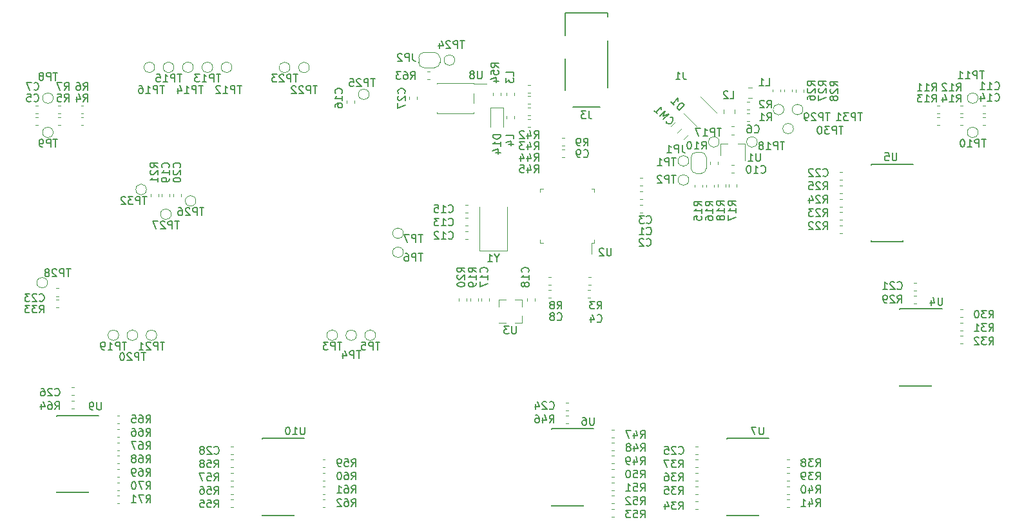
<source format=gbo>
G04 #@! TF.GenerationSoftware,KiCad,Pcbnew,(5.1.2)-1*
G04 #@! TF.CreationDate,2019-08-20T17:30:21+08:00*
G04 #@! TF.ProjectId,joyMIDI,6a6f794d-4944-4492-9e6b-696361645f70,rev?*
G04 #@! TF.SameCoordinates,Original*
G04 #@! TF.FileFunction,Legend,Bot*
G04 #@! TF.FilePolarity,Positive*
%FSLAX46Y46*%
G04 Gerber Fmt 4.6, Leading zero omitted, Abs format (unit mm)*
G04 Created by KiCad (PCBNEW (5.1.2)-1) date 2019-08-20 17:30:21*
%MOMM*%
%LPD*%
G04 APERTURE LIST*
%ADD10C,0.150000*%
%ADD11C,0.120000*%
G04 APERTURE END LIST*
D10*
X161300000Y-75600000D02*
X161300000Y-69400000D01*
X156700000Y-78200000D02*
X160300000Y-78200000D01*
X155700000Y-71800000D02*
X155700000Y-76000000D01*
X155700000Y-68800000D02*
X155700000Y-65800000D01*
X155700000Y-65800000D02*
X161300000Y-65800000D01*
X161300000Y-65800000D02*
X161300000Y-66300000D01*
D11*
X173497487Y-76805456D02*
X175583452Y-78891421D01*
X173002513Y-80694544D02*
X171305456Y-78997487D01*
X165549721Y-89240000D02*
X165875279Y-89240000D01*
X165549721Y-90260000D02*
X165875279Y-90260000D01*
X165549721Y-90990000D02*
X165875279Y-90990000D01*
X165549721Y-92010000D02*
X165875279Y-92010000D01*
X165875279Y-88510000D02*
X165549721Y-88510000D01*
X165875279Y-87490000D02*
X165549721Y-87490000D01*
X158699721Y-102240000D02*
X159025279Y-102240000D01*
X158699721Y-103260000D02*
X159025279Y-103260000D01*
X177587221Y-80740000D02*
X177912779Y-80740000D01*
X177587221Y-81760000D02*
X177912779Y-81760000D01*
X153875279Y-103260000D02*
X153549721Y-103260000D01*
X153875279Y-102240000D02*
X153549721Y-102240000D01*
X155625279Y-84760000D02*
X155299721Y-84760000D01*
X155625279Y-83740000D02*
X155299721Y-83740000D01*
X177587221Y-85740000D02*
X177912779Y-85740000D01*
X177587221Y-86760000D02*
X177912779Y-86760000D01*
X142912779Y-95510000D02*
X142587221Y-95510000D01*
X142912779Y-94490000D02*
X142587221Y-94490000D01*
X142912779Y-93760000D02*
X142587221Y-93760000D01*
X142912779Y-92740000D02*
X142587221Y-92740000D01*
X142912779Y-92010000D02*
X142587221Y-92010000D01*
X142912779Y-90990000D02*
X142587221Y-90990000D01*
X151760000Y-103337221D02*
X151760000Y-103662779D01*
X150740000Y-103337221D02*
X150740000Y-103662779D01*
X192125279Y-87760000D02*
X191799721Y-87760000D01*
X192125279Y-86740000D02*
X191799721Y-86740000D01*
X173162779Y-123760000D02*
X172837221Y-123760000D01*
X173162779Y-122740000D02*
X172837221Y-122740000D01*
X112125279Y-123760000D02*
X111799721Y-123760000D01*
X112125279Y-122740000D02*
X111799721Y-122740000D01*
X145760000Y-103337221D02*
X145760000Y-103662779D01*
X144740000Y-103337221D02*
X144740000Y-103662779D01*
X128010000Y-77337221D02*
X128010000Y-77662779D01*
X126990000Y-77337221D02*
X126990000Y-77662779D01*
X102740000Y-89912779D02*
X102740000Y-89587221D01*
X103760000Y-89912779D02*
X103760000Y-89587221D01*
X104240000Y-89912779D02*
X104240000Y-89587221D01*
X105260000Y-89912779D02*
X105260000Y-89587221D01*
X88837221Y-101990000D02*
X89162779Y-101990000D01*
X88837221Y-103010000D02*
X89162779Y-103010000D01*
X86412779Y-80510000D02*
X86087221Y-80510000D01*
X86412779Y-79490000D02*
X86087221Y-79490000D01*
X86412779Y-79010000D02*
X86087221Y-79010000D01*
X86412779Y-77990000D02*
X86087221Y-77990000D01*
X210587221Y-77990000D02*
X210912779Y-77990000D01*
X210587221Y-79010000D02*
X210912779Y-79010000D01*
X210587221Y-79490000D02*
X210912779Y-79490000D01*
X210587221Y-80510000D02*
X210912779Y-80510000D01*
X171032843Y-80967157D02*
X170467157Y-81532843D01*
X170184315Y-80118629D02*
X169618629Y-80684315D01*
X171881371Y-81815685D02*
X171315685Y-82381371D01*
X179741422Y-75590000D02*
X180258578Y-75590000D01*
X179741422Y-77010000D02*
X180258578Y-77010000D01*
X176540000Y-79008578D02*
X176540000Y-78491422D01*
X177960000Y-79008578D02*
X177960000Y-78491422D01*
X159062779Y-101510000D02*
X158737221Y-101510000D01*
X159062779Y-100490000D02*
X158737221Y-100490000D01*
X153549721Y-100490000D02*
X153875279Y-100490000D01*
X153549721Y-101510000D02*
X153875279Y-101510000D01*
X155625279Y-83260000D02*
X155299721Y-83260000D01*
X155625279Y-82240000D02*
X155299721Y-82240000D01*
X172740000Y-88700279D02*
X172740000Y-88374721D01*
X173760000Y-88700279D02*
X173760000Y-88374721D01*
X174240000Y-88700279D02*
X174240000Y-88374721D01*
X175260000Y-88700279D02*
X175260000Y-88374721D01*
X177240000Y-88662779D02*
X177240000Y-88337221D01*
X178260000Y-88662779D02*
X178260000Y-88337221D01*
X175740000Y-88662779D02*
X175740000Y-88337221D01*
X176760000Y-88662779D02*
X176760000Y-88337221D01*
X192125279Y-94760000D02*
X191799721Y-94760000D01*
X192125279Y-93740000D02*
X191799721Y-93740000D01*
X192125279Y-93010000D02*
X191799721Y-93010000D01*
X192125279Y-91990000D02*
X191799721Y-91990000D01*
X192125279Y-91260000D02*
X191799721Y-91260000D01*
X192125279Y-90240000D02*
X191799721Y-90240000D01*
X192125279Y-89510000D02*
X191799721Y-89510000D01*
X192125279Y-88490000D02*
X191799721Y-88490000D01*
X102260000Y-89624721D02*
X102260000Y-89950279D01*
X101240000Y-89624721D02*
X101240000Y-89950279D01*
X144260000Y-103337221D02*
X144260000Y-103662779D01*
X143240000Y-103337221D02*
X143240000Y-103662779D01*
X142760000Y-103337221D02*
X142760000Y-103662779D01*
X141740000Y-103337221D02*
X141740000Y-103662779D01*
X173162779Y-131010000D02*
X172837221Y-131010000D01*
X173162779Y-129990000D02*
X172837221Y-129990000D01*
X173162779Y-129010000D02*
X172837221Y-129010000D01*
X173162779Y-127990000D02*
X172837221Y-127990000D01*
X173162779Y-127260000D02*
X172837221Y-127260000D01*
X173162779Y-126240000D02*
X172837221Y-126240000D01*
X173162779Y-125510000D02*
X172837221Y-125510000D01*
X173162779Y-124490000D02*
X172837221Y-124490000D01*
X184837221Y-124490000D02*
X185162779Y-124490000D01*
X184837221Y-125510000D02*
X185162779Y-125510000D01*
X184837221Y-126240000D02*
X185162779Y-126240000D01*
X184837221Y-127260000D02*
X185162779Y-127260000D01*
X184837221Y-127990000D02*
X185162779Y-127990000D01*
X184837221Y-129010000D02*
X185162779Y-129010000D01*
X184837221Y-129740000D02*
X185162779Y-129740000D01*
X184837221Y-130760000D02*
X185162779Y-130760000D01*
X112125279Y-130760000D02*
X111799721Y-130760000D01*
X112125279Y-129740000D02*
X111799721Y-129740000D01*
X112125279Y-129010000D02*
X111799721Y-129010000D01*
X112125279Y-127990000D02*
X111799721Y-127990000D01*
X112125279Y-127260000D02*
X111799721Y-127260000D01*
X112125279Y-126240000D02*
X111799721Y-126240000D01*
X112125279Y-125510000D02*
X111799721Y-125510000D01*
X112125279Y-124490000D02*
X111799721Y-124490000D01*
X123837221Y-124490000D02*
X124162779Y-124490000D01*
X123837221Y-125510000D02*
X124162779Y-125510000D01*
X123837221Y-126240000D02*
X124162779Y-126240000D01*
X123837221Y-127260000D02*
X124162779Y-127260000D01*
X123837221Y-127990000D02*
X124162779Y-127990000D01*
X123837221Y-129010000D02*
X124162779Y-129010000D01*
X123837221Y-129740000D02*
X124162779Y-129740000D01*
X123837221Y-130760000D02*
X124162779Y-130760000D01*
X184010000Y-75837221D02*
X184010000Y-76162779D01*
X182990000Y-75837221D02*
X182990000Y-76162779D01*
X185510000Y-75837221D02*
X185510000Y-76162779D01*
X184490000Y-75837221D02*
X184490000Y-76162779D01*
X187010000Y-75874721D02*
X187010000Y-76200279D01*
X185990000Y-75874721D02*
X185990000Y-76200279D01*
X89162779Y-104510000D02*
X88837221Y-104510000D01*
X89162779Y-103490000D02*
X88837221Y-103490000D01*
X92087221Y-79490000D02*
X92412779Y-79490000D01*
X92087221Y-80510000D02*
X92412779Y-80510000D01*
X89087221Y-79490000D02*
X89412779Y-79490000D01*
X89087221Y-80510000D02*
X89412779Y-80510000D01*
X92087221Y-77990000D02*
X92412779Y-77990000D01*
X92087221Y-79010000D02*
X92412779Y-79010000D01*
X89087221Y-77990000D02*
X89412779Y-77990000D01*
X89087221Y-79010000D02*
X89412779Y-79010000D01*
X204912779Y-79010000D02*
X204587221Y-79010000D01*
X204912779Y-77990000D02*
X204587221Y-77990000D01*
X207912779Y-79010000D02*
X207587221Y-79010000D01*
X207912779Y-77990000D02*
X207587221Y-77990000D01*
X204912779Y-80510000D02*
X204587221Y-80510000D01*
X204912779Y-79490000D02*
X204587221Y-79490000D01*
X207912779Y-80510000D02*
X207587221Y-80510000D01*
X207912779Y-79490000D02*
X207587221Y-79490000D01*
X176155085Y-83007867D02*
X176155085Y-84467867D01*
X179315085Y-83007867D02*
X179315085Y-85167867D01*
X179315085Y-83007867D02*
X178385085Y-83007867D01*
X176155085Y-83007867D02*
X177085085Y-83007867D01*
X152440000Y-96060000D02*
X152440000Y-95640000D01*
X159560000Y-96060000D02*
X159140000Y-96060000D01*
X159140000Y-96060000D02*
X159140000Y-97440000D01*
X159560000Y-88940000D02*
X159560000Y-89360000D01*
X152440000Y-88940000D02*
X152440000Y-89360000D01*
X159560000Y-96060000D02*
X159560000Y-95640000D01*
X152440000Y-96060000D02*
X152860000Y-96060000D01*
X152440000Y-88940000D02*
X152860000Y-88940000D01*
X159560000Y-88940000D02*
X159140000Y-88940000D01*
X147900000Y-106500000D02*
X147000000Y-106500000D01*
X147000000Y-103500000D02*
X147000000Y-104400000D01*
X147900000Y-103500000D02*
X147000000Y-103500000D01*
X150000000Y-103500000D02*
X149100000Y-103500000D01*
X150000000Y-104400000D02*
X150000000Y-103500000D01*
X150000000Y-106500000D02*
X150000000Y-105600000D01*
X149100000Y-106500000D02*
X150000000Y-106500000D01*
D10*
X200075000Y-85700000D02*
X201450000Y-85700000D01*
X200075000Y-95825000D02*
X195925000Y-95825000D01*
X200075000Y-85675000D02*
X195925000Y-85675000D01*
X200075000Y-95825000D02*
X200075000Y-95720000D01*
X195925000Y-95825000D02*
X195925000Y-95720000D01*
X195925000Y-85675000D02*
X195925000Y-85780000D01*
X200075000Y-85675000D02*
X200075000Y-85700000D01*
X181075000Y-121700000D02*
X182450000Y-121700000D01*
X181075000Y-131825000D02*
X176925000Y-131825000D01*
X181075000Y-121675000D02*
X176925000Y-121675000D01*
X181075000Y-131825000D02*
X181075000Y-131720000D01*
X176925000Y-131825000D02*
X176925000Y-131720000D01*
X176925000Y-121675000D02*
X176925000Y-121780000D01*
X181075000Y-121675000D02*
X181075000Y-121700000D01*
X120075000Y-121700000D02*
X121450000Y-121700000D01*
X120075000Y-131825000D02*
X115925000Y-131825000D01*
X120075000Y-121675000D02*
X115925000Y-121675000D01*
X120075000Y-131825000D02*
X120075000Y-131720000D01*
X115925000Y-131825000D02*
X115925000Y-131720000D01*
X115925000Y-121675000D02*
X115925000Y-121780000D01*
X120075000Y-121675000D02*
X120075000Y-121700000D01*
D11*
X144450000Y-97050000D02*
X144450000Y-91300000D01*
X148050000Y-97050000D02*
X144450000Y-97050000D01*
X148050000Y-91300000D02*
X148050000Y-97050000D01*
X201549721Y-101240000D02*
X201875279Y-101240000D01*
X201549721Y-102260000D02*
X201875279Y-102260000D01*
X155837221Y-116990000D02*
X156162779Y-116990000D01*
X155837221Y-118010000D02*
X156162779Y-118010000D01*
X90874721Y-114990000D02*
X91200279Y-114990000D01*
X90874721Y-116010000D02*
X91200279Y-116010000D01*
X135240000Y-77162779D02*
X135240000Y-76837221D01*
X136260000Y-77162779D02*
X136260000Y-76837221D01*
X145900000Y-78250000D02*
X145900000Y-80800000D01*
X147600000Y-78250000D02*
X147600000Y-80800000D01*
X145900000Y-78250000D02*
X147600000Y-78250000D01*
X172250000Y-84800000D02*
X172250000Y-86200000D01*
X172950000Y-86900000D02*
X173550000Y-86900000D01*
X174250000Y-86200000D02*
X174250000Y-84800000D01*
X173550000Y-84100000D02*
X172950000Y-84100000D01*
X172950000Y-84100000D02*
G75*
G03X172250000Y-84800000I0J-700000D01*
G01*
X174250000Y-84800000D02*
G75*
G03X173550000Y-84100000I-700000J0D01*
G01*
X173550000Y-86900000D02*
G75*
G03X174250000Y-86200000I0J700000D01*
G01*
X172250000Y-86200000D02*
G75*
G03X172950000Y-86900000I700000J0D01*
G01*
X149010000Y-76337221D02*
X149010000Y-76662779D01*
X147990000Y-76337221D02*
X147990000Y-76662779D01*
X149010000Y-79337221D02*
X149010000Y-79662779D01*
X147990000Y-79337221D02*
X147990000Y-79662779D01*
X179587221Y-78990000D02*
X179912779Y-78990000D01*
X179587221Y-80010000D02*
X179912779Y-80010000D01*
X179587221Y-77490000D02*
X179912779Y-77490000D01*
X179587221Y-78510000D02*
X179912779Y-78510000D01*
X174740000Y-85662779D02*
X174740000Y-85337221D01*
X175760000Y-85662779D02*
X175760000Y-85337221D01*
X201549721Y-102990000D02*
X201875279Y-102990000D01*
X201549721Y-104010000D02*
X201875279Y-104010000D01*
X207587221Y-104740000D02*
X207912779Y-104740000D01*
X207587221Y-105760000D02*
X207912779Y-105760000D01*
X207587221Y-106490000D02*
X207912779Y-106490000D01*
X207587221Y-107510000D02*
X207912779Y-107510000D01*
X207587221Y-108240000D02*
X207912779Y-108240000D01*
X207587221Y-109260000D02*
X207912779Y-109260000D01*
X155837221Y-118740000D02*
X156162779Y-118740000D01*
X155837221Y-119760000D02*
X156162779Y-119760000D01*
X161799721Y-120540000D02*
X162125279Y-120540000D01*
X161799721Y-121560000D02*
X162125279Y-121560000D01*
X161837221Y-122240000D02*
X162162779Y-122240000D01*
X161837221Y-123260000D02*
X162162779Y-123260000D01*
X161799721Y-123990000D02*
X162125279Y-123990000D01*
X161799721Y-125010000D02*
X162125279Y-125010000D01*
X161799721Y-125740000D02*
X162125279Y-125740000D01*
X161799721Y-126760000D02*
X162125279Y-126760000D01*
X161799721Y-127490000D02*
X162125279Y-127490000D01*
X161799721Y-128510000D02*
X162125279Y-128510000D01*
X161799721Y-129240000D02*
X162125279Y-129240000D01*
X161799721Y-130260000D02*
X162125279Y-130260000D01*
X161799721Y-130990000D02*
X162125279Y-130990000D01*
X161799721Y-132010000D02*
X162125279Y-132010000D01*
X151162779Y-76260000D02*
X150837221Y-76260000D01*
X151162779Y-75240000D02*
X150837221Y-75240000D01*
X151162779Y-77760000D02*
X150837221Y-77760000D01*
X151162779Y-76740000D02*
X150837221Y-76740000D01*
X151162779Y-79260000D02*
X150837221Y-79260000D01*
X151162779Y-78240000D02*
X150837221Y-78240000D01*
X151162779Y-80760000D02*
X150837221Y-80760000D01*
X151162779Y-79740000D02*
X150837221Y-79740000D01*
X146240000Y-76662779D02*
X146240000Y-76337221D01*
X147260000Y-76662779D02*
X147260000Y-76337221D01*
X90874721Y-116740000D02*
X91200279Y-116740000D01*
X90874721Y-117760000D02*
X91200279Y-117760000D01*
X96837221Y-118740000D02*
X97162779Y-118740000D01*
X96837221Y-119760000D02*
X97162779Y-119760000D01*
X96837221Y-120490000D02*
X97162779Y-120490000D01*
X96837221Y-121510000D02*
X97162779Y-121510000D01*
X96837221Y-122240000D02*
X97162779Y-122240000D01*
X96837221Y-123260000D02*
X97162779Y-123260000D01*
X96837221Y-123990000D02*
X97162779Y-123990000D01*
X96837221Y-125010000D02*
X97162779Y-125010000D01*
X96837221Y-125740000D02*
X97162779Y-125740000D01*
X96837221Y-126760000D02*
X97162779Y-126760000D01*
X96837221Y-127490000D02*
X97162779Y-127490000D01*
X96837221Y-128510000D02*
X97162779Y-128510000D01*
X96837221Y-129240000D02*
X97162779Y-129240000D01*
X96837221Y-130260000D02*
X97162779Y-130260000D01*
X171950000Y-85250000D02*
G75*
G03X171950000Y-85250000I-700000J0D01*
G01*
X171950000Y-87750000D02*
G75*
G03X171950000Y-87750000I-700000J0D01*
G01*
X125800000Y-108148486D02*
G75*
G03X125800000Y-108148486I-700000J0D01*
G01*
X128300000Y-108148486D02*
G75*
G03X128300000Y-108148486I-700000J0D01*
G01*
X130800000Y-108148486D02*
G75*
G03X130800000Y-108148486I-700000J0D01*
G01*
X134450000Y-97250000D02*
G75*
G03X134450000Y-97250000I-700000J0D01*
G01*
X134450000Y-94750000D02*
G75*
G03X134450000Y-94750000I-700000J0D01*
G01*
X88450000Y-77000000D02*
G75*
G03X88450000Y-77000000I-700000J0D01*
G01*
X88450000Y-81500000D02*
G75*
G03X88450000Y-81500000I-700000J0D01*
G01*
X209950000Y-81500000D02*
G75*
G03X209950000Y-81500000I-700000J0D01*
G01*
X209950000Y-77000000D02*
G75*
G03X209950000Y-77000000I-700000J0D01*
G01*
X111925000Y-72950000D02*
G75*
G03X111925000Y-72950000I-700000J0D01*
G01*
X109400000Y-72950000D02*
G75*
G03X109400000Y-72950000I-700000J0D01*
G01*
X106850000Y-72950000D02*
G75*
G03X106850000Y-72950000I-700000J0D01*
G01*
X104300000Y-72950000D02*
G75*
G03X104300000Y-72950000I-700000J0D01*
G01*
X101775000Y-72950000D02*
G75*
G03X101775000Y-72950000I-700000J0D01*
G01*
X175950000Y-82750000D02*
G75*
G03X175950000Y-82750000I-700000J0D01*
G01*
X180950000Y-82750000D02*
G75*
G03X180950000Y-82750000I-700000J0D01*
G01*
X97050000Y-108150000D02*
G75*
G03X97050000Y-108150000I-700000J0D01*
G01*
X99550000Y-108150000D02*
G75*
G03X99550000Y-108150000I-700000J0D01*
G01*
X102050000Y-108150000D02*
G75*
G03X102050000Y-108150000I-700000J0D01*
G01*
X122100000Y-72975000D02*
G75*
G03X122100000Y-72975000I-700000J0D01*
G01*
X119550000Y-72975000D02*
G75*
G03X119550000Y-72975000I-700000J0D01*
G01*
X129950000Y-76500000D02*
G75*
G03X129950000Y-76500000I-700000J0D01*
G01*
X107200000Y-90500000D02*
G75*
G03X107200000Y-90500000I-700000J0D01*
G01*
X103950000Y-92250000D02*
G75*
G03X103950000Y-92250000I-700000J0D01*
G01*
X87700000Y-101250000D02*
G75*
G03X87700000Y-101250000I-700000J0D01*
G01*
X184450000Y-78500000D02*
G75*
G03X184450000Y-78500000I-700000J0D01*
G01*
X185700000Y-81000000D02*
G75*
G03X185700000Y-81000000I-700000J0D01*
G01*
X186950000Y-78500000D02*
G75*
G03X186950000Y-78500000I-700000J0D01*
G01*
X100700000Y-89000000D02*
G75*
G03X100700000Y-89000000I-700000J0D01*
G01*
D10*
X203825000Y-104700000D02*
X205200000Y-104700000D01*
X203825000Y-114825000D02*
X199675000Y-114825000D01*
X203825000Y-104675000D02*
X199675000Y-104675000D01*
X203825000Y-114825000D02*
X203825000Y-114720000D01*
X199675000Y-114825000D02*
X199675000Y-114720000D01*
X199675000Y-104675000D02*
X199675000Y-104780000D01*
X203825000Y-104675000D02*
X203825000Y-104700000D01*
X158075000Y-120450000D02*
X159450000Y-120450000D01*
X158075000Y-130575000D02*
X153925000Y-130575000D01*
X158075000Y-120425000D02*
X153925000Y-120425000D01*
X158075000Y-130575000D02*
X158075000Y-130470000D01*
X153925000Y-130575000D02*
X153925000Y-130470000D01*
X153925000Y-120425000D02*
X153925000Y-120530000D01*
X158075000Y-120425000D02*
X158075000Y-120450000D01*
X93075000Y-118700000D02*
X94450000Y-118700000D01*
X93075000Y-128825000D02*
X88925000Y-128825000D01*
X93075000Y-118675000D02*
X88925000Y-118675000D01*
X93075000Y-128825000D02*
X93075000Y-128720000D01*
X88925000Y-128825000D02*
X88925000Y-128720000D01*
X88925000Y-118675000D02*
X88925000Y-118780000D01*
X93075000Y-118675000D02*
X93075000Y-118700000D01*
D11*
X138850000Y-75000000D02*
X138850000Y-75150000D01*
X143650000Y-75000000D02*
X138850000Y-75000000D01*
X143650000Y-75150000D02*
X143650000Y-75000000D01*
X143650000Y-79000000D02*
X143650000Y-78850000D01*
X138850000Y-79000000D02*
X143650000Y-79000000D01*
X138850000Y-78850000D02*
X138850000Y-79000000D01*
X143650000Y-77650000D02*
X143650000Y-76350000D01*
X143650000Y-75150000D02*
X145350000Y-75150000D01*
X137912779Y-74510000D02*
X137587221Y-74510000D01*
X137912779Y-73490000D02*
X137587221Y-73490000D01*
X138550000Y-71000000D02*
X137150000Y-71000000D01*
X136450000Y-71700000D02*
X136450000Y-72300000D01*
X137150000Y-73000000D02*
X138550000Y-73000000D01*
X139250000Y-72300000D02*
X139250000Y-71700000D01*
X139250000Y-71700000D02*
G75*
G03X138550000Y-71000000I-700000J0D01*
G01*
X138550000Y-73000000D02*
G75*
G03X139250000Y-72300000I0J700000D01*
G01*
X136450000Y-72300000D02*
G75*
G03X137150000Y-73000000I700000J0D01*
G01*
X137150000Y-71000000D02*
G75*
G03X136450000Y-71700000I0J-700000D01*
G01*
X141200000Y-72000000D02*
G75*
G03X141200000Y-72000000I-700000J0D01*
G01*
D10*
X158833333Y-78702380D02*
X158833333Y-79416666D01*
X158880952Y-79559523D01*
X158976190Y-79654761D01*
X159119047Y-79702380D01*
X159214285Y-79702380D01*
X158452380Y-78702380D02*
X157833333Y-78702380D01*
X158166666Y-79083333D01*
X158023809Y-79083333D01*
X157928571Y-79130952D01*
X157880952Y-79178571D01*
X157833333Y-79273809D01*
X157833333Y-79511904D01*
X157880952Y-79607142D01*
X157928571Y-79654761D01*
X158023809Y-79702380D01*
X158309523Y-79702380D01*
X158404761Y-79654761D01*
X158452380Y-79607142D01*
X170702030Y-78591793D02*
X171409137Y-77884687D01*
X171240778Y-77716328D01*
X171106091Y-77648984D01*
X170971404Y-77648984D01*
X170870389Y-77682656D01*
X170702030Y-77783671D01*
X170601015Y-77884687D01*
X170500000Y-78053045D01*
X170466328Y-78154061D01*
X170466328Y-78288748D01*
X170533671Y-78423435D01*
X170702030Y-78591793D01*
X169624534Y-77514297D02*
X170028595Y-77918358D01*
X169826564Y-77716328D02*
X170533671Y-77009221D01*
X170500000Y-77177580D01*
X170500000Y-77312267D01*
X170533671Y-77413282D01*
X166416666Y-94857142D02*
X166464285Y-94904761D01*
X166607142Y-94952380D01*
X166702380Y-94952380D01*
X166845238Y-94904761D01*
X166940476Y-94809523D01*
X166988095Y-94714285D01*
X167035714Y-94523809D01*
X167035714Y-94380952D01*
X166988095Y-94190476D01*
X166940476Y-94095238D01*
X166845238Y-94000000D01*
X166702380Y-93952380D01*
X166607142Y-93952380D01*
X166464285Y-94000000D01*
X166416666Y-94047619D01*
X165464285Y-94952380D02*
X166035714Y-94952380D01*
X165750000Y-94952380D02*
X165750000Y-93952380D01*
X165845238Y-94095238D01*
X165940476Y-94190476D01*
X166035714Y-94238095D01*
X166379166Y-96357142D02*
X166426785Y-96404761D01*
X166569642Y-96452380D01*
X166664880Y-96452380D01*
X166807738Y-96404761D01*
X166902976Y-96309523D01*
X166950595Y-96214285D01*
X166998214Y-96023809D01*
X166998214Y-95880952D01*
X166950595Y-95690476D01*
X166902976Y-95595238D01*
X166807738Y-95500000D01*
X166664880Y-95452380D01*
X166569642Y-95452380D01*
X166426785Y-95500000D01*
X166379166Y-95547619D01*
X165998214Y-95547619D02*
X165950595Y-95500000D01*
X165855357Y-95452380D01*
X165617261Y-95452380D01*
X165522023Y-95500000D01*
X165474404Y-95547619D01*
X165426785Y-95642857D01*
X165426785Y-95738095D01*
X165474404Y-95880952D01*
X166045833Y-96452380D01*
X165426785Y-96452380D01*
X166416666Y-93357142D02*
X166464285Y-93404761D01*
X166607142Y-93452380D01*
X166702380Y-93452380D01*
X166845238Y-93404761D01*
X166940476Y-93309523D01*
X166988095Y-93214285D01*
X167035714Y-93023809D01*
X167035714Y-92880952D01*
X166988095Y-92690476D01*
X166940476Y-92595238D01*
X166845238Y-92500000D01*
X166702380Y-92452380D01*
X166607142Y-92452380D01*
X166464285Y-92500000D01*
X166416666Y-92547619D01*
X166083333Y-92452380D02*
X165464285Y-92452380D01*
X165797619Y-92833333D01*
X165654761Y-92833333D01*
X165559523Y-92880952D01*
X165511904Y-92928571D01*
X165464285Y-93023809D01*
X165464285Y-93261904D01*
X165511904Y-93357142D01*
X165559523Y-93404761D01*
X165654761Y-93452380D01*
X165940476Y-93452380D01*
X166035714Y-93404761D01*
X166083333Y-93357142D01*
X159916666Y-106357142D02*
X159964285Y-106404761D01*
X160107142Y-106452380D01*
X160202380Y-106452380D01*
X160345238Y-106404761D01*
X160440476Y-106309523D01*
X160488095Y-106214285D01*
X160535714Y-106023809D01*
X160535714Y-105880952D01*
X160488095Y-105690476D01*
X160440476Y-105595238D01*
X160345238Y-105500000D01*
X160202380Y-105452380D01*
X160107142Y-105452380D01*
X159964285Y-105500000D01*
X159916666Y-105547619D01*
X159059523Y-105785714D02*
X159059523Y-106452380D01*
X159297619Y-105404761D02*
X159535714Y-106119047D01*
X158916666Y-106119047D01*
X180566666Y-81457142D02*
X180614285Y-81504761D01*
X180757142Y-81552380D01*
X180852380Y-81552380D01*
X180995238Y-81504761D01*
X181090476Y-81409523D01*
X181138095Y-81314285D01*
X181185714Y-81123809D01*
X181185714Y-80980952D01*
X181138095Y-80790476D01*
X181090476Y-80695238D01*
X180995238Y-80600000D01*
X180852380Y-80552380D01*
X180757142Y-80552380D01*
X180614285Y-80600000D01*
X180566666Y-80647619D01*
X179709523Y-80552380D02*
X179900000Y-80552380D01*
X179995238Y-80600000D01*
X180042857Y-80647619D01*
X180138095Y-80790476D01*
X180185714Y-80980952D01*
X180185714Y-81361904D01*
X180138095Y-81457142D01*
X180090476Y-81504761D01*
X179995238Y-81552380D01*
X179804761Y-81552380D01*
X179709523Y-81504761D01*
X179661904Y-81457142D01*
X179614285Y-81361904D01*
X179614285Y-81123809D01*
X179661904Y-81028571D01*
X179709523Y-80980952D01*
X179804761Y-80933333D01*
X179995238Y-80933333D01*
X180090476Y-80980952D01*
X180138095Y-81028571D01*
X180185714Y-81123809D01*
X154666666Y-106107142D02*
X154714285Y-106154761D01*
X154857142Y-106202380D01*
X154952380Y-106202380D01*
X155095238Y-106154761D01*
X155190476Y-106059523D01*
X155238095Y-105964285D01*
X155285714Y-105773809D01*
X155285714Y-105630952D01*
X155238095Y-105440476D01*
X155190476Y-105345238D01*
X155095238Y-105250000D01*
X154952380Y-105202380D01*
X154857142Y-105202380D01*
X154714285Y-105250000D01*
X154666666Y-105297619D01*
X154095238Y-105630952D02*
X154190476Y-105583333D01*
X154238095Y-105535714D01*
X154285714Y-105440476D01*
X154285714Y-105392857D01*
X154238095Y-105297619D01*
X154190476Y-105250000D01*
X154095238Y-105202380D01*
X153904761Y-105202380D01*
X153809523Y-105250000D01*
X153761904Y-105297619D01*
X153714285Y-105392857D01*
X153714285Y-105440476D01*
X153761904Y-105535714D01*
X153809523Y-105583333D01*
X153904761Y-105630952D01*
X154095238Y-105630952D01*
X154190476Y-105678571D01*
X154238095Y-105726190D01*
X154285714Y-105821428D01*
X154285714Y-106011904D01*
X154238095Y-106107142D01*
X154190476Y-106154761D01*
X154095238Y-106202380D01*
X153904761Y-106202380D01*
X153809523Y-106154761D01*
X153761904Y-106107142D01*
X153714285Y-106011904D01*
X153714285Y-105821428D01*
X153761904Y-105726190D01*
X153809523Y-105678571D01*
X153904761Y-105630952D01*
X158129166Y-84677142D02*
X158176785Y-84724761D01*
X158319642Y-84772380D01*
X158414880Y-84772380D01*
X158557738Y-84724761D01*
X158652976Y-84629523D01*
X158700595Y-84534285D01*
X158748214Y-84343809D01*
X158748214Y-84200952D01*
X158700595Y-84010476D01*
X158652976Y-83915238D01*
X158557738Y-83820000D01*
X158414880Y-83772380D01*
X158319642Y-83772380D01*
X158176785Y-83820000D01*
X158129166Y-83867619D01*
X157652976Y-84772380D02*
X157462500Y-84772380D01*
X157367261Y-84724761D01*
X157319642Y-84677142D01*
X157224404Y-84534285D01*
X157176785Y-84343809D01*
X157176785Y-83962857D01*
X157224404Y-83867619D01*
X157272023Y-83820000D01*
X157367261Y-83772380D01*
X157557738Y-83772380D01*
X157652976Y-83820000D01*
X157700595Y-83867619D01*
X157748214Y-83962857D01*
X157748214Y-84200952D01*
X157700595Y-84296190D01*
X157652976Y-84343809D01*
X157557738Y-84391428D01*
X157367261Y-84391428D01*
X157272023Y-84343809D01*
X157224404Y-84296190D01*
X157176785Y-84200952D01*
X181442857Y-86757142D02*
X181490476Y-86804761D01*
X181633333Y-86852380D01*
X181728571Y-86852380D01*
X181871428Y-86804761D01*
X181966666Y-86709523D01*
X182014285Y-86614285D01*
X182061904Y-86423809D01*
X182061904Y-86280952D01*
X182014285Y-86090476D01*
X181966666Y-85995238D01*
X181871428Y-85900000D01*
X181728571Y-85852380D01*
X181633333Y-85852380D01*
X181490476Y-85900000D01*
X181442857Y-85947619D01*
X180490476Y-86852380D02*
X181061904Y-86852380D01*
X180776190Y-86852380D02*
X180776190Y-85852380D01*
X180871428Y-85995238D01*
X180966666Y-86090476D01*
X181061904Y-86138095D01*
X179871428Y-85852380D02*
X179776190Y-85852380D01*
X179680952Y-85900000D01*
X179633333Y-85947619D01*
X179585714Y-86042857D01*
X179538095Y-86233333D01*
X179538095Y-86471428D01*
X179585714Y-86661904D01*
X179633333Y-86757142D01*
X179680952Y-86804761D01*
X179776190Y-86852380D01*
X179871428Y-86852380D01*
X179966666Y-86804761D01*
X180014285Y-86757142D01*
X180061904Y-86661904D01*
X180109523Y-86471428D01*
X180109523Y-86233333D01*
X180061904Y-86042857D01*
X180014285Y-85947619D01*
X179966666Y-85900000D01*
X179871428Y-85852380D01*
X140392857Y-95427142D02*
X140440476Y-95474761D01*
X140583333Y-95522380D01*
X140678571Y-95522380D01*
X140821428Y-95474761D01*
X140916666Y-95379523D01*
X140964285Y-95284285D01*
X141011904Y-95093809D01*
X141011904Y-94950952D01*
X140964285Y-94760476D01*
X140916666Y-94665238D01*
X140821428Y-94570000D01*
X140678571Y-94522380D01*
X140583333Y-94522380D01*
X140440476Y-94570000D01*
X140392857Y-94617619D01*
X139440476Y-95522380D02*
X140011904Y-95522380D01*
X139726190Y-95522380D02*
X139726190Y-94522380D01*
X139821428Y-94665238D01*
X139916666Y-94760476D01*
X140011904Y-94808095D01*
X139059523Y-94617619D02*
X139011904Y-94570000D01*
X138916666Y-94522380D01*
X138678571Y-94522380D01*
X138583333Y-94570000D01*
X138535714Y-94617619D01*
X138488095Y-94712857D01*
X138488095Y-94808095D01*
X138535714Y-94950952D01*
X139107142Y-95522380D01*
X138488095Y-95522380D01*
X140392857Y-93677142D02*
X140440476Y-93724761D01*
X140583333Y-93772380D01*
X140678571Y-93772380D01*
X140821428Y-93724761D01*
X140916666Y-93629523D01*
X140964285Y-93534285D01*
X141011904Y-93343809D01*
X141011904Y-93200952D01*
X140964285Y-93010476D01*
X140916666Y-92915238D01*
X140821428Y-92820000D01*
X140678571Y-92772380D01*
X140583333Y-92772380D01*
X140440476Y-92820000D01*
X140392857Y-92867619D01*
X139440476Y-93772380D02*
X140011904Y-93772380D01*
X139726190Y-93772380D02*
X139726190Y-92772380D01*
X139821428Y-92915238D01*
X139916666Y-93010476D01*
X140011904Y-93058095D01*
X139107142Y-92772380D02*
X138488095Y-92772380D01*
X138821428Y-93153333D01*
X138678571Y-93153333D01*
X138583333Y-93200952D01*
X138535714Y-93248571D01*
X138488095Y-93343809D01*
X138488095Y-93581904D01*
X138535714Y-93677142D01*
X138583333Y-93724761D01*
X138678571Y-93772380D01*
X138964285Y-93772380D01*
X139059523Y-93724761D01*
X139107142Y-93677142D01*
X140392857Y-91927142D02*
X140440476Y-91974761D01*
X140583333Y-92022380D01*
X140678571Y-92022380D01*
X140821428Y-91974761D01*
X140916666Y-91879523D01*
X140964285Y-91784285D01*
X141011904Y-91593809D01*
X141011904Y-91450952D01*
X140964285Y-91260476D01*
X140916666Y-91165238D01*
X140821428Y-91070000D01*
X140678571Y-91022380D01*
X140583333Y-91022380D01*
X140440476Y-91070000D01*
X140392857Y-91117619D01*
X139440476Y-92022380D02*
X140011904Y-92022380D01*
X139726190Y-92022380D02*
X139726190Y-91022380D01*
X139821428Y-91165238D01*
X139916666Y-91260476D01*
X140011904Y-91308095D01*
X138535714Y-91022380D02*
X139011904Y-91022380D01*
X139059523Y-91498571D01*
X139011904Y-91450952D01*
X138916666Y-91403333D01*
X138678571Y-91403333D01*
X138583333Y-91450952D01*
X138535714Y-91498571D01*
X138488095Y-91593809D01*
X138488095Y-91831904D01*
X138535714Y-91927142D01*
X138583333Y-91974761D01*
X138678571Y-92022380D01*
X138916666Y-92022380D01*
X139011904Y-91974761D01*
X139059523Y-91927142D01*
X150857142Y-99857142D02*
X150904761Y-99809523D01*
X150952380Y-99666666D01*
X150952380Y-99571428D01*
X150904761Y-99428571D01*
X150809523Y-99333333D01*
X150714285Y-99285714D01*
X150523809Y-99238095D01*
X150380952Y-99238095D01*
X150190476Y-99285714D01*
X150095238Y-99333333D01*
X150000000Y-99428571D01*
X149952380Y-99571428D01*
X149952380Y-99666666D01*
X150000000Y-99809523D01*
X150047619Y-99857142D01*
X150952380Y-100809523D02*
X150952380Y-100238095D01*
X150952380Y-100523809D02*
X149952380Y-100523809D01*
X150095238Y-100428571D01*
X150190476Y-100333333D01*
X150238095Y-100238095D01*
X150380952Y-101380952D02*
X150333333Y-101285714D01*
X150285714Y-101238095D01*
X150190476Y-101190476D01*
X150142857Y-101190476D01*
X150047619Y-101238095D01*
X150000000Y-101285714D01*
X149952380Y-101380952D01*
X149952380Y-101571428D01*
X150000000Y-101666666D01*
X150047619Y-101714285D01*
X150142857Y-101761904D01*
X150190476Y-101761904D01*
X150285714Y-101714285D01*
X150333333Y-101666666D01*
X150380952Y-101571428D01*
X150380952Y-101380952D01*
X150428571Y-101285714D01*
X150476190Y-101238095D01*
X150571428Y-101190476D01*
X150761904Y-101190476D01*
X150857142Y-101238095D01*
X150904761Y-101285714D01*
X150952380Y-101380952D01*
X150952380Y-101571428D01*
X150904761Y-101666666D01*
X150857142Y-101714285D01*
X150761904Y-101761904D01*
X150571428Y-101761904D01*
X150476190Y-101714285D01*
X150428571Y-101666666D01*
X150380952Y-101571428D01*
X189605357Y-87177142D02*
X189652976Y-87224761D01*
X189795833Y-87272380D01*
X189891071Y-87272380D01*
X190033928Y-87224761D01*
X190129166Y-87129523D01*
X190176785Y-87034285D01*
X190224404Y-86843809D01*
X190224404Y-86700952D01*
X190176785Y-86510476D01*
X190129166Y-86415238D01*
X190033928Y-86320000D01*
X189891071Y-86272380D01*
X189795833Y-86272380D01*
X189652976Y-86320000D01*
X189605357Y-86367619D01*
X189224404Y-86367619D02*
X189176785Y-86320000D01*
X189081547Y-86272380D01*
X188843452Y-86272380D01*
X188748214Y-86320000D01*
X188700595Y-86367619D01*
X188652976Y-86462857D01*
X188652976Y-86558095D01*
X188700595Y-86700952D01*
X189272023Y-87272380D01*
X188652976Y-87272380D01*
X188272023Y-86367619D02*
X188224404Y-86320000D01*
X188129166Y-86272380D01*
X187891071Y-86272380D01*
X187795833Y-86320000D01*
X187748214Y-86367619D01*
X187700595Y-86462857D01*
X187700595Y-86558095D01*
X187748214Y-86700952D01*
X188319642Y-87272380D01*
X187700595Y-87272380D01*
X170642857Y-123677142D02*
X170690476Y-123724761D01*
X170833333Y-123772380D01*
X170928571Y-123772380D01*
X171071428Y-123724761D01*
X171166666Y-123629523D01*
X171214285Y-123534285D01*
X171261904Y-123343809D01*
X171261904Y-123200952D01*
X171214285Y-123010476D01*
X171166666Y-122915238D01*
X171071428Y-122820000D01*
X170928571Y-122772380D01*
X170833333Y-122772380D01*
X170690476Y-122820000D01*
X170642857Y-122867619D01*
X170261904Y-122867619D02*
X170214285Y-122820000D01*
X170119047Y-122772380D01*
X169880952Y-122772380D01*
X169785714Y-122820000D01*
X169738095Y-122867619D01*
X169690476Y-122962857D01*
X169690476Y-123058095D01*
X169738095Y-123200952D01*
X170309523Y-123772380D01*
X169690476Y-123772380D01*
X168785714Y-122772380D02*
X169261904Y-122772380D01*
X169309523Y-123248571D01*
X169261904Y-123200952D01*
X169166666Y-123153333D01*
X168928571Y-123153333D01*
X168833333Y-123200952D01*
X168785714Y-123248571D01*
X168738095Y-123343809D01*
X168738095Y-123581904D01*
X168785714Y-123677142D01*
X168833333Y-123724761D01*
X168928571Y-123772380D01*
X169166666Y-123772380D01*
X169261904Y-123724761D01*
X169309523Y-123677142D01*
X109605357Y-123677142D02*
X109652976Y-123724761D01*
X109795833Y-123772380D01*
X109891071Y-123772380D01*
X110033928Y-123724761D01*
X110129166Y-123629523D01*
X110176785Y-123534285D01*
X110224404Y-123343809D01*
X110224404Y-123200952D01*
X110176785Y-123010476D01*
X110129166Y-122915238D01*
X110033928Y-122820000D01*
X109891071Y-122772380D01*
X109795833Y-122772380D01*
X109652976Y-122820000D01*
X109605357Y-122867619D01*
X109224404Y-122867619D02*
X109176785Y-122820000D01*
X109081547Y-122772380D01*
X108843452Y-122772380D01*
X108748214Y-122820000D01*
X108700595Y-122867619D01*
X108652976Y-122962857D01*
X108652976Y-123058095D01*
X108700595Y-123200952D01*
X109272023Y-123772380D01*
X108652976Y-123772380D01*
X108081547Y-123200952D02*
X108176785Y-123153333D01*
X108224404Y-123105714D01*
X108272023Y-123010476D01*
X108272023Y-122962857D01*
X108224404Y-122867619D01*
X108176785Y-122820000D01*
X108081547Y-122772380D01*
X107891071Y-122772380D01*
X107795833Y-122820000D01*
X107748214Y-122867619D01*
X107700595Y-122962857D01*
X107700595Y-123010476D01*
X107748214Y-123105714D01*
X107795833Y-123153333D01*
X107891071Y-123200952D01*
X108081547Y-123200952D01*
X108176785Y-123248571D01*
X108224404Y-123296190D01*
X108272023Y-123391428D01*
X108272023Y-123581904D01*
X108224404Y-123677142D01*
X108176785Y-123724761D01*
X108081547Y-123772380D01*
X107891071Y-123772380D01*
X107795833Y-123724761D01*
X107748214Y-123677142D01*
X107700595Y-123581904D01*
X107700595Y-123391428D01*
X107748214Y-123296190D01*
X107795833Y-123248571D01*
X107891071Y-123200952D01*
X145427142Y-99857142D02*
X145474761Y-99809523D01*
X145522380Y-99666666D01*
X145522380Y-99571428D01*
X145474761Y-99428571D01*
X145379523Y-99333333D01*
X145284285Y-99285714D01*
X145093809Y-99238095D01*
X144950952Y-99238095D01*
X144760476Y-99285714D01*
X144665238Y-99333333D01*
X144570000Y-99428571D01*
X144522380Y-99571428D01*
X144522380Y-99666666D01*
X144570000Y-99809523D01*
X144617619Y-99857142D01*
X145522380Y-100809523D02*
X145522380Y-100238095D01*
X145522380Y-100523809D02*
X144522380Y-100523809D01*
X144665238Y-100428571D01*
X144760476Y-100333333D01*
X144808095Y-100238095D01*
X144522380Y-101142857D02*
X144522380Y-101809523D01*
X145522380Y-101380952D01*
X126357142Y-76357142D02*
X126404761Y-76309523D01*
X126452380Y-76166666D01*
X126452380Y-76071428D01*
X126404761Y-75928571D01*
X126309523Y-75833333D01*
X126214285Y-75785714D01*
X126023809Y-75738095D01*
X125880952Y-75738095D01*
X125690476Y-75785714D01*
X125595238Y-75833333D01*
X125500000Y-75928571D01*
X125452380Y-76071428D01*
X125452380Y-76166666D01*
X125500000Y-76309523D01*
X125547619Y-76357142D01*
X126452380Y-77309523D02*
X126452380Y-76738095D01*
X126452380Y-77023809D02*
X125452380Y-77023809D01*
X125595238Y-76928571D01*
X125690476Y-76833333D01*
X125738095Y-76738095D01*
X125452380Y-78166666D02*
X125452380Y-77976190D01*
X125500000Y-77880952D01*
X125547619Y-77833333D01*
X125690476Y-77738095D01*
X125880952Y-77690476D01*
X126261904Y-77690476D01*
X126357142Y-77738095D01*
X126404761Y-77785714D01*
X126452380Y-77880952D01*
X126452380Y-78071428D01*
X126404761Y-78166666D01*
X126357142Y-78214285D01*
X126261904Y-78261904D01*
X126023809Y-78261904D01*
X125928571Y-78214285D01*
X125880952Y-78166666D01*
X125833333Y-78071428D01*
X125833333Y-77880952D01*
X125880952Y-77785714D01*
X125928571Y-77738095D01*
X126023809Y-77690476D01*
X103607142Y-86107142D02*
X103654761Y-86059523D01*
X103702380Y-85916666D01*
X103702380Y-85821428D01*
X103654761Y-85678571D01*
X103559523Y-85583333D01*
X103464285Y-85535714D01*
X103273809Y-85488095D01*
X103130952Y-85488095D01*
X102940476Y-85535714D01*
X102845238Y-85583333D01*
X102750000Y-85678571D01*
X102702380Y-85821428D01*
X102702380Y-85916666D01*
X102750000Y-86059523D01*
X102797619Y-86107142D01*
X103702380Y-87059523D02*
X103702380Y-86488095D01*
X103702380Y-86773809D02*
X102702380Y-86773809D01*
X102845238Y-86678571D01*
X102940476Y-86583333D01*
X102988095Y-86488095D01*
X103702380Y-87535714D02*
X103702380Y-87726190D01*
X103654761Y-87821428D01*
X103607142Y-87869047D01*
X103464285Y-87964285D01*
X103273809Y-88011904D01*
X102892857Y-88011904D01*
X102797619Y-87964285D01*
X102750000Y-87916666D01*
X102702380Y-87821428D01*
X102702380Y-87630952D01*
X102750000Y-87535714D01*
X102797619Y-87488095D01*
X102892857Y-87440476D01*
X103130952Y-87440476D01*
X103226190Y-87488095D01*
X103273809Y-87535714D01*
X103321428Y-87630952D01*
X103321428Y-87821428D01*
X103273809Y-87916666D01*
X103226190Y-87964285D01*
X103130952Y-88011904D01*
X105107142Y-86107142D02*
X105154761Y-86059523D01*
X105202380Y-85916666D01*
X105202380Y-85821428D01*
X105154761Y-85678571D01*
X105059523Y-85583333D01*
X104964285Y-85535714D01*
X104773809Y-85488095D01*
X104630952Y-85488095D01*
X104440476Y-85535714D01*
X104345238Y-85583333D01*
X104250000Y-85678571D01*
X104202380Y-85821428D01*
X104202380Y-85916666D01*
X104250000Y-86059523D01*
X104297619Y-86107142D01*
X104297619Y-86488095D02*
X104250000Y-86535714D01*
X104202380Y-86630952D01*
X104202380Y-86869047D01*
X104250000Y-86964285D01*
X104297619Y-87011904D01*
X104392857Y-87059523D01*
X104488095Y-87059523D01*
X104630952Y-87011904D01*
X105202380Y-86440476D01*
X105202380Y-87059523D01*
X104202380Y-87678571D02*
X104202380Y-87773809D01*
X104250000Y-87869047D01*
X104297619Y-87916666D01*
X104392857Y-87964285D01*
X104583333Y-88011904D01*
X104821428Y-88011904D01*
X105011904Y-87964285D01*
X105107142Y-87916666D01*
X105154761Y-87869047D01*
X105202380Y-87773809D01*
X105202380Y-87678571D01*
X105154761Y-87583333D01*
X105107142Y-87535714D01*
X105011904Y-87488095D01*
X104821428Y-87440476D01*
X104583333Y-87440476D01*
X104392857Y-87488095D01*
X104297619Y-87535714D01*
X104250000Y-87583333D01*
X104202380Y-87678571D01*
X86642857Y-103607142D02*
X86690476Y-103654761D01*
X86833333Y-103702380D01*
X86928571Y-103702380D01*
X87071428Y-103654761D01*
X87166666Y-103559523D01*
X87214285Y-103464285D01*
X87261904Y-103273809D01*
X87261904Y-103130952D01*
X87214285Y-102940476D01*
X87166666Y-102845238D01*
X87071428Y-102750000D01*
X86928571Y-102702380D01*
X86833333Y-102702380D01*
X86690476Y-102750000D01*
X86642857Y-102797619D01*
X86261904Y-102797619D02*
X86214285Y-102750000D01*
X86119047Y-102702380D01*
X85880952Y-102702380D01*
X85785714Y-102750000D01*
X85738095Y-102797619D01*
X85690476Y-102892857D01*
X85690476Y-102988095D01*
X85738095Y-103130952D01*
X86309523Y-103702380D01*
X85690476Y-103702380D01*
X85357142Y-102702380D02*
X84738095Y-102702380D01*
X85071428Y-103083333D01*
X84928571Y-103083333D01*
X84833333Y-103130952D01*
X84785714Y-103178571D01*
X84738095Y-103273809D01*
X84738095Y-103511904D01*
X84785714Y-103607142D01*
X84833333Y-103654761D01*
X84928571Y-103702380D01*
X85214285Y-103702380D01*
X85309523Y-103654761D01*
X85357142Y-103607142D01*
X85916666Y-77357142D02*
X85964285Y-77404761D01*
X86107142Y-77452380D01*
X86202380Y-77452380D01*
X86345238Y-77404761D01*
X86440476Y-77309523D01*
X86488095Y-77214285D01*
X86535714Y-77023809D01*
X86535714Y-76880952D01*
X86488095Y-76690476D01*
X86440476Y-76595238D01*
X86345238Y-76500000D01*
X86202380Y-76452380D01*
X86107142Y-76452380D01*
X85964285Y-76500000D01*
X85916666Y-76547619D01*
X85011904Y-76452380D02*
X85488095Y-76452380D01*
X85535714Y-76928571D01*
X85488095Y-76880952D01*
X85392857Y-76833333D01*
X85154761Y-76833333D01*
X85059523Y-76880952D01*
X85011904Y-76928571D01*
X84964285Y-77023809D01*
X84964285Y-77261904D01*
X85011904Y-77357142D01*
X85059523Y-77404761D01*
X85154761Y-77452380D01*
X85392857Y-77452380D01*
X85488095Y-77404761D01*
X85535714Y-77357142D01*
X85916666Y-75857142D02*
X85964285Y-75904761D01*
X86107142Y-75952380D01*
X86202380Y-75952380D01*
X86345238Y-75904761D01*
X86440476Y-75809523D01*
X86488095Y-75714285D01*
X86535714Y-75523809D01*
X86535714Y-75380952D01*
X86488095Y-75190476D01*
X86440476Y-75095238D01*
X86345238Y-75000000D01*
X86202380Y-74952380D01*
X86107142Y-74952380D01*
X85964285Y-75000000D01*
X85916666Y-75047619D01*
X85583333Y-74952380D02*
X84916666Y-74952380D01*
X85345238Y-75952380D01*
X212142857Y-75787142D02*
X212190476Y-75834761D01*
X212333333Y-75882380D01*
X212428571Y-75882380D01*
X212571428Y-75834761D01*
X212666666Y-75739523D01*
X212714285Y-75644285D01*
X212761904Y-75453809D01*
X212761904Y-75310952D01*
X212714285Y-75120476D01*
X212666666Y-75025238D01*
X212571428Y-74930000D01*
X212428571Y-74882380D01*
X212333333Y-74882380D01*
X212190476Y-74930000D01*
X212142857Y-74977619D01*
X211190476Y-75882380D02*
X211761904Y-75882380D01*
X211476190Y-75882380D02*
X211476190Y-74882380D01*
X211571428Y-75025238D01*
X211666666Y-75120476D01*
X211761904Y-75168095D01*
X210238095Y-75882380D02*
X210809523Y-75882380D01*
X210523809Y-75882380D02*
X210523809Y-74882380D01*
X210619047Y-75025238D01*
X210714285Y-75120476D01*
X210809523Y-75168095D01*
X212142857Y-77287142D02*
X212190476Y-77334761D01*
X212333333Y-77382380D01*
X212428571Y-77382380D01*
X212571428Y-77334761D01*
X212666666Y-77239523D01*
X212714285Y-77144285D01*
X212761904Y-76953809D01*
X212761904Y-76810952D01*
X212714285Y-76620476D01*
X212666666Y-76525238D01*
X212571428Y-76430000D01*
X212428571Y-76382380D01*
X212333333Y-76382380D01*
X212190476Y-76430000D01*
X212142857Y-76477619D01*
X211190476Y-77382380D02*
X211761904Y-77382380D01*
X211476190Y-77382380D02*
X211476190Y-76382380D01*
X211571428Y-76525238D01*
X211666666Y-76620476D01*
X211761904Y-76668095D01*
X210333333Y-76715714D02*
X210333333Y-77382380D01*
X210571428Y-76334761D02*
X210809523Y-77049047D01*
X210190476Y-77049047D01*
X168968764Y-80044551D02*
X168968764Y-80111894D01*
X169036107Y-80246581D01*
X169103451Y-80313925D01*
X169238138Y-80381268D01*
X169372825Y-80381268D01*
X169473840Y-80347597D01*
X169642199Y-80246581D01*
X169743214Y-80145566D01*
X169844229Y-79977207D01*
X169877901Y-79876192D01*
X169877901Y-79741505D01*
X169810557Y-79606818D01*
X169743214Y-79539475D01*
X169608527Y-79472131D01*
X169541183Y-79472131D01*
X168598374Y-79808849D02*
X169305481Y-79101742D01*
X168564702Y-79371116D01*
X168834077Y-78630337D01*
X168126970Y-79337444D01*
X167419863Y-78630337D02*
X167823924Y-79034398D01*
X167621893Y-78832368D02*
X168329000Y-78125261D01*
X168295328Y-78293620D01*
X168295328Y-78428307D01*
X168329000Y-78529322D01*
X182066666Y-75352380D02*
X182542857Y-75352380D01*
X182542857Y-74352380D01*
X181209523Y-75352380D02*
X181780952Y-75352380D01*
X181495238Y-75352380D02*
X181495238Y-74352380D01*
X181590476Y-74495238D01*
X181685714Y-74590476D01*
X181780952Y-74638095D01*
X177366666Y-77052380D02*
X177842857Y-77052380D01*
X177842857Y-76052380D01*
X177080952Y-76147619D02*
X177033333Y-76100000D01*
X176938095Y-76052380D01*
X176700000Y-76052380D01*
X176604761Y-76100000D01*
X176557142Y-76147619D01*
X176509523Y-76242857D01*
X176509523Y-76338095D01*
X176557142Y-76480952D01*
X177128571Y-77052380D01*
X176509523Y-77052380D01*
X159916666Y-104702380D02*
X160250000Y-104226190D01*
X160488095Y-104702380D02*
X160488095Y-103702380D01*
X160107142Y-103702380D01*
X160011904Y-103750000D01*
X159964285Y-103797619D01*
X159916666Y-103892857D01*
X159916666Y-104035714D01*
X159964285Y-104130952D01*
X160011904Y-104178571D01*
X160107142Y-104226190D01*
X160488095Y-104226190D01*
X159583333Y-103702380D02*
X158964285Y-103702380D01*
X159297619Y-104083333D01*
X159154761Y-104083333D01*
X159059523Y-104130952D01*
X159011904Y-104178571D01*
X158964285Y-104273809D01*
X158964285Y-104511904D01*
X159011904Y-104607142D01*
X159059523Y-104654761D01*
X159154761Y-104702380D01*
X159440476Y-104702380D01*
X159535714Y-104654761D01*
X159583333Y-104607142D01*
X154666666Y-104702380D02*
X155000000Y-104226190D01*
X155238095Y-104702380D02*
X155238095Y-103702380D01*
X154857142Y-103702380D01*
X154761904Y-103750000D01*
X154714285Y-103797619D01*
X154666666Y-103892857D01*
X154666666Y-104035714D01*
X154714285Y-104130952D01*
X154761904Y-104178571D01*
X154857142Y-104226190D01*
X155238095Y-104226190D01*
X154095238Y-104130952D02*
X154190476Y-104083333D01*
X154238095Y-104035714D01*
X154285714Y-103940476D01*
X154285714Y-103892857D01*
X154238095Y-103797619D01*
X154190476Y-103750000D01*
X154095238Y-103702380D01*
X153904761Y-103702380D01*
X153809523Y-103750000D01*
X153761904Y-103797619D01*
X153714285Y-103892857D01*
X153714285Y-103940476D01*
X153761904Y-104035714D01*
X153809523Y-104083333D01*
X153904761Y-104130952D01*
X154095238Y-104130952D01*
X154190476Y-104178571D01*
X154238095Y-104226190D01*
X154285714Y-104321428D01*
X154285714Y-104511904D01*
X154238095Y-104607142D01*
X154190476Y-104654761D01*
X154095238Y-104702380D01*
X153904761Y-104702380D01*
X153809523Y-104654761D01*
X153761904Y-104607142D01*
X153714285Y-104511904D01*
X153714285Y-104321428D01*
X153761904Y-104226190D01*
X153809523Y-104178571D01*
X153904761Y-104130952D01*
X158129166Y-83272380D02*
X158462500Y-82796190D01*
X158700595Y-83272380D02*
X158700595Y-82272380D01*
X158319642Y-82272380D01*
X158224404Y-82320000D01*
X158176785Y-82367619D01*
X158129166Y-82462857D01*
X158129166Y-82605714D01*
X158176785Y-82700952D01*
X158224404Y-82748571D01*
X158319642Y-82796190D01*
X158700595Y-82796190D01*
X157652976Y-83272380D02*
X157462500Y-83272380D01*
X157367261Y-83224761D01*
X157319642Y-83177142D01*
X157224404Y-83034285D01*
X157176785Y-82843809D01*
X157176785Y-82462857D01*
X157224404Y-82367619D01*
X157272023Y-82320000D01*
X157367261Y-82272380D01*
X157557738Y-82272380D01*
X157652976Y-82320000D01*
X157700595Y-82367619D01*
X157748214Y-82462857D01*
X157748214Y-82700952D01*
X157700595Y-82796190D01*
X157652976Y-82843809D01*
X157557738Y-82891428D01*
X157367261Y-82891428D01*
X157272023Y-82843809D01*
X157224404Y-82796190D01*
X157176785Y-82700952D01*
X173632380Y-91144642D02*
X173156190Y-90811309D01*
X173632380Y-90573214D02*
X172632380Y-90573214D01*
X172632380Y-90954166D01*
X172680000Y-91049404D01*
X172727619Y-91097023D01*
X172822857Y-91144642D01*
X172965714Y-91144642D01*
X173060952Y-91097023D01*
X173108571Y-91049404D01*
X173156190Y-90954166D01*
X173156190Y-90573214D01*
X173632380Y-92097023D02*
X173632380Y-91525595D01*
X173632380Y-91811309D02*
X172632380Y-91811309D01*
X172775238Y-91716071D01*
X172870476Y-91620833D01*
X172918095Y-91525595D01*
X172632380Y-93001785D02*
X172632380Y-92525595D01*
X173108571Y-92477976D01*
X173060952Y-92525595D01*
X173013333Y-92620833D01*
X173013333Y-92858928D01*
X173060952Y-92954166D01*
X173108571Y-93001785D01*
X173203809Y-93049404D01*
X173441904Y-93049404D01*
X173537142Y-93001785D01*
X173584761Y-92954166D01*
X173632380Y-92858928D01*
X173632380Y-92620833D01*
X173584761Y-92525595D01*
X173537142Y-92477976D01*
X175132380Y-91144642D02*
X174656190Y-90811309D01*
X175132380Y-90573214D02*
X174132380Y-90573214D01*
X174132380Y-90954166D01*
X174180000Y-91049404D01*
X174227619Y-91097023D01*
X174322857Y-91144642D01*
X174465714Y-91144642D01*
X174560952Y-91097023D01*
X174608571Y-91049404D01*
X174656190Y-90954166D01*
X174656190Y-90573214D01*
X175132380Y-92097023D02*
X175132380Y-91525595D01*
X175132380Y-91811309D02*
X174132380Y-91811309D01*
X174275238Y-91716071D01*
X174370476Y-91620833D01*
X174418095Y-91525595D01*
X174132380Y-92954166D02*
X174132380Y-92763690D01*
X174180000Y-92668452D01*
X174227619Y-92620833D01*
X174370476Y-92525595D01*
X174560952Y-92477976D01*
X174941904Y-92477976D01*
X175037142Y-92525595D01*
X175084761Y-92573214D01*
X175132380Y-92668452D01*
X175132380Y-92858928D01*
X175084761Y-92954166D01*
X175037142Y-93001785D01*
X174941904Y-93049404D01*
X174703809Y-93049404D01*
X174608571Y-93001785D01*
X174560952Y-92954166D01*
X174513333Y-92858928D01*
X174513333Y-92668452D01*
X174560952Y-92573214D01*
X174608571Y-92525595D01*
X174703809Y-92477976D01*
X178132380Y-91107142D02*
X177656190Y-90773809D01*
X178132380Y-90535714D02*
X177132380Y-90535714D01*
X177132380Y-90916666D01*
X177180000Y-91011904D01*
X177227619Y-91059523D01*
X177322857Y-91107142D01*
X177465714Y-91107142D01*
X177560952Y-91059523D01*
X177608571Y-91011904D01*
X177656190Y-90916666D01*
X177656190Y-90535714D01*
X178132380Y-92059523D02*
X178132380Y-91488095D01*
X178132380Y-91773809D02*
X177132380Y-91773809D01*
X177275238Y-91678571D01*
X177370476Y-91583333D01*
X177418095Y-91488095D01*
X177132380Y-92392857D02*
X177132380Y-93059523D01*
X178132380Y-92630952D01*
X176632380Y-91107142D02*
X176156190Y-90773809D01*
X176632380Y-90535714D02*
X175632380Y-90535714D01*
X175632380Y-90916666D01*
X175680000Y-91011904D01*
X175727619Y-91059523D01*
X175822857Y-91107142D01*
X175965714Y-91107142D01*
X176060952Y-91059523D01*
X176108571Y-91011904D01*
X176156190Y-90916666D01*
X176156190Y-90535714D01*
X176632380Y-92059523D02*
X176632380Y-91488095D01*
X176632380Y-91773809D02*
X175632380Y-91773809D01*
X175775238Y-91678571D01*
X175870476Y-91583333D01*
X175918095Y-91488095D01*
X176060952Y-92630952D02*
X176013333Y-92535714D01*
X175965714Y-92488095D01*
X175870476Y-92440476D01*
X175822857Y-92440476D01*
X175727619Y-92488095D01*
X175680000Y-92535714D01*
X175632380Y-92630952D01*
X175632380Y-92821428D01*
X175680000Y-92916666D01*
X175727619Y-92964285D01*
X175822857Y-93011904D01*
X175870476Y-93011904D01*
X175965714Y-92964285D01*
X176013333Y-92916666D01*
X176060952Y-92821428D01*
X176060952Y-92630952D01*
X176108571Y-92535714D01*
X176156190Y-92488095D01*
X176251428Y-92440476D01*
X176441904Y-92440476D01*
X176537142Y-92488095D01*
X176584761Y-92535714D01*
X176632380Y-92630952D01*
X176632380Y-92821428D01*
X176584761Y-92916666D01*
X176537142Y-92964285D01*
X176441904Y-93011904D01*
X176251428Y-93011904D01*
X176156190Y-92964285D01*
X176108571Y-92916666D01*
X176060952Y-92821428D01*
X189605357Y-94272380D02*
X189938690Y-93796190D01*
X190176785Y-94272380D02*
X190176785Y-93272380D01*
X189795833Y-93272380D01*
X189700595Y-93320000D01*
X189652976Y-93367619D01*
X189605357Y-93462857D01*
X189605357Y-93605714D01*
X189652976Y-93700952D01*
X189700595Y-93748571D01*
X189795833Y-93796190D01*
X190176785Y-93796190D01*
X189224404Y-93367619D02*
X189176785Y-93320000D01*
X189081547Y-93272380D01*
X188843452Y-93272380D01*
X188748214Y-93320000D01*
X188700595Y-93367619D01*
X188652976Y-93462857D01*
X188652976Y-93558095D01*
X188700595Y-93700952D01*
X189272023Y-94272380D01*
X188652976Y-94272380D01*
X188272023Y-93367619D02*
X188224404Y-93320000D01*
X188129166Y-93272380D01*
X187891071Y-93272380D01*
X187795833Y-93320000D01*
X187748214Y-93367619D01*
X187700595Y-93462857D01*
X187700595Y-93558095D01*
X187748214Y-93700952D01*
X188319642Y-94272380D01*
X187700595Y-94272380D01*
X189605357Y-92522380D02*
X189938690Y-92046190D01*
X190176785Y-92522380D02*
X190176785Y-91522380D01*
X189795833Y-91522380D01*
X189700595Y-91570000D01*
X189652976Y-91617619D01*
X189605357Y-91712857D01*
X189605357Y-91855714D01*
X189652976Y-91950952D01*
X189700595Y-91998571D01*
X189795833Y-92046190D01*
X190176785Y-92046190D01*
X189224404Y-91617619D02*
X189176785Y-91570000D01*
X189081547Y-91522380D01*
X188843452Y-91522380D01*
X188748214Y-91570000D01*
X188700595Y-91617619D01*
X188652976Y-91712857D01*
X188652976Y-91808095D01*
X188700595Y-91950952D01*
X189272023Y-92522380D01*
X188652976Y-92522380D01*
X188319642Y-91522380D02*
X187700595Y-91522380D01*
X188033928Y-91903333D01*
X187891071Y-91903333D01*
X187795833Y-91950952D01*
X187748214Y-91998571D01*
X187700595Y-92093809D01*
X187700595Y-92331904D01*
X187748214Y-92427142D01*
X187795833Y-92474761D01*
X187891071Y-92522380D01*
X188176785Y-92522380D01*
X188272023Y-92474761D01*
X188319642Y-92427142D01*
X189605357Y-90772380D02*
X189938690Y-90296190D01*
X190176785Y-90772380D02*
X190176785Y-89772380D01*
X189795833Y-89772380D01*
X189700595Y-89820000D01*
X189652976Y-89867619D01*
X189605357Y-89962857D01*
X189605357Y-90105714D01*
X189652976Y-90200952D01*
X189700595Y-90248571D01*
X189795833Y-90296190D01*
X190176785Y-90296190D01*
X189224404Y-89867619D02*
X189176785Y-89820000D01*
X189081547Y-89772380D01*
X188843452Y-89772380D01*
X188748214Y-89820000D01*
X188700595Y-89867619D01*
X188652976Y-89962857D01*
X188652976Y-90058095D01*
X188700595Y-90200952D01*
X189272023Y-90772380D01*
X188652976Y-90772380D01*
X187795833Y-90105714D02*
X187795833Y-90772380D01*
X188033928Y-89724761D02*
X188272023Y-90439047D01*
X187652976Y-90439047D01*
X189605357Y-89022380D02*
X189938690Y-88546190D01*
X190176785Y-89022380D02*
X190176785Y-88022380D01*
X189795833Y-88022380D01*
X189700595Y-88070000D01*
X189652976Y-88117619D01*
X189605357Y-88212857D01*
X189605357Y-88355714D01*
X189652976Y-88450952D01*
X189700595Y-88498571D01*
X189795833Y-88546190D01*
X190176785Y-88546190D01*
X189224404Y-88117619D02*
X189176785Y-88070000D01*
X189081547Y-88022380D01*
X188843452Y-88022380D01*
X188748214Y-88070000D01*
X188700595Y-88117619D01*
X188652976Y-88212857D01*
X188652976Y-88308095D01*
X188700595Y-88450952D01*
X189272023Y-89022380D01*
X188652976Y-89022380D01*
X187748214Y-88022380D02*
X188224404Y-88022380D01*
X188272023Y-88498571D01*
X188224404Y-88450952D01*
X188129166Y-88403333D01*
X187891071Y-88403333D01*
X187795833Y-88450952D01*
X187748214Y-88498571D01*
X187700595Y-88593809D01*
X187700595Y-88831904D01*
X187748214Y-88927142D01*
X187795833Y-88974761D01*
X187891071Y-89022380D01*
X188129166Y-89022380D01*
X188224404Y-88974761D01*
X188272023Y-88927142D01*
X102202380Y-86107142D02*
X101726190Y-85773809D01*
X102202380Y-85535714D02*
X101202380Y-85535714D01*
X101202380Y-85916666D01*
X101250000Y-86011904D01*
X101297619Y-86059523D01*
X101392857Y-86107142D01*
X101535714Y-86107142D01*
X101630952Y-86059523D01*
X101678571Y-86011904D01*
X101726190Y-85916666D01*
X101726190Y-85535714D01*
X101297619Y-86488095D02*
X101250000Y-86535714D01*
X101202380Y-86630952D01*
X101202380Y-86869047D01*
X101250000Y-86964285D01*
X101297619Y-87011904D01*
X101392857Y-87059523D01*
X101488095Y-87059523D01*
X101630952Y-87011904D01*
X102202380Y-86440476D01*
X102202380Y-87059523D01*
X102202380Y-88011904D02*
X102202380Y-87440476D01*
X102202380Y-87726190D02*
X101202380Y-87726190D01*
X101345238Y-87630952D01*
X101440476Y-87535714D01*
X101488095Y-87440476D01*
X144022380Y-99857142D02*
X143546190Y-99523809D01*
X144022380Y-99285714D02*
X143022380Y-99285714D01*
X143022380Y-99666666D01*
X143070000Y-99761904D01*
X143117619Y-99809523D01*
X143212857Y-99857142D01*
X143355714Y-99857142D01*
X143450952Y-99809523D01*
X143498571Y-99761904D01*
X143546190Y-99666666D01*
X143546190Y-99285714D01*
X144022380Y-100809523D02*
X144022380Y-100238095D01*
X144022380Y-100523809D02*
X143022380Y-100523809D01*
X143165238Y-100428571D01*
X143260476Y-100333333D01*
X143308095Y-100238095D01*
X144022380Y-101285714D02*
X144022380Y-101476190D01*
X143974761Y-101571428D01*
X143927142Y-101619047D01*
X143784285Y-101714285D01*
X143593809Y-101761904D01*
X143212857Y-101761904D01*
X143117619Y-101714285D01*
X143070000Y-101666666D01*
X143022380Y-101571428D01*
X143022380Y-101380952D01*
X143070000Y-101285714D01*
X143117619Y-101238095D01*
X143212857Y-101190476D01*
X143450952Y-101190476D01*
X143546190Y-101238095D01*
X143593809Y-101285714D01*
X143641428Y-101380952D01*
X143641428Y-101571428D01*
X143593809Y-101666666D01*
X143546190Y-101714285D01*
X143450952Y-101761904D01*
X142522380Y-99857142D02*
X142046190Y-99523809D01*
X142522380Y-99285714D02*
X141522380Y-99285714D01*
X141522380Y-99666666D01*
X141570000Y-99761904D01*
X141617619Y-99809523D01*
X141712857Y-99857142D01*
X141855714Y-99857142D01*
X141950952Y-99809523D01*
X141998571Y-99761904D01*
X142046190Y-99666666D01*
X142046190Y-99285714D01*
X141617619Y-100238095D02*
X141570000Y-100285714D01*
X141522380Y-100380952D01*
X141522380Y-100619047D01*
X141570000Y-100714285D01*
X141617619Y-100761904D01*
X141712857Y-100809523D01*
X141808095Y-100809523D01*
X141950952Y-100761904D01*
X142522380Y-100190476D01*
X142522380Y-100809523D01*
X141522380Y-101428571D02*
X141522380Y-101523809D01*
X141570000Y-101619047D01*
X141617619Y-101666666D01*
X141712857Y-101714285D01*
X141903333Y-101761904D01*
X142141428Y-101761904D01*
X142331904Y-101714285D01*
X142427142Y-101666666D01*
X142474761Y-101619047D01*
X142522380Y-101523809D01*
X142522380Y-101428571D01*
X142474761Y-101333333D01*
X142427142Y-101285714D01*
X142331904Y-101238095D01*
X142141428Y-101190476D01*
X141903333Y-101190476D01*
X141712857Y-101238095D01*
X141617619Y-101285714D01*
X141570000Y-101333333D01*
X141522380Y-101428571D01*
X170642857Y-131022380D02*
X170976190Y-130546190D01*
X171214285Y-131022380D02*
X171214285Y-130022380D01*
X170833333Y-130022380D01*
X170738095Y-130070000D01*
X170690476Y-130117619D01*
X170642857Y-130212857D01*
X170642857Y-130355714D01*
X170690476Y-130450952D01*
X170738095Y-130498571D01*
X170833333Y-130546190D01*
X171214285Y-130546190D01*
X170309523Y-130022380D02*
X169690476Y-130022380D01*
X170023809Y-130403333D01*
X169880952Y-130403333D01*
X169785714Y-130450952D01*
X169738095Y-130498571D01*
X169690476Y-130593809D01*
X169690476Y-130831904D01*
X169738095Y-130927142D01*
X169785714Y-130974761D01*
X169880952Y-131022380D01*
X170166666Y-131022380D01*
X170261904Y-130974761D01*
X170309523Y-130927142D01*
X168833333Y-130355714D02*
X168833333Y-131022380D01*
X169071428Y-129974761D02*
X169309523Y-130689047D01*
X168690476Y-130689047D01*
X170642857Y-129022380D02*
X170976190Y-128546190D01*
X171214285Y-129022380D02*
X171214285Y-128022380D01*
X170833333Y-128022380D01*
X170738095Y-128070000D01*
X170690476Y-128117619D01*
X170642857Y-128212857D01*
X170642857Y-128355714D01*
X170690476Y-128450952D01*
X170738095Y-128498571D01*
X170833333Y-128546190D01*
X171214285Y-128546190D01*
X170309523Y-128022380D02*
X169690476Y-128022380D01*
X170023809Y-128403333D01*
X169880952Y-128403333D01*
X169785714Y-128450952D01*
X169738095Y-128498571D01*
X169690476Y-128593809D01*
X169690476Y-128831904D01*
X169738095Y-128927142D01*
X169785714Y-128974761D01*
X169880952Y-129022380D01*
X170166666Y-129022380D01*
X170261904Y-128974761D01*
X170309523Y-128927142D01*
X168785714Y-128022380D02*
X169261904Y-128022380D01*
X169309523Y-128498571D01*
X169261904Y-128450952D01*
X169166666Y-128403333D01*
X168928571Y-128403333D01*
X168833333Y-128450952D01*
X168785714Y-128498571D01*
X168738095Y-128593809D01*
X168738095Y-128831904D01*
X168785714Y-128927142D01*
X168833333Y-128974761D01*
X168928571Y-129022380D01*
X169166666Y-129022380D01*
X169261904Y-128974761D01*
X169309523Y-128927142D01*
X170642857Y-127272380D02*
X170976190Y-126796190D01*
X171214285Y-127272380D02*
X171214285Y-126272380D01*
X170833333Y-126272380D01*
X170738095Y-126320000D01*
X170690476Y-126367619D01*
X170642857Y-126462857D01*
X170642857Y-126605714D01*
X170690476Y-126700952D01*
X170738095Y-126748571D01*
X170833333Y-126796190D01*
X171214285Y-126796190D01*
X170309523Y-126272380D02*
X169690476Y-126272380D01*
X170023809Y-126653333D01*
X169880952Y-126653333D01*
X169785714Y-126700952D01*
X169738095Y-126748571D01*
X169690476Y-126843809D01*
X169690476Y-127081904D01*
X169738095Y-127177142D01*
X169785714Y-127224761D01*
X169880952Y-127272380D01*
X170166666Y-127272380D01*
X170261904Y-127224761D01*
X170309523Y-127177142D01*
X168833333Y-126272380D02*
X169023809Y-126272380D01*
X169119047Y-126320000D01*
X169166666Y-126367619D01*
X169261904Y-126510476D01*
X169309523Y-126700952D01*
X169309523Y-127081904D01*
X169261904Y-127177142D01*
X169214285Y-127224761D01*
X169119047Y-127272380D01*
X168928571Y-127272380D01*
X168833333Y-127224761D01*
X168785714Y-127177142D01*
X168738095Y-127081904D01*
X168738095Y-126843809D01*
X168785714Y-126748571D01*
X168833333Y-126700952D01*
X168928571Y-126653333D01*
X169119047Y-126653333D01*
X169214285Y-126700952D01*
X169261904Y-126748571D01*
X169309523Y-126843809D01*
X170642857Y-125522380D02*
X170976190Y-125046190D01*
X171214285Y-125522380D02*
X171214285Y-124522380D01*
X170833333Y-124522380D01*
X170738095Y-124570000D01*
X170690476Y-124617619D01*
X170642857Y-124712857D01*
X170642857Y-124855714D01*
X170690476Y-124950952D01*
X170738095Y-124998571D01*
X170833333Y-125046190D01*
X171214285Y-125046190D01*
X170309523Y-124522380D02*
X169690476Y-124522380D01*
X170023809Y-124903333D01*
X169880952Y-124903333D01*
X169785714Y-124950952D01*
X169738095Y-124998571D01*
X169690476Y-125093809D01*
X169690476Y-125331904D01*
X169738095Y-125427142D01*
X169785714Y-125474761D01*
X169880952Y-125522380D01*
X170166666Y-125522380D01*
X170261904Y-125474761D01*
X170309523Y-125427142D01*
X169357142Y-124522380D02*
X168690476Y-124522380D01*
X169119047Y-125522380D01*
X188642857Y-125382380D02*
X188976190Y-124906190D01*
X189214285Y-125382380D02*
X189214285Y-124382380D01*
X188833333Y-124382380D01*
X188738095Y-124430000D01*
X188690476Y-124477619D01*
X188642857Y-124572857D01*
X188642857Y-124715714D01*
X188690476Y-124810952D01*
X188738095Y-124858571D01*
X188833333Y-124906190D01*
X189214285Y-124906190D01*
X188309523Y-124382380D02*
X187690476Y-124382380D01*
X188023809Y-124763333D01*
X187880952Y-124763333D01*
X187785714Y-124810952D01*
X187738095Y-124858571D01*
X187690476Y-124953809D01*
X187690476Y-125191904D01*
X187738095Y-125287142D01*
X187785714Y-125334761D01*
X187880952Y-125382380D01*
X188166666Y-125382380D01*
X188261904Y-125334761D01*
X188309523Y-125287142D01*
X187119047Y-124810952D02*
X187214285Y-124763333D01*
X187261904Y-124715714D01*
X187309523Y-124620476D01*
X187309523Y-124572857D01*
X187261904Y-124477619D01*
X187214285Y-124430000D01*
X187119047Y-124382380D01*
X186928571Y-124382380D01*
X186833333Y-124430000D01*
X186785714Y-124477619D01*
X186738095Y-124572857D01*
X186738095Y-124620476D01*
X186785714Y-124715714D01*
X186833333Y-124763333D01*
X186928571Y-124810952D01*
X187119047Y-124810952D01*
X187214285Y-124858571D01*
X187261904Y-124906190D01*
X187309523Y-125001428D01*
X187309523Y-125191904D01*
X187261904Y-125287142D01*
X187214285Y-125334761D01*
X187119047Y-125382380D01*
X186928571Y-125382380D01*
X186833333Y-125334761D01*
X186785714Y-125287142D01*
X186738095Y-125191904D01*
X186738095Y-125001428D01*
X186785714Y-124906190D01*
X186833333Y-124858571D01*
X186928571Y-124810952D01*
X188642857Y-127132380D02*
X188976190Y-126656190D01*
X189214285Y-127132380D02*
X189214285Y-126132380D01*
X188833333Y-126132380D01*
X188738095Y-126180000D01*
X188690476Y-126227619D01*
X188642857Y-126322857D01*
X188642857Y-126465714D01*
X188690476Y-126560952D01*
X188738095Y-126608571D01*
X188833333Y-126656190D01*
X189214285Y-126656190D01*
X188309523Y-126132380D02*
X187690476Y-126132380D01*
X188023809Y-126513333D01*
X187880952Y-126513333D01*
X187785714Y-126560952D01*
X187738095Y-126608571D01*
X187690476Y-126703809D01*
X187690476Y-126941904D01*
X187738095Y-127037142D01*
X187785714Y-127084761D01*
X187880952Y-127132380D01*
X188166666Y-127132380D01*
X188261904Y-127084761D01*
X188309523Y-127037142D01*
X187214285Y-127132380D02*
X187023809Y-127132380D01*
X186928571Y-127084761D01*
X186880952Y-127037142D01*
X186785714Y-126894285D01*
X186738095Y-126703809D01*
X186738095Y-126322857D01*
X186785714Y-126227619D01*
X186833333Y-126180000D01*
X186928571Y-126132380D01*
X187119047Y-126132380D01*
X187214285Y-126180000D01*
X187261904Y-126227619D01*
X187309523Y-126322857D01*
X187309523Y-126560952D01*
X187261904Y-126656190D01*
X187214285Y-126703809D01*
X187119047Y-126751428D01*
X186928571Y-126751428D01*
X186833333Y-126703809D01*
X186785714Y-126656190D01*
X186738095Y-126560952D01*
X188642857Y-128882380D02*
X188976190Y-128406190D01*
X189214285Y-128882380D02*
X189214285Y-127882380D01*
X188833333Y-127882380D01*
X188738095Y-127930000D01*
X188690476Y-127977619D01*
X188642857Y-128072857D01*
X188642857Y-128215714D01*
X188690476Y-128310952D01*
X188738095Y-128358571D01*
X188833333Y-128406190D01*
X189214285Y-128406190D01*
X187785714Y-128215714D02*
X187785714Y-128882380D01*
X188023809Y-127834761D02*
X188261904Y-128549047D01*
X187642857Y-128549047D01*
X187071428Y-127882380D02*
X186976190Y-127882380D01*
X186880952Y-127930000D01*
X186833333Y-127977619D01*
X186785714Y-128072857D01*
X186738095Y-128263333D01*
X186738095Y-128501428D01*
X186785714Y-128691904D01*
X186833333Y-128787142D01*
X186880952Y-128834761D01*
X186976190Y-128882380D01*
X187071428Y-128882380D01*
X187166666Y-128834761D01*
X187214285Y-128787142D01*
X187261904Y-128691904D01*
X187309523Y-128501428D01*
X187309523Y-128263333D01*
X187261904Y-128072857D01*
X187214285Y-127977619D01*
X187166666Y-127930000D01*
X187071428Y-127882380D01*
X188642857Y-130632380D02*
X188976190Y-130156190D01*
X189214285Y-130632380D02*
X189214285Y-129632380D01*
X188833333Y-129632380D01*
X188738095Y-129680000D01*
X188690476Y-129727619D01*
X188642857Y-129822857D01*
X188642857Y-129965714D01*
X188690476Y-130060952D01*
X188738095Y-130108571D01*
X188833333Y-130156190D01*
X189214285Y-130156190D01*
X187785714Y-129965714D02*
X187785714Y-130632380D01*
X188023809Y-129584761D02*
X188261904Y-130299047D01*
X187642857Y-130299047D01*
X186738095Y-130632380D02*
X187309523Y-130632380D01*
X187023809Y-130632380D02*
X187023809Y-129632380D01*
X187119047Y-129775238D01*
X187214285Y-129870476D01*
X187309523Y-129918095D01*
X109605357Y-130772380D02*
X109938690Y-130296190D01*
X110176785Y-130772380D02*
X110176785Y-129772380D01*
X109795833Y-129772380D01*
X109700595Y-129820000D01*
X109652976Y-129867619D01*
X109605357Y-129962857D01*
X109605357Y-130105714D01*
X109652976Y-130200952D01*
X109700595Y-130248571D01*
X109795833Y-130296190D01*
X110176785Y-130296190D01*
X108700595Y-129772380D02*
X109176785Y-129772380D01*
X109224404Y-130248571D01*
X109176785Y-130200952D01*
X109081547Y-130153333D01*
X108843452Y-130153333D01*
X108748214Y-130200952D01*
X108700595Y-130248571D01*
X108652976Y-130343809D01*
X108652976Y-130581904D01*
X108700595Y-130677142D01*
X108748214Y-130724761D01*
X108843452Y-130772380D01*
X109081547Y-130772380D01*
X109176785Y-130724761D01*
X109224404Y-130677142D01*
X107748214Y-129772380D02*
X108224404Y-129772380D01*
X108272023Y-130248571D01*
X108224404Y-130200952D01*
X108129166Y-130153333D01*
X107891071Y-130153333D01*
X107795833Y-130200952D01*
X107748214Y-130248571D01*
X107700595Y-130343809D01*
X107700595Y-130581904D01*
X107748214Y-130677142D01*
X107795833Y-130724761D01*
X107891071Y-130772380D01*
X108129166Y-130772380D01*
X108224404Y-130724761D01*
X108272023Y-130677142D01*
X109605357Y-129022380D02*
X109938690Y-128546190D01*
X110176785Y-129022380D02*
X110176785Y-128022380D01*
X109795833Y-128022380D01*
X109700595Y-128070000D01*
X109652976Y-128117619D01*
X109605357Y-128212857D01*
X109605357Y-128355714D01*
X109652976Y-128450952D01*
X109700595Y-128498571D01*
X109795833Y-128546190D01*
X110176785Y-128546190D01*
X108700595Y-128022380D02*
X109176785Y-128022380D01*
X109224404Y-128498571D01*
X109176785Y-128450952D01*
X109081547Y-128403333D01*
X108843452Y-128403333D01*
X108748214Y-128450952D01*
X108700595Y-128498571D01*
X108652976Y-128593809D01*
X108652976Y-128831904D01*
X108700595Y-128927142D01*
X108748214Y-128974761D01*
X108843452Y-129022380D01*
X109081547Y-129022380D01*
X109176785Y-128974761D01*
X109224404Y-128927142D01*
X107795833Y-128022380D02*
X107986309Y-128022380D01*
X108081547Y-128070000D01*
X108129166Y-128117619D01*
X108224404Y-128260476D01*
X108272023Y-128450952D01*
X108272023Y-128831904D01*
X108224404Y-128927142D01*
X108176785Y-128974761D01*
X108081547Y-129022380D01*
X107891071Y-129022380D01*
X107795833Y-128974761D01*
X107748214Y-128927142D01*
X107700595Y-128831904D01*
X107700595Y-128593809D01*
X107748214Y-128498571D01*
X107795833Y-128450952D01*
X107891071Y-128403333D01*
X108081547Y-128403333D01*
X108176785Y-128450952D01*
X108224404Y-128498571D01*
X108272023Y-128593809D01*
X109605357Y-127272380D02*
X109938690Y-126796190D01*
X110176785Y-127272380D02*
X110176785Y-126272380D01*
X109795833Y-126272380D01*
X109700595Y-126320000D01*
X109652976Y-126367619D01*
X109605357Y-126462857D01*
X109605357Y-126605714D01*
X109652976Y-126700952D01*
X109700595Y-126748571D01*
X109795833Y-126796190D01*
X110176785Y-126796190D01*
X108700595Y-126272380D02*
X109176785Y-126272380D01*
X109224404Y-126748571D01*
X109176785Y-126700952D01*
X109081547Y-126653333D01*
X108843452Y-126653333D01*
X108748214Y-126700952D01*
X108700595Y-126748571D01*
X108652976Y-126843809D01*
X108652976Y-127081904D01*
X108700595Y-127177142D01*
X108748214Y-127224761D01*
X108843452Y-127272380D01*
X109081547Y-127272380D01*
X109176785Y-127224761D01*
X109224404Y-127177142D01*
X108319642Y-126272380D02*
X107652976Y-126272380D01*
X108081547Y-127272380D01*
X109605357Y-125522380D02*
X109938690Y-125046190D01*
X110176785Y-125522380D02*
X110176785Y-124522380D01*
X109795833Y-124522380D01*
X109700595Y-124570000D01*
X109652976Y-124617619D01*
X109605357Y-124712857D01*
X109605357Y-124855714D01*
X109652976Y-124950952D01*
X109700595Y-124998571D01*
X109795833Y-125046190D01*
X110176785Y-125046190D01*
X108700595Y-124522380D02*
X109176785Y-124522380D01*
X109224404Y-124998571D01*
X109176785Y-124950952D01*
X109081547Y-124903333D01*
X108843452Y-124903333D01*
X108748214Y-124950952D01*
X108700595Y-124998571D01*
X108652976Y-125093809D01*
X108652976Y-125331904D01*
X108700595Y-125427142D01*
X108748214Y-125474761D01*
X108843452Y-125522380D01*
X109081547Y-125522380D01*
X109176785Y-125474761D01*
X109224404Y-125427142D01*
X108081547Y-124950952D02*
X108176785Y-124903333D01*
X108224404Y-124855714D01*
X108272023Y-124760476D01*
X108272023Y-124712857D01*
X108224404Y-124617619D01*
X108176785Y-124570000D01*
X108081547Y-124522380D01*
X107891071Y-124522380D01*
X107795833Y-124570000D01*
X107748214Y-124617619D01*
X107700595Y-124712857D01*
X107700595Y-124760476D01*
X107748214Y-124855714D01*
X107795833Y-124903333D01*
X107891071Y-124950952D01*
X108081547Y-124950952D01*
X108176785Y-124998571D01*
X108224404Y-125046190D01*
X108272023Y-125141428D01*
X108272023Y-125331904D01*
X108224404Y-125427142D01*
X108176785Y-125474761D01*
X108081547Y-125522380D01*
X107891071Y-125522380D01*
X107795833Y-125474761D01*
X107748214Y-125427142D01*
X107700595Y-125331904D01*
X107700595Y-125141428D01*
X107748214Y-125046190D01*
X107795833Y-124998571D01*
X107891071Y-124950952D01*
X127642857Y-125382380D02*
X127976190Y-124906190D01*
X128214285Y-125382380D02*
X128214285Y-124382380D01*
X127833333Y-124382380D01*
X127738095Y-124430000D01*
X127690476Y-124477619D01*
X127642857Y-124572857D01*
X127642857Y-124715714D01*
X127690476Y-124810952D01*
X127738095Y-124858571D01*
X127833333Y-124906190D01*
X128214285Y-124906190D01*
X126738095Y-124382380D02*
X127214285Y-124382380D01*
X127261904Y-124858571D01*
X127214285Y-124810952D01*
X127119047Y-124763333D01*
X126880952Y-124763333D01*
X126785714Y-124810952D01*
X126738095Y-124858571D01*
X126690476Y-124953809D01*
X126690476Y-125191904D01*
X126738095Y-125287142D01*
X126785714Y-125334761D01*
X126880952Y-125382380D01*
X127119047Y-125382380D01*
X127214285Y-125334761D01*
X127261904Y-125287142D01*
X126214285Y-125382380D02*
X126023809Y-125382380D01*
X125928571Y-125334761D01*
X125880952Y-125287142D01*
X125785714Y-125144285D01*
X125738095Y-124953809D01*
X125738095Y-124572857D01*
X125785714Y-124477619D01*
X125833333Y-124430000D01*
X125928571Y-124382380D01*
X126119047Y-124382380D01*
X126214285Y-124430000D01*
X126261904Y-124477619D01*
X126309523Y-124572857D01*
X126309523Y-124810952D01*
X126261904Y-124906190D01*
X126214285Y-124953809D01*
X126119047Y-125001428D01*
X125928571Y-125001428D01*
X125833333Y-124953809D01*
X125785714Y-124906190D01*
X125738095Y-124810952D01*
X127642857Y-127132380D02*
X127976190Y-126656190D01*
X128214285Y-127132380D02*
X128214285Y-126132380D01*
X127833333Y-126132380D01*
X127738095Y-126180000D01*
X127690476Y-126227619D01*
X127642857Y-126322857D01*
X127642857Y-126465714D01*
X127690476Y-126560952D01*
X127738095Y-126608571D01*
X127833333Y-126656190D01*
X128214285Y-126656190D01*
X126785714Y-126132380D02*
X126976190Y-126132380D01*
X127071428Y-126180000D01*
X127119047Y-126227619D01*
X127214285Y-126370476D01*
X127261904Y-126560952D01*
X127261904Y-126941904D01*
X127214285Y-127037142D01*
X127166666Y-127084761D01*
X127071428Y-127132380D01*
X126880952Y-127132380D01*
X126785714Y-127084761D01*
X126738095Y-127037142D01*
X126690476Y-126941904D01*
X126690476Y-126703809D01*
X126738095Y-126608571D01*
X126785714Y-126560952D01*
X126880952Y-126513333D01*
X127071428Y-126513333D01*
X127166666Y-126560952D01*
X127214285Y-126608571D01*
X127261904Y-126703809D01*
X126071428Y-126132380D02*
X125976190Y-126132380D01*
X125880952Y-126180000D01*
X125833333Y-126227619D01*
X125785714Y-126322857D01*
X125738095Y-126513333D01*
X125738095Y-126751428D01*
X125785714Y-126941904D01*
X125833333Y-127037142D01*
X125880952Y-127084761D01*
X125976190Y-127132380D01*
X126071428Y-127132380D01*
X126166666Y-127084761D01*
X126214285Y-127037142D01*
X126261904Y-126941904D01*
X126309523Y-126751428D01*
X126309523Y-126513333D01*
X126261904Y-126322857D01*
X126214285Y-126227619D01*
X126166666Y-126180000D01*
X126071428Y-126132380D01*
X127642857Y-128882380D02*
X127976190Y-128406190D01*
X128214285Y-128882380D02*
X128214285Y-127882380D01*
X127833333Y-127882380D01*
X127738095Y-127930000D01*
X127690476Y-127977619D01*
X127642857Y-128072857D01*
X127642857Y-128215714D01*
X127690476Y-128310952D01*
X127738095Y-128358571D01*
X127833333Y-128406190D01*
X128214285Y-128406190D01*
X126785714Y-127882380D02*
X126976190Y-127882380D01*
X127071428Y-127930000D01*
X127119047Y-127977619D01*
X127214285Y-128120476D01*
X127261904Y-128310952D01*
X127261904Y-128691904D01*
X127214285Y-128787142D01*
X127166666Y-128834761D01*
X127071428Y-128882380D01*
X126880952Y-128882380D01*
X126785714Y-128834761D01*
X126738095Y-128787142D01*
X126690476Y-128691904D01*
X126690476Y-128453809D01*
X126738095Y-128358571D01*
X126785714Y-128310952D01*
X126880952Y-128263333D01*
X127071428Y-128263333D01*
X127166666Y-128310952D01*
X127214285Y-128358571D01*
X127261904Y-128453809D01*
X125738095Y-128882380D02*
X126309523Y-128882380D01*
X126023809Y-128882380D02*
X126023809Y-127882380D01*
X126119047Y-128025238D01*
X126214285Y-128120476D01*
X126309523Y-128168095D01*
X127642857Y-130632380D02*
X127976190Y-130156190D01*
X128214285Y-130632380D02*
X128214285Y-129632380D01*
X127833333Y-129632380D01*
X127738095Y-129680000D01*
X127690476Y-129727619D01*
X127642857Y-129822857D01*
X127642857Y-129965714D01*
X127690476Y-130060952D01*
X127738095Y-130108571D01*
X127833333Y-130156190D01*
X128214285Y-130156190D01*
X126785714Y-129632380D02*
X126976190Y-129632380D01*
X127071428Y-129680000D01*
X127119047Y-129727619D01*
X127214285Y-129870476D01*
X127261904Y-130060952D01*
X127261904Y-130441904D01*
X127214285Y-130537142D01*
X127166666Y-130584761D01*
X127071428Y-130632380D01*
X126880952Y-130632380D01*
X126785714Y-130584761D01*
X126738095Y-130537142D01*
X126690476Y-130441904D01*
X126690476Y-130203809D01*
X126738095Y-130108571D01*
X126785714Y-130060952D01*
X126880952Y-130013333D01*
X127071428Y-130013333D01*
X127166666Y-130060952D01*
X127214285Y-130108571D01*
X127261904Y-130203809D01*
X126309523Y-129727619D02*
X126261904Y-129680000D01*
X126166666Y-129632380D01*
X125928571Y-129632380D01*
X125833333Y-129680000D01*
X125785714Y-129727619D01*
X125738095Y-129822857D01*
X125738095Y-129918095D01*
X125785714Y-130060952D01*
X126357142Y-130632380D01*
X125738095Y-130632380D01*
X188522380Y-75357142D02*
X188046190Y-75023809D01*
X188522380Y-74785714D02*
X187522380Y-74785714D01*
X187522380Y-75166666D01*
X187570000Y-75261904D01*
X187617619Y-75309523D01*
X187712857Y-75357142D01*
X187855714Y-75357142D01*
X187950952Y-75309523D01*
X187998571Y-75261904D01*
X188046190Y-75166666D01*
X188046190Y-74785714D01*
X187617619Y-75738095D02*
X187570000Y-75785714D01*
X187522380Y-75880952D01*
X187522380Y-76119047D01*
X187570000Y-76214285D01*
X187617619Y-76261904D01*
X187712857Y-76309523D01*
X187808095Y-76309523D01*
X187950952Y-76261904D01*
X188522380Y-75690476D01*
X188522380Y-76309523D01*
X187522380Y-77166666D02*
X187522380Y-76976190D01*
X187570000Y-76880952D01*
X187617619Y-76833333D01*
X187760476Y-76738095D01*
X187950952Y-76690476D01*
X188331904Y-76690476D01*
X188427142Y-76738095D01*
X188474761Y-76785714D01*
X188522380Y-76880952D01*
X188522380Y-77071428D01*
X188474761Y-77166666D01*
X188427142Y-77214285D01*
X188331904Y-77261904D01*
X188093809Y-77261904D01*
X187998571Y-77214285D01*
X187950952Y-77166666D01*
X187903333Y-77071428D01*
X187903333Y-76880952D01*
X187950952Y-76785714D01*
X187998571Y-76738095D01*
X188093809Y-76690476D01*
X190022380Y-75357142D02*
X189546190Y-75023809D01*
X190022380Y-74785714D02*
X189022380Y-74785714D01*
X189022380Y-75166666D01*
X189070000Y-75261904D01*
X189117619Y-75309523D01*
X189212857Y-75357142D01*
X189355714Y-75357142D01*
X189450952Y-75309523D01*
X189498571Y-75261904D01*
X189546190Y-75166666D01*
X189546190Y-74785714D01*
X189117619Y-75738095D02*
X189070000Y-75785714D01*
X189022380Y-75880952D01*
X189022380Y-76119047D01*
X189070000Y-76214285D01*
X189117619Y-76261904D01*
X189212857Y-76309523D01*
X189308095Y-76309523D01*
X189450952Y-76261904D01*
X190022380Y-75690476D01*
X190022380Y-76309523D01*
X189022380Y-76642857D02*
X189022380Y-77309523D01*
X190022380Y-76880952D01*
X191522380Y-75394642D02*
X191046190Y-75061309D01*
X191522380Y-74823214D02*
X190522380Y-74823214D01*
X190522380Y-75204166D01*
X190570000Y-75299404D01*
X190617619Y-75347023D01*
X190712857Y-75394642D01*
X190855714Y-75394642D01*
X190950952Y-75347023D01*
X190998571Y-75299404D01*
X191046190Y-75204166D01*
X191046190Y-74823214D01*
X190617619Y-75775595D02*
X190570000Y-75823214D01*
X190522380Y-75918452D01*
X190522380Y-76156547D01*
X190570000Y-76251785D01*
X190617619Y-76299404D01*
X190712857Y-76347023D01*
X190808095Y-76347023D01*
X190950952Y-76299404D01*
X191522380Y-75727976D01*
X191522380Y-76347023D01*
X190950952Y-76918452D02*
X190903333Y-76823214D01*
X190855714Y-76775595D01*
X190760476Y-76727976D01*
X190712857Y-76727976D01*
X190617619Y-76775595D01*
X190570000Y-76823214D01*
X190522380Y-76918452D01*
X190522380Y-77108928D01*
X190570000Y-77204166D01*
X190617619Y-77251785D01*
X190712857Y-77299404D01*
X190760476Y-77299404D01*
X190855714Y-77251785D01*
X190903333Y-77204166D01*
X190950952Y-77108928D01*
X190950952Y-76918452D01*
X190998571Y-76823214D01*
X191046190Y-76775595D01*
X191141428Y-76727976D01*
X191331904Y-76727976D01*
X191427142Y-76775595D01*
X191474761Y-76823214D01*
X191522380Y-76918452D01*
X191522380Y-77108928D01*
X191474761Y-77204166D01*
X191427142Y-77251785D01*
X191331904Y-77299404D01*
X191141428Y-77299404D01*
X191046190Y-77251785D01*
X190998571Y-77204166D01*
X190950952Y-77108928D01*
X86642857Y-105202380D02*
X86976190Y-104726190D01*
X87214285Y-105202380D02*
X87214285Y-104202380D01*
X86833333Y-104202380D01*
X86738095Y-104250000D01*
X86690476Y-104297619D01*
X86642857Y-104392857D01*
X86642857Y-104535714D01*
X86690476Y-104630952D01*
X86738095Y-104678571D01*
X86833333Y-104726190D01*
X87214285Y-104726190D01*
X86309523Y-104202380D02*
X85690476Y-104202380D01*
X86023809Y-104583333D01*
X85880952Y-104583333D01*
X85785714Y-104630952D01*
X85738095Y-104678571D01*
X85690476Y-104773809D01*
X85690476Y-105011904D01*
X85738095Y-105107142D01*
X85785714Y-105154761D01*
X85880952Y-105202380D01*
X86166666Y-105202380D01*
X86261904Y-105154761D01*
X86309523Y-105107142D01*
X85357142Y-104202380D02*
X84738095Y-104202380D01*
X85071428Y-104583333D01*
X84928571Y-104583333D01*
X84833333Y-104630952D01*
X84785714Y-104678571D01*
X84738095Y-104773809D01*
X84738095Y-105011904D01*
X84785714Y-105107142D01*
X84833333Y-105154761D01*
X84928571Y-105202380D01*
X85214285Y-105202380D01*
X85309523Y-105154761D01*
X85357142Y-105107142D01*
X92416666Y-77452380D02*
X92750000Y-76976190D01*
X92988095Y-77452380D02*
X92988095Y-76452380D01*
X92607142Y-76452380D01*
X92511904Y-76500000D01*
X92464285Y-76547619D01*
X92416666Y-76642857D01*
X92416666Y-76785714D01*
X92464285Y-76880952D01*
X92511904Y-76928571D01*
X92607142Y-76976190D01*
X92988095Y-76976190D01*
X91559523Y-76785714D02*
X91559523Y-77452380D01*
X91797619Y-76404761D02*
X92035714Y-77119047D01*
X91416666Y-77119047D01*
X89916666Y-77452380D02*
X90250000Y-76976190D01*
X90488095Y-77452380D02*
X90488095Y-76452380D01*
X90107142Y-76452380D01*
X90011904Y-76500000D01*
X89964285Y-76547619D01*
X89916666Y-76642857D01*
X89916666Y-76785714D01*
X89964285Y-76880952D01*
X90011904Y-76928571D01*
X90107142Y-76976190D01*
X90488095Y-76976190D01*
X89011904Y-76452380D02*
X89488095Y-76452380D01*
X89535714Y-76928571D01*
X89488095Y-76880952D01*
X89392857Y-76833333D01*
X89154761Y-76833333D01*
X89059523Y-76880952D01*
X89011904Y-76928571D01*
X88964285Y-77023809D01*
X88964285Y-77261904D01*
X89011904Y-77357142D01*
X89059523Y-77404761D01*
X89154761Y-77452380D01*
X89392857Y-77452380D01*
X89488095Y-77404761D01*
X89535714Y-77357142D01*
X92416666Y-75952380D02*
X92750000Y-75476190D01*
X92988095Y-75952380D02*
X92988095Y-74952380D01*
X92607142Y-74952380D01*
X92511904Y-75000000D01*
X92464285Y-75047619D01*
X92416666Y-75142857D01*
X92416666Y-75285714D01*
X92464285Y-75380952D01*
X92511904Y-75428571D01*
X92607142Y-75476190D01*
X92988095Y-75476190D01*
X91559523Y-74952380D02*
X91750000Y-74952380D01*
X91845238Y-75000000D01*
X91892857Y-75047619D01*
X91988095Y-75190476D01*
X92035714Y-75380952D01*
X92035714Y-75761904D01*
X91988095Y-75857142D01*
X91940476Y-75904761D01*
X91845238Y-75952380D01*
X91654761Y-75952380D01*
X91559523Y-75904761D01*
X91511904Y-75857142D01*
X91464285Y-75761904D01*
X91464285Y-75523809D01*
X91511904Y-75428571D01*
X91559523Y-75380952D01*
X91654761Y-75333333D01*
X91845238Y-75333333D01*
X91940476Y-75380952D01*
X91988095Y-75428571D01*
X92035714Y-75523809D01*
X89916666Y-75952380D02*
X90250000Y-75476190D01*
X90488095Y-75952380D02*
X90488095Y-74952380D01*
X90107142Y-74952380D01*
X90011904Y-75000000D01*
X89964285Y-75047619D01*
X89916666Y-75142857D01*
X89916666Y-75285714D01*
X89964285Y-75380952D01*
X90011904Y-75428571D01*
X90107142Y-75476190D01*
X90488095Y-75476190D01*
X89583333Y-74952380D02*
X88916666Y-74952380D01*
X89345238Y-75952380D01*
X203892857Y-76022380D02*
X204226190Y-75546190D01*
X204464285Y-76022380D02*
X204464285Y-75022380D01*
X204083333Y-75022380D01*
X203988095Y-75070000D01*
X203940476Y-75117619D01*
X203892857Y-75212857D01*
X203892857Y-75355714D01*
X203940476Y-75450952D01*
X203988095Y-75498571D01*
X204083333Y-75546190D01*
X204464285Y-75546190D01*
X202940476Y-76022380D02*
X203511904Y-76022380D01*
X203226190Y-76022380D02*
X203226190Y-75022380D01*
X203321428Y-75165238D01*
X203416666Y-75260476D01*
X203511904Y-75308095D01*
X201988095Y-76022380D02*
X202559523Y-76022380D01*
X202273809Y-76022380D02*
X202273809Y-75022380D01*
X202369047Y-75165238D01*
X202464285Y-75260476D01*
X202559523Y-75308095D01*
X207142857Y-76022380D02*
X207476190Y-75546190D01*
X207714285Y-76022380D02*
X207714285Y-75022380D01*
X207333333Y-75022380D01*
X207238095Y-75070000D01*
X207190476Y-75117619D01*
X207142857Y-75212857D01*
X207142857Y-75355714D01*
X207190476Y-75450952D01*
X207238095Y-75498571D01*
X207333333Y-75546190D01*
X207714285Y-75546190D01*
X206190476Y-76022380D02*
X206761904Y-76022380D01*
X206476190Y-76022380D02*
X206476190Y-75022380D01*
X206571428Y-75165238D01*
X206666666Y-75260476D01*
X206761904Y-75308095D01*
X205809523Y-75117619D02*
X205761904Y-75070000D01*
X205666666Y-75022380D01*
X205428571Y-75022380D01*
X205333333Y-75070000D01*
X205285714Y-75117619D01*
X205238095Y-75212857D01*
X205238095Y-75308095D01*
X205285714Y-75450952D01*
X205857142Y-76022380D01*
X205238095Y-76022380D01*
X203892857Y-77522380D02*
X204226190Y-77046190D01*
X204464285Y-77522380D02*
X204464285Y-76522380D01*
X204083333Y-76522380D01*
X203988095Y-76570000D01*
X203940476Y-76617619D01*
X203892857Y-76712857D01*
X203892857Y-76855714D01*
X203940476Y-76950952D01*
X203988095Y-76998571D01*
X204083333Y-77046190D01*
X204464285Y-77046190D01*
X202940476Y-77522380D02*
X203511904Y-77522380D01*
X203226190Y-77522380D02*
X203226190Y-76522380D01*
X203321428Y-76665238D01*
X203416666Y-76760476D01*
X203511904Y-76808095D01*
X202607142Y-76522380D02*
X201988095Y-76522380D01*
X202321428Y-76903333D01*
X202178571Y-76903333D01*
X202083333Y-76950952D01*
X202035714Y-76998571D01*
X201988095Y-77093809D01*
X201988095Y-77331904D01*
X202035714Y-77427142D01*
X202083333Y-77474761D01*
X202178571Y-77522380D01*
X202464285Y-77522380D01*
X202559523Y-77474761D01*
X202607142Y-77427142D01*
X207142857Y-77522380D02*
X207476190Y-77046190D01*
X207714285Y-77522380D02*
X207714285Y-76522380D01*
X207333333Y-76522380D01*
X207238095Y-76570000D01*
X207190476Y-76617619D01*
X207142857Y-76712857D01*
X207142857Y-76855714D01*
X207190476Y-76950952D01*
X207238095Y-76998571D01*
X207333333Y-77046190D01*
X207714285Y-77046190D01*
X206190476Y-77522380D02*
X206761904Y-77522380D01*
X206476190Y-77522380D02*
X206476190Y-76522380D01*
X206571428Y-76665238D01*
X206666666Y-76760476D01*
X206761904Y-76808095D01*
X205333333Y-76855714D02*
X205333333Y-77522380D01*
X205571428Y-76474761D02*
X205809523Y-77189047D01*
X205190476Y-77189047D01*
X181361904Y-84252380D02*
X181361904Y-85061904D01*
X181314285Y-85157142D01*
X181266666Y-85204761D01*
X181171428Y-85252380D01*
X180980952Y-85252380D01*
X180885714Y-85204761D01*
X180838095Y-85157142D01*
X180790476Y-85061904D01*
X180790476Y-84252380D01*
X179790476Y-85252380D02*
X180361904Y-85252380D01*
X180076190Y-85252380D02*
X180076190Y-84252380D01*
X180171428Y-84395238D01*
X180266666Y-84490476D01*
X180361904Y-84538095D01*
X161761904Y-96702380D02*
X161761904Y-97511904D01*
X161714285Y-97607142D01*
X161666666Y-97654761D01*
X161571428Y-97702380D01*
X161380952Y-97702380D01*
X161285714Y-97654761D01*
X161238095Y-97607142D01*
X161190476Y-97511904D01*
X161190476Y-96702380D01*
X160761904Y-96797619D02*
X160714285Y-96750000D01*
X160619047Y-96702380D01*
X160380952Y-96702380D01*
X160285714Y-96750000D01*
X160238095Y-96797619D01*
X160190476Y-96892857D01*
X160190476Y-96988095D01*
X160238095Y-97130952D01*
X160809523Y-97702380D01*
X160190476Y-97702380D01*
X149261904Y-106952380D02*
X149261904Y-107761904D01*
X149214285Y-107857142D01*
X149166666Y-107904761D01*
X149071428Y-107952380D01*
X148880952Y-107952380D01*
X148785714Y-107904761D01*
X148738095Y-107857142D01*
X148690476Y-107761904D01*
X148690476Y-106952380D01*
X148309523Y-106952380D02*
X147690476Y-106952380D01*
X148023809Y-107333333D01*
X147880952Y-107333333D01*
X147785714Y-107380952D01*
X147738095Y-107428571D01*
X147690476Y-107523809D01*
X147690476Y-107761904D01*
X147738095Y-107857142D01*
X147785714Y-107904761D01*
X147880952Y-107952380D01*
X148166666Y-107952380D01*
X148261904Y-107904761D01*
X148309523Y-107857142D01*
X199261904Y-84202380D02*
X199261904Y-85011904D01*
X199214285Y-85107142D01*
X199166666Y-85154761D01*
X199071428Y-85202380D01*
X198880952Y-85202380D01*
X198785714Y-85154761D01*
X198738095Y-85107142D01*
X198690476Y-85011904D01*
X198690476Y-84202380D01*
X197738095Y-84202380D02*
X198214285Y-84202380D01*
X198261904Y-84678571D01*
X198214285Y-84630952D01*
X198119047Y-84583333D01*
X197880952Y-84583333D01*
X197785714Y-84630952D01*
X197738095Y-84678571D01*
X197690476Y-84773809D01*
X197690476Y-85011904D01*
X197738095Y-85107142D01*
X197785714Y-85154761D01*
X197880952Y-85202380D01*
X198119047Y-85202380D01*
X198214285Y-85154761D01*
X198261904Y-85107142D01*
X181761904Y-120202380D02*
X181761904Y-121011904D01*
X181714285Y-121107142D01*
X181666666Y-121154761D01*
X181571428Y-121202380D01*
X181380952Y-121202380D01*
X181285714Y-121154761D01*
X181238095Y-121107142D01*
X181190476Y-121011904D01*
X181190476Y-120202380D01*
X180809523Y-120202380D02*
X180142857Y-120202380D01*
X180571428Y-121202380D01*
X121488095Y-120202380D02*
X121488095Y-121011904D01*
X121440476Y-121107142D01*
X121392857Y-121154761D01*
X121297619Y-121202380D01*
X121107142Y-121202380D01*
X121011904Y-121154761D01*
X120964285Y-121107142D01*
X120916666Y-121011904D01*
X120916666Y-120202380D01*
X119916666Y-121202380D02*
X120488095Y-121202380D01*
X120202380Y-121202380D02*
X120202380Y-120202380D01*
X120297619Y-120345238D01*
X120392857Y-120440476D01*
X120488095Y-120488095D01*
X119297619Y-120202380D02*
X119202380Y-120202380D01*
X119107142Y-120250000D01*
X119059523Y-120297619D01*
X119011904Y-120392857D01*
X118964285Y-120583333D01*
X118964285Y-120821428D01*
X119011904Y-121011904D01*
X119059523Y-121107142D01*
X119107142Y-121154761D01*
X119202380Y-121202380D01*
X119297619Y-121202380D01*
X119392857Y-121154761D01*
X119440476Y-121107142D01*
X119488095Y-121011904D01*
X119535714Y-120821428D01*
X119535714Y-120583333D01*
X119488095Y-120392857D01*
X119440476Y-120297619D01*
X119392857Y-120250000D01*
X119297619Y-120202380D01*
X146726190Y-97976190D02*
X146726190Y-98452380D01*
X147059523Y-97452380D02*
X146726190Y-97976190D01*
X146392857Y-97452380D01*
X145535714Y-98452380D02*
X146107142Y-98452380D01*
X145821428Y-98452380D02*
X145821428Y-97452380D01*
X145916666Y-97595238D01*
X146011904Y-97690476D01*
X146107142Y-97738095D01*
X199355357Y-102037142D02*
X199402976Y-102084761D01*
X199545833Y-102132380D01*
X199641071Y-102132380D01*
X199783928Y-102084761D01*
X199879166Y-101989523D01*
X199926785Y-101894285D01*
X199974404Y-101703809D01*
X199974404Y-101560952D01*
X199926785Y-101370476D01*
X199879166Y-101275238D01*
X199783928Y-101180000D01*
X199641071Y-101132380D01*
X199545833Y-101132380D01*
X199402976Y-101180000D01*
X199355357Y-101227619D01*
X198974404Y-101227619D02*
X198926785Y-101180000D01*
X198831547Y-101132380D01*
X198593452Y-101132380D01*
X198498214Y-101180000D01*
X198450595Y-101227619D01*
X198402976Y-101322857D01*
X198402976Y-101418095D01*
X198450595Y-101560952D01*
X199022023Y-102132380D01*
X198402976Y-102132380D01*
X197450595Y-102132380D02*
X198022023Y-102132380D01*
X197736309Y-102132380D02*
X197736309Y-101132380D01*
X197831547Y-101275238D01*
X197926785Y-101370476D01*
X198022023Y-101418095D01*
X153642857Y-117787142D02*
X153690476Y-117834761D01*
X153833333Y-117882380D01*
X153928571Y-117882380D01*
X154071428Y-117834761D01*
X154166666Y-117739523D01*
X154214285Y-117644285D01*
X154261904Y-117453809D01*
X154261904Y-117310952D01*
X154214285Y-117120476D01*
X154166666Y-117025238D01*
X154071428Y-116930000D01*
X153928571Y-116882380D01*
X153833333Y-116882380D01*
X153690476Y-116930000D01*
X153642857Y-116977619D01*
X153261904Y-116977619D02*
X153214285Y-116930000D01*
X153119047Y-116882380D01*
X152880952Y-116882380D01*
X152785714Y-116930000D01*
X152738095Y-116977619D01*
X152690476Y-117072857D01*
X152690476Y-117168095D01*
X152738095Y-117310952D01*
X153309523Y-117882380D01*
X152690476Y-117882380D01*
X151833333Y-117215714D02*
X151833333Y-117882380D01*
X152071428Y-116834761D02*
X152309523Y-117549047D01*
X151690476Y-117549047D01*
X88680357Y-116037142D02*
X88727976Y-116084761D01*
X88870833Y-116132380D01*
X88966071Y-116132380D01*
X89108928Y-116084761D01*
X89204166Y-115989523D01*
X89251785Y-115894285D01*
X89299404Y-115703809D01*
X89299404Y-115560952D01*
X89251785Y-115370476D01*
X89204166Y-115275238D01*
X89108928Y-115180000D01*
X88966071Y-115132380D01*
X88870833Y-115132380D01*
X88727976Y-115180000D01*
X88680357Y-115227619D01*
X88299404Y-115227619D02*
X88251785Y-115180000D01*
X88156547Y-115132380D01*
X87918452Y-115132380D01*
X87823214Y-115180000D01*
X87775595Y-115227619D01*
X87727976Y-115322857D01*
X87727976Y-115418095D01*
X87775595Y-115560952D01*
X88347023Y-116132380D01*
X87727976Y-116132380D01*
X86870833Y-115132380D02*
X87061309Y-115132380D01*
X87156547Y-115180000D01*
X87204166Y-115227619D01*
X87299404Y-115370476D01*
X87347023Y-115560952D01*
X87347023Y-115941904D01*
X87299404Y-116037142D01*
X87251785Y-116084761D01*
X87156547Y-116132380D01*
X86966071Y-116132380D01*
X86870833Y-116084761D01*
X86823214Y-116037142D01*
X86775595Y-115941904D01*
X86775595Y-115703809D01*
X86823214Y-115608571D01*
X86870833Y-115560952D01*
X86966071Y-115513333D01*
X87156547Y-115513333D01*
X87251785Y-115560952D01*
X87299404Y-115608571D01*
X87347023Y-115703809D01*
X134607142Y-76357142D02*
X134654761Y-76309523D01*
X134702380Y-76166666D01*
X134702380Y-76071428D01*
X134654761Y-75928571D01*
X134559523Y-75833333D01*
X134464285Y-75785714D01*
X134273809Y-75738095D01*
X134130952Y-75738095D01*
X133940476Y-75785714D01*
X133845238Y-75833333D01*
X133750000Y-75928571D01*
X133702380Y-76071428D01*
X133702380Y-76166666D01*
X133750000Y-76309523D01*
X133797619Y-76357142D01*
X133797619Y-76738095D02*
X133750000Y-76785714D01*
X133702380Y-76880952D01*
X133702380Y-77119047D01*
X133750000Y-77214285D01*
X133797619Y-77261904D01*
X133892857Y-77309523D01*
X133988095Y-77309523D01*
X134130952Y-77261904D01*
X134702380Y-76690476D01*
X134702380Y-77309523D01*
X133702380Y-77642857D02*
X133702380Y-78309523D01*
X134702380Y-77880952D01*
X147202380Y-81785714D02*
X146202380Y-81785714D01*
X146202380Y-82023809D01*
X146250000Y-82166666D01*
X146345238Y-82261904D01*
X146440476Y-82309523D01*
X146630952Y-82357142D01*
X146773809Y-82357142D01*
X146964285Y-82309523D01*
X147059523Y-82261904D01*
X147154761Y-82166666D01*
X147202380Y-82023809D01*
X147202380Y-81785714D01*
X147202380Y-83309523D02*
X147202380Y-82738095D01*
X147202380Y-83023809D02*
X146202380Y-83023809D01*
X146345238Y-82928571D01*
X146440476Y-82833333D01*
X146488095Y-82738095D01*
X146535714Y-84166666D02*
X147202380Y-84166666D01*
X146154761Y-83928571D02*
X146869047Y-83690476D01*
X146869047Y-84309523D01*
X171083333Y-83152380D02*
X171083333Y-83866666D01*
X171130952Y-84009523D01*
X171226190Y-84104761D01*
X171369047Y-84152380D01*
X171464285Y-84152380D01*
X170607142Y-84152380D02*
X170607142Y-83152380D01*
X170226190Y-83152380D01*
X170130952Y-83200000D01*
X170083333Y-83247619D01*
X170035714Y-83342857D01*
X170035714Y-83485714D01*
X170083333Y-83580952D01*
X170130952Y-83628571D01*
X170226190Y-83676190D01*
X170607142Y-83676190D01*
X169083333Y-84152380D02*
X169654761Y-84152380D01*
X169369047Y-84152380D02*
X169369047Y-83152380D01*
X169464285Y-83295238D01*
X169559523Y-83390476D01*
X169654761Y-83438095D01*
X148952380Y-74083333D02*
X148952380Y-73607142D01*
X147952380Y-73607142D01*
X147952380Y-74321428D02*
X147952380Y-74940476D01*
X148333333Y-74607142D01*
X148333333Y-74750000D01*
X148380952Y-74845238D01*
X148428571Y-74892857D01*
X148523809Y-74940476D01*
X148761904Y-74940476D01*
X148857142Y-74892857D01*
X148904761Y-74845238D01*
X148952380Y-74750000D01*
X148952380Y-74464285D01*
X148904761Y-74369047D01*
X148857142Y-74321428D01*
X148952380Y-82333333D02*
X148952380Y-81857142D01*
X147952380Y-81857142D01*
X148285714Y-83095238D02*
X148952380Y-83095238D01*
X147904761Y-82857142D02*
X148619047Y-82619047D01*
X148619047Y-83238095D01*
X182216666Y-79952380D02*
X182550000Y-79476190D01*
X182788095Y-79952380D02*
X182788095Y-78952380D01*
X182407142Y-78952380D01*
X182311904Y-79000000D01*
X182264285Y-79047619D01*
X182216666Y-79142857D01*
X182216666Y-79285714D01*
X182264285Y-79380952D01*
X182311904Y-79428571D01*
X182407142Y-79476190D01*
X182788095Y-79476190D01*
X181264285Y-79952380D02*
X181835714Y-79952380D01*
X181550000Y-79952380D02*
X181550000Y-78952380D01*
X181645238Y-79095238D01*
X181740476Y-79190476D01*
X181835714Y-79238095D01*
X182216666Y-78282380D02*
X182550000Y-77806190D01*
X182788095Y-78282380D02*
X182788095Y-77282380D01*
X182407142Y-77282380D01*
X182311904Y-77330000D01*
X182264285Y-77377619D01*
X182216666Y-77472857D01*
X182216666Y-77615714D01*
X182264285Y-77710952D01*
X182311904Y-77758571D01*
X182407142Y-77806190D01*
X182788095Y-77806190D01*
X181835714Y-77377619D02*
X181788095Y-77330000D01*
X181692857Y-77282380D01*
X181454761Y-77282380D01*
X181359523Y-77330000D01*
X181311904Y-77377619D01*
X181264285Y-77472857D01*
X181264285Y-77568095D01*
X181311904Y-77710952D01*
X181883333Y-78282380D01*
X181264285Y-78282380D01*
X173642857Y-83702380D02*
X173976190Y-83226190D01*
X174214285Y-83702380D02*
X174214285Y-82702380D01*
X173833333Y-82702380D01*
X173738095Y-82750000D01*
X173690476Y-82797619D01*
X173642857Y-82892857D01*
X173642857Y-83035714D01*
X173690476Y-83130952D01*
X173738095Y-83178571D01*
X173833333Y-83226190D01*
X174214285Y-83226190D01*
X172690476Y-83702380D02*
X173261904Y-83702380D01*
X172976190Y-83702380D02*
X172976190Y-82702380D01*
X173071428Y-82845238D01*
X173166666Y-82940476D01*
X173261904Y-82988095D01*
X172071428Y-82702380D02*
X171976190Y-82702380D01*
X171880952Y-82750000D01*
X171833333Y-82797619D01*
X171785714Y-82892857D01*
X171738095Y-83083333D01*
X171738095Y-83321428D01*
X171785714Y-83511904D01*
X171833333Y-83607142D01*
X171880952Y-83654761D01*
X171976190Y-83702380D01*
X172071428Y-83702380D01*
X172166666Y-83654761D01*
X172214285Y-83607142D01*
X172261904Y-83511904D01*
X172309523Y-83321428D01*
X172309523Y-83083333D01*
X172261904Y-82892857D01*
X172214285Y-82797619D01*
X172166666Y-82750000D01*
X172071428Y-82702380D01*
X199355357Y-103882380D02*
X199688690Y-103406190D01*
X199926785Y-103882380D02*
X199926785Y-102882380D01*
X199545833Y-102882380D01*
X199450595Y-102930000D01*
X199402976Y-102977619D01*
X199355357Y-103072857D01*
X199355357Y-103215714D01*
X199402976Y-103310952D01*
X199450595Y-103358571D01*
X199545833Y-103406190D01*
X199926785Y-103406190D01*
X198974404Y-102977619D02*
X198926785Y-102930000D01*
X198831547Y-102882380D01*
X198593452Y-102882380D01*
X198498214Y-102930000D01*
X198450595Y-102977619D01*
X198402976Y-103072857D01*
X198402976Y-103168095D01*
X198450595Y-103310952D01*
X199022023Y-103882380D01*
X198402976Y-103882380D01*
X197926785Y-103882380D02*
X197736309Y-103882380D01*
X197641071Y-103834761D01*
X197593452Y-103787142D01*
X197498214Y-103644285D01*
X197450595Y-103453809D01*
X197450595Y-103072857D01*
X197498214Y-102977619D01*
X197545833Y-102930000D01*
X197641071Y-102882380D01*
X197831547Y-102882380D01*
X197926785Y-102930000D01*
X197974404Y-102977619D01*
X198022023Y-103072857D01*
X198022023Y-103310952D01*
X197974404Y-103406190D01*
X197926785Y-103453809D01*
X197831547Y-103501428D01*
X197641071Y-103501428D01*
X197545833Y-103453809D01*
X197498214Y-103406190D01*
X197450595Y-103310952D01*
X211392857Y-105882380D02*
X211726190Y-105406190D01*
X211964285Y-105882380D02*
X211964285Y-104882380D01*
X211583333Y-104882380D01*
X211488095Y-104930000D01*
X211440476Y-104977619D01*
X211392857Y-105072857D01*
X211392857Y-105215714D01*
X211440476Y-105310952D01*
X211488095Y-105358571D01*
X211583333Y-105406190D01*
X211964285Y-105406190D01*
X211059523Y-104882380D02*
X210440476Y-104882380D01*
X210773809Y-105263333D01*
X210630952Y-105263333D01*
X210535714Y-105310952D01*
X210488095Y-105358571D01*
X210440476Y-105453809D01*
X210440476Y-105691904D01*
X210488095Y-105787142D01*
X210535714Y-105834761D01*
X210630952Y-105882380D01*
X210916666Y-105882380D01*
X211011904Y-105834761D01*
X211059523Y-105787142D01*
X209821428Y-104882380D02*
X209726190Y-104882380D01*
X209630952Y-104930000D01*
X209583333Y-104977619D01*
X209535714Y-105072857D01*
X209488095Y-105263333D01*
X209488095Y-105501428D01*
X209535714Y-105691904D01*
X209583333Y-105787142D01*
X209630952Y-105834761D01*
X209726190Y-105882380D01*
X209821428Y-105882380D01*
X209916666Y-105834761D01*
X209964285Y-105787142D01*
X210011904Y-105691904D01*
X210059523Y-105501428D01*
X210059523Y-105263333D01*
X210011904Y-105072857D01*
X209964285Y-104977619D01*
X209916666Y-104930000D01*
X209821428Y-104882380D01*
X211392857Y-107632380D02*
X211726190Y-107156190D01*
X211964285Y-107632380D02*
X211964285Y-106632380D01*
X211583333Y-106632380D01*
X211488095Y-106680000D01*
X211440476Y-106727619D01*
X211392857Y-106822857D01*
X211392857Y-106965714D01*
X211440476Y-107060952D01*
X211488095Y-107108571D01*
X211583333Y-107156190D01*
X211964285Y-107156190D01*
X211059523Y-106632380D02*
X210440476Y-106632380D01*
X210773809Y-107013333D01*
X210630952Y-107013333D01*
X210535714Y-107060952D01*
X210488095Y-107108571D01*
X210440476Y-107203809D01*
X210440476Y-107441904D01*
X210488095Y-107537142D01*
X210535714Y-107584761D01*
X210630952Y-107632380D01*
X210916666Y-107632380D01*
X211011904Y-107584761D01*
X211059523Y-107537142D01*
X209488095Y-107632380D02*
X210059523Y-107632380D01*
X209773809Y-107632380D02*
X209773809Y-106632380D01*
X209869047Y-106775238D01*
X209964285Y-106870476D01*
X210059523Y-106918095D01*
X211392857Y-109382380D02*
X211726190Y-108906190D01*
X211964285Y-109382380D02*
X211964285Y-108382380D01*
X211583333Y-108382380D01*
X211488095Y-108430000D01*
X211440476Y-108477619D01*
X211392857Y-108572857D01*
X211392857Y-108715714D01*
X211440476Y-108810952D01*
X211488095Y-108858571D01*
X211583333Y-108906190D01*
X211964285Y-108906190D01*
X211059523Y-108382380D02*
X210440476Y-108382380D01*
X210773809Y-108763333D01*
X210630952Y-108763333D01*
X210535714Y-108810952D01*
X210488095Y-108858571D01*
X210440476Y-108953809D01*
X210440476Y-109191904D01*
X210488095Y-109287142D01*
X210535714Y-109334761D01*
X210630952Y-109382380D01*
X210916666Y-109382380D01*
X211011904Y-109334761D01*
X211059523Y-109287142D01*
X210059523Y-108477619D02*
X210011904Y-108430000D01*
X209916666Y-108382380D01*
X209678571Y-108382380D01*
X209583333Y-108430000D01*
X209535714Y-108477619D01*
X209488095Y-108572857D01*
X209488095Y-108668095D01*
X209535714Y-108810952D01*
X210107142Y-109382380D01*
X209488095Y-109382380D01*
X153642857Y-119632380D02*
X153976190Y-119156190D01*
X154214285Y-119632380D02*
X154214285Y-118632380D01*
X153833333Y-118632380D01*
X153738095Y-118680000D01*
X153690476Y-118727619D01*
X153642857Y-118822857D01*
X153642857Y-118965714D01*
X153690476Y-119060952D01*
X153738095Y-119108571D01*
X153833333Y-119156190D01*
X154214285Y-119156190D01*
X152785714Y-118965714D02*
X152785714Y-119632380D01*
X153023809Y-118584761D02*
X153261904Y-119299047D01*
X152642857Y-119299047D01*
X151833333Y-118632380D02*
X152023809Y-118632380D01*
X152119047Y-118680000D01*
X152166666Y-118727619D01*
X152261904Y-118870476D01*
X152309523Y-119060952D01*
X152309523Y-119441904D01*
X152261904Y-119537142D01*
X152214285Y-119584761D01*
X152119047Y-119632380D01*
X151928571Y-119632380D01*
X151833333Y-119584761D01*
X151785714Y-119537142D01*
X151738095Y-119441904D01*
X151738095Y-119203809D01*
X151785714Y-119108571D01*
X151833333Y-119060952D01*
X151928571Y-119013333D01*
X152119047Y-119013333D01*
X152214285Y-119060952D01*
X152261904Y-119108571D01*
X152309523Y-119203809D01*
X165605357Y-121682380D02*
X165938690Y-121206190D01*
X166176785Y-121682380D02*
X166176785Y-120682380D01*
X165795833Y-120682380D01*
X165700595Y-120730000D01*
X165652976Y-120777619D01*
X165605357Y-120872857D01*
X165605357Y-121015714D01*
X165652976Y-121110952D01*
X165700595Y-121158571D01*
X165795833Y-121206190D01*
X166176785Y-121206190D01*
X164748214Y-121015714D02*
X164748214Y-121682380D01*
X164986309Y-120634761D02*
X165224404Y-121349047D01*
X164605357Y-121349047D01*
X164319642Y-120682380D02*
X163652976Y-120682380D01*
X164081547Y-121682380D01*
X165642857Y-123382380D02*
X165976190Y-122906190D01*
X166214285Y-123382380D02*
X166214285Y-122382380D01*
X165833333Y-122382380D01*
X165738095Y-122430000D01*
X165690476Y-122477619D01*
X165642857Y-122572857D01*
X165642857Y-122715714D01*
X165690476Y-122810952D01*
X165738095Y-122858571D01*
X165833333Y-122906190D01*
X166214285Y-122906190D01*
X164785714Y-122715714D02*
X164785714Y-123382380D01*
X165023809Y-122334761D02*
X165261904Y-123049047D01*
X164642857Y-123049047D01*
X164119047Y-122810952D02*
X164214285Y-122763333D01*
X164261904Y-122715714D01*
X164309523Y-122620476D01*
X164309523Y-122572857D01*
X164261904Y-122477619D01*
X164214285Y-122430000D01*
X164119047Y-122382380D01*
X163928571Y-122382380D01*
X163833333Y-122430000D01*
X163785714Y-122477619D01*
X163738095Y-122572857D01*
X163738095Y-122620476D01*
X163785714Y-122715714D01*
X163833333Y-122763333D01*
X163928571Y-122810952D01*
X164119047Y-122810952D01*
X164214285Y-122858571D01*
X164261904Y-122906190D01*
X164309523Y-123001428D01*
X164309523Y-123191904D01*
X164261904Y-123287142D01*
X164214285Y-123334761D01*
X164119047Y-123382380D01*
X163928571Y-123382380D01*
X163833333Y-123334761D01*
X163785714Y-123287142D01*
X163738095Y-123191904D01*
X163738095Y-123001428D01*
X163785714Y-122906190D01*
X163833333Y-122858571D01*
X163928571Y-122810952D01*
X165605357Y-125132380D02*
X165938690Y-124656190D01*
X166176785Y-125132380D02*
X166176785Y-124132380D01*
X165795833Y-124132380D01*
X165700595Y-124180000D01*
X165652976Y-124227619D01*
X165605357Y-124322857D01*
X165605357Y-124465714D01*
X165652976Y-124560952D01*
X165700595Y-124608571D01*
X165795833Y-124656190D01*
X166176785Y-124656190D01*
X164748214Y-124465714D02*
X164748214Y-125132380D01*
X164986309Y-124084761D02*
X165224404Y-124799047D01*
X164605357Y-124799047D01*
X164176785Y-125132380D02*
X163986309Y-125132380D01*
X163891071Y-125084761D01*
X163843452Y-125037142D01*
X163748214Y-124894285D01*
X163700595Y-124703809D01*
X163700595Y-124322857D01*
X163748214Y-124227619D01*
X163795833Y-124180000D01*
X163891071Y-124132380D01*
X164081547Y-124132380D01*
X164176785Y-124180000D01*
X164224404Y-124227619D01*
X164272023Y-124322857D01*
X164272023Y-124560952D01*
X164224404Y-124656190D01*
X164176785Y-124703809D01*
X164081547Y-124751428D01*
X163891071Y-124751428D01*
X163795833Y-124703809D01*
X163748214Y-124656190D01*
X163700595Y-124560952D01*
X165605357Y-126882380D02*
X165938690Y-126406190D01*
X166176785Y-126882380D02*
X166176785Y-125882380D01*
X165795833Y-125882380D01*
X165700595Y-125930000D01*
X165652976Y-125977619D01*
X165605357Y-126072857D01*
X165605357Y-126215714D01*
X165652976Y-126310952D01*
X165700595Y-126358571D01*
X165795833Y-126406190D01*
X166176785Y-126406190D01*
X164700595Y-125882380D02*
X165176785Y-125882380D01*
X165224404Y-126358571D01*
X165176785Y-126310952D01*
X165081547Y-126263333D01*
X164843452Y-126263333D01*
X164748214Y-126310952D01*
X164700595Y-126358571D01*
X164652976Y-126453809D01*
X164652976Y-126691904D01*
X164700595Y-126787142D01*
X164748214Y-126834761D01*
X164843452Y-126882380D01*
X165081547Y-126882380D01*
X165176785Y-126834761D01*
X165224404Y-126787142D01*
X164033928Y-125882380D02*
X163938690Y-125882380D01*
X163843452Y-125930000D01*
X163795833Y-125977619D01*
X163748214Y-126072857D01*
X163700595Y-126263333D01*
X163700595Y-126501428D01*
X163748214Y-126691904D01*
X163795833Y-126787142D01*
X163843452Y-126834761D01*
X163938690Y-126882380D01*
X164033928Y-126882380D01*
X164129166Y-126834761D01*
X164176785Y-126787142D01*
X164224404Y-126691904D01*
X164272023Y-126501428D01*
X164272023Y-126263333D01*
X164224404Y-126072857D01*
X164176785Y-125977619D01*
X164129166Y-125930000D01*
X164033928Y-125882380D01*
X165605357Y-128632380D02*
X165938690Y-128156190D01*
X166176785Y-128632380D02*
X166176785Y-127632380D01*
X165795833Y-127632380D01*
X165700595Y-127680000D01*
X165652976Y-127727619D01*
X165605357Y-127822857D01*
X165605357Y-127965714D01*
X165652976Y-128060952D01*
X165700595Y-128108571D01*
X165795833Y-128156190D01*
X166176785Y-128156190D01*
X164700595Y-127632380D02*
X165176785Y-127632380D01*
X165224404Y-128108571D01*
X165176785Y-128060952D01*
X165081547Y-128013333D01*
X164843452Y-128013333D01*
X164748214Y-128060952D01*
X164700595Y-128108571D01*
X164652976Y-128203809D01*
X164652976Y-128441904D01*
X164700595Y-128537142D01*
X164748214Y-128584761D01*
X164843452Y-128632380D01*
X165081547Y-128632380D01*
X165176785Y-128584761D01*
X165224404Y-128537142D01*
X163700595Y-128632380D02*
X164272023Y-128632380D01*
X163986309Y-128632380D02*
X163986309Y-127632380D01*
X164081547Y-127775238D01*
X164176785Y-127870476D01*
X164272023Y-127918095D01*
X165605357Y-130382380D02*
X165938690Y-129906190D01*
X166176785Y-130382380D02*
X166176785Y-129382380D01*
X165795833Y-129382380D01*
X165700595Y-129430000D01*
X165652976Y-129477619D01*
X165605357Y-129572857D01*
X165605357Y-129715714D01*
X165652976Y-129810952D01*
X165700595Y-129858571D01*
X165795833Y-129906190D01*
X166176785Y-129906190D01*
X164700595Y-129382380D02*
X165176785Y-129382380D01*
X165224404Y-129858571D01*
X165176785Y-129810952D01*
X165081547Y-129763333D01*
X164843452Y-129763333D01*
X164748214Y-129810952D01*
X164700595Y-129858571D01*
X164652976Y-129953809D01*
X164652976Y-130191904D01*
X164700595Y-130287142D01*
X164748214Y-130334761D01*
X164843452Y-130382380D01*
X165081547Y-130382380D01*
X165176785Y-130334761D01*
X165224404Y-130287142D01*
X164272023Y-129477619D02*
X164224404Y-129430000D01*
X164129166Y-129382380D01*
X163891071Y-129382380D01*
X163795833Y-129430000D01*
X163748214Y-129477619D01*
X163700595Y-129572857D01*
X163700595Y-129668095D01*
X163748214Y-129810952D01*
X164319642Y-130382380D01*
X163700595Y-130382380D01*
X165605357Y-132132380D02*
X165938690Y-131656190D01*
X166176785Y-132132380D02*
X166176785Y-131132380D01*
X165795833Y-131132380D01*
X165700595Y-131180000D01*
X165652976Y-131227619D01*
X165605357Y-131322857D01*
X165605357Y-131465714D01*
X165652976Y-131560952D01*
X165700595Y-131608571D01*
X165795833Y-131656190D01*
X166176785Y-131656190D01*
X164700595Y-131132380D02*
X165176785Y-131132380D01*
X165224404Y-131608571D01*
X165176785Y-131560952D01*
X165081547Y-131513333D01*
X164843452Y-131513333D01*
X164748214Y-131560952D01*
X164700595Y-131608571D01*
X164652976Y-131703809D01*
X164652976Y-131941904D01*
X164700595Y-132037142D01*
X164748214Y-132084761D01*
X164843452Y-132132380D01*
X165081547Y-132132380D01*
X165176785Y-132084761D01*
X165224404Y-132037142D01*
X164319642Y-131132380D02*
X163700595Y-131132380D01*
X164033928Y-131513333D01*
X163891071Y-131513333D01*
X163795833Y-131560952D01*
X163748214Y-131608571D01*
X163700595Y-131703809D01*
X163700595Y-131941904D01*
X163748214Y-132037142D01*
X163795833Y-132084761D01*
X163891071Y-132132380D01*
X164176785Y-132132380D01*
X164272023Y-132084761D01*
X164319642Y-132037142D01*
X151642857Y-82272380D02*
X151976190Y-81796190D01*
X152214285Y-82272380D02*
X152214285Y-81272380D01*
X151833333Y-81272380D01*
X151738095Y-81320000D01*
X151690476Y-81367619D01*
X151642857Y-81462857D01*
X151642857Y-81605714D01*
X151690476Y-81700952D01*
X151738095Y-81748571D01*
X151833333Y-81796190D01*
X152214285Y-81796190D01*
X150785714Y-81605714D02*
X150785714Y-82272380D01*
X151023809Y-81224761D02*
X151261904Y-81939047D01*
X150642857Y-81939047D01*
X150309523Y-81367619D02*
X150261904Y-81320000D01*
X150166666Y-81272380D01*
X149928571Y-81272380D01*
X149833333Y-81320000D01*
X149785714Y-81367619D01*
X149738095Y-81462857D01*
X149738095Y-81558095D01*
X149785714Y-81700952D01*
X150357142Y-82272380D01*
X149738095Y-82272380D01*
X151642857Y-83772380D02*
X151976190Y-83296190D01*
X152214285Y-83772380D02*
X152214285Y-82772380D01*
X151833333Y-82772380D01*
X151738095Y-82820000D01*
X151690476Y-82867619D01*
X151642857Y-82962857D01*
X151642857Y-83105714D01*
X151690476Y-83200952D01*
X151738095Y-83248571D01*
X151833333Y-83296190D01*
X152214285Y-83296190D01*
X150785714Y-83105714D02*
X150785714Y-83772380D01*
X151023809Y-82724761D02*
X151261904Y-83439047D01*
X150642857Y-83439047D01*
X150357142Y-82772380D02*
X149738095Y-82772380D01*
X150071428Y-83153333D01*
X149928571Y-83153333D01*
X149833333Y-83200952D01*
X149785714Y-83248571D01*
X149738095Y-83343809D01*
X149738095Y-83581904D01*
X149785714Y-83677142D01*
X149833333Y-83724761D01*
X149928571Y-83772380D01*
X150214285Y-83772380D01*
X150309523Y-83724761D01*
X150357142Y-83677142D01*
X151642857Y-85272380D02*
X151976190Y-84796190D01*
X152214285Y-85272380D02*
X152214285Y-84272380D01*
X151833333Y-84272380D01*
X151738095Y-84320000D01*
X151690476Y-84367619D01*
X151642857Y-84462857D01*
X151642857Y-84605714D01*
X151690476Y-84700952D01*
X151738095Y-84748571D01*
X151833333Y-84796190D01*
X152214285Y-84796190D01*
X150785714Y-84605714D02*
X150785714Y-85272380D01*
X151023809Y-84224761D02*
X151261904Y-84939047D01*
X150642857Y-84939047D01*
X149833333Y-84605714D02*
X149833333Y-85272380D01*
X150071428Y-84224761D02*
X150309523Y-84939047D01*
X149690476Y-84939047D01*
X151642857Y-86772380D02*
X151976190Y-86296190D01*
X152214285Y-86772380D02*
X152214285Y-85772380D01*
X151833333Y-85772380D01*
X151738095Y-85820000D01*
X151690476Y-85867619D01*
X151642857Y-85962857D01*
X151642857Y-86105714D01*
X151690476Y-86200952D01*
X151738095Y-86248571D01*
X151833333Y-86296190D01*
X152214285Y-86296190D01*
X150785714Y-86105714D02*
X150785714Y-86772380D01*
X151023809Y-85724761D02*
X151261904Y-86439047D01*
X150642857Y-86439047D01*
X149785714Y-85772380D02*
X150261904Y-85772380D01*
X150309523Y-86248571D01*
X150261904Y-86200952D01*
X150166666Y-86153333D01*
X149928571Y-86153333D01*
X149833333Y-86200952D01*
X149785714Y-86248571D01*
X149738095Y-86343809D01*
X149738095Y-86581904D01*
X149785714Y-86677142D01*
X149833333Y-86724761D01*
X149928571Y-86772380D01*
X150166666Y-86772380D01*
X150261904Y-86724761D01*
X150309523Y-86677142D01*
X146952380Y-72957142D02*
X146476190Y-72623809D01*
X146952380Y-72385714D02*
X145952380Y-72385714D01*
X145952380Y-72766666D01*
X146000000Y-72861904D01*
X146047619Y-72909523D01*
X146142857Y-72957142D01*
X146285714Y-72957142D01*
X146380952Y-72909523D01*
X146428571Y-72861904D01*
X146476190Y-72766666D01*
X146476190Y-72385714D01*
X145952380Y-73861904D02*
X145952380Y-73385714D01*
X146428571Y-73338095D01*
X146380952Y-73385714D01*
X146333333Y-73480952D01*
X146333333Y-73719047D01*
X146380952Y-73814285D01*
X146428571Y-73861904D01*
X146523809Y-73909523D01*
X146761904Y-73909523D01*
X146857142Y-73861904D01*
X146904761Y-73814285D01*
X146952380Y-73719047D01*
X146952380Y-73480952D01*
X146904761Y-73385714D01*
X146857142Y-73338095D01*
X146285714Y-74766666D02*
X146952380Y-74766666D01*
X145904761Y-74528571D02*
X146619047Y-74290476D01*
X146619047Y-74909523D01*
X88680357Y-117882380D02*
X89013690Y-117406190D01*
X89251785Y-117882380D02*
X89251785Y-116882380D01*
X88870833Y-116882380D01*
X88775595Y-116930000D01*
X88727976Y-116977619D01*
X88680357Y-117072857D01*
X88680357Y-117215714D01*
X88727976Y-117310952D01*
X88775595Y-117358571D01*
X88870833Y-117406190D01*
X89251785Y-117406190D01*
X87823214Y-116882380D02*
X88013690Y-116882380D01*
X88108928Y-116930000D01*
X88156547Y-116977619D01*
X88251785Y-117120476D01*
X88299404Y-117310952D01*
X88299404Y-117691904D01*
X88251785Y-117787142D01*
X88204166Y-117834761D01*
X88108928Y-117882380D01*
X87918452Y-117882380D01*
X87823214Y-117834761D01*
X87775595Y-117787142D01*
X87727976Y-117691904D01*
X87727976Y-117453809D01*
X87775595Y-117358571D01*
X87823214Y-117310952D01*
X87918452Y-117263333D01*
X88108928Y-117263333D01*
X88204166Y-117310952D01*
X88251785Y-117358571D01*
X88299404Y-117453809D01*
X86870833Y-117215714D02*
X86870833Y-117882380D01*
X87108928Y-116834761D02*
X87347023Y-117549047D01*
X86727976Y-117549047D01*
X100642857Y-119632380D02*
X100976190Y-119156190D01*
X101214285Y-119632380D02*
X101214285Y-118632380D01*
X100833333Y-118632380D01*
X100738095Y-118680000D01*
X100690476Y-118727619D01*
X100642857Y-118822857D01*
X100642857Y-118965714D01*
X100690476Y-119060952D01*
X100738095Y-119108571D01*
X100833333Y-119156190D01*
X101214285Y-119156190D01*
X99785714Y-118632380D02*
X99976190Y-118632380D01*
X100071428Y-118680000D01*
X100119047Y-118727619D01*
X100214285Y-118870476D01*
X100261904Y-119060952D01*
X100261904Y-119441904D01*
X100214285Y-119537142D01*
X100166666Y-119584761D01*
X100071428Y-119632380D01*
X99880952Y-119632380D01*
X99785714Y-119584761D01*
X99738095Y-119537142D01*
X99690476Y-119441904D01*
X99690476Y-119203809D01*
X99738095Y-119108571D01*
X99785714Y-119060952D01*
X99880952Y-119013333D01*
X100071428Y-119013333D01*
X100166666Y-119060952D01*
X100214285Y-119108571D01*
X100261904Y-119203809D01*
X98785714Y-118632380D02*
X99261904Y-118632380D01*
X99309523Y-119108571D01*
X99261904Y-119060952D01*
X99166666Y-119013333D01*
X98928571Y-119013333D01*
X98833333Y-119060952D01*
X98785714Y-119108571D01*
X98738095Y-119203809D01*
X98738095Y-119441904D01*
X98785714Y-119537142D01*
X98833333Y-119584761D01*
X98928571Y-119632380D01*
X99166666Y-119632380D01*
X99261904Y-119584761D01*
X99309523Y-119537142D01*
X100642857Y-121382380D02*
X100976190Y-120906190D01*
X101214285Y-121382380D02*
X101214285Y-120382380D01*
X100833333Y-120382380D01*
X100738095Y-120430000D01*
X100690476Y-120477619D01*
X100642857Y-120572857D01*
X100642857Y-120715714D01*
X100690476Y-120810952D01*
X100738095Y-120858571D01*
X100833333Y-120906190D01*
X101214285Y-120906190D01*
X99785714Y-120382380D02*
X99976190Y-120382380D01*
X100071428Y-120430000D01*
X100119047Y-120477619D01*
X100214285Y-120620476D01*
X100261904Y-120810952D01*
X100261904Y-121191904D01*
X100214285Y-121287142D01*
X100166666Y-121334761D01*
X100071428Y-121382380D01*
X99880952Y-121382380D01*
X99785714Y-121334761D01*
X99738095Y-121287142D01*
X99690476Y-121191904D01*
X99690476Y-120953809D01*
X99738095Y-120858571D01*
X99785714Y-120810952D01*
X99880952Y-120763333D01*
X100071428Y-120763333D01*
X100166666Y-120810952D01*
X100214285Y-120858571D01*
X100261904Y-120953809D01*
X98833333Y-120382380D02*
X99023809Y-120382380D01*
X99119047Y-120430000D01*
X99166666Y-120477619D01*
X99261904Y-120620476D01*
X99309523Y-120810952D01*
X99309523Y-121191904D01*
X99261904Y-121287142D01*
X99214285Y-121334761D01*
X99119047Y-121382380D01*
X98928571Y-121382380D01*
X98833333Y-121334761D01*
X98785714Y-121287142D01*
X98738095Y-121191904D01*
X98738095Y-120953809D01*
X98785714Y-120858571D01*
X98833333Y-120810952D01*
X98928571Y-120763333D01*
X99119047Y-120763333D01*
X99214285Y-120810952D01*
X99261904Y-120858571D01*
X99309523Y-120953809D01*
X100642857Y-123132380D02*
X100976190Y-122656190D01*
X101214285Y-123132380D02*
X101214285Y-122132380D01*
X100833333Y-122132380D01*
X100738095Y-122180000D01*
X100690476Y-122227619D01*
X100642857Y-122322857D01*
X100642857Y-122465714D01*
X100690476Y-122560952D01*
X100738095Y-122608571D01*
X100833333Y-122656190D01*
X101214285Y-122656190D01*
X99785714Y-122132380D02*
X99976190Y-122132380D01*
X100071428Y-122180000D01*
X100119047Y-122227619D01*
X100214285Y-122370476D01*
X100261904Y-122560952D01*
X100261904Y-122941904D01*
X100214285Y-123037142D01*
X100166666Y-123084761D01*
X100071428Y-123132380D01*
X99880952Y-123132380D01*
X99785714Y-123084761D01*
X99738095Y-123037142D01*
X99690476Y-122941904D01*
X99690476Y-122703809D01*
X99738095Y-122608571D01*
X99785714Y-122560952D01*
X99880952Y-122513333D01*
X100071428Y-122513333D01*
X100166666Y-122560952D01*
X100214285Y-122608571D01*
X100261904Y-122703809D01*
X99357142Y-122132380D02*
X98690476Y-122132380D01*
X99119047Y-123132380D01*
X100642857Y-124882380D02*
X100976190Y-124406190D01*
X101214285Y-124882380D02*
X101214285Y-123882380D01*
X100833333Y-123882380D01*
X100738095Y-123930000D01*
X100690476Y-123977619D01*
X100642857Y-124072857D01*
X100642857Y-124215714D01*
X100690476Y-124310952D01*
X100738095Y-124358571D01*
X100833333Y-124406190D01*
X101214285Y-124406190D01*
X99785714Y-123882380D02*
X99976190Y-123882380D01*
X100071428Y-123930000D01*
X100119047Y-123977619D01*
X100214285Y-124120476D01*
X100261904Y-124310952D01*
X100261904Y-124691904D01*
X100214285Y-124787142D01*
X100166666Y-124834761D01*
X100071428Y-124882380D01*
X99880952Y-124882380D01*
X99785714Y-124834761D01*
X99738095Y-124787142D01*
X99690476Y-124691904D01*
X99690476Y-124453809D01*
X99738095Y-124358571D01*
X99785714Y-124310952D01*
X99880952Y-124263333D01*
X100071428Y-124263333D01*
X100166666Y-124310952D01*
X100214285Y-124358571D01*
X100261904Y-124453809D01*
X99119047Y-124310952D02*
X99214285Y-124263333D01*
X99261904Y-124215714D01*
X99309523Y-124120476D01*
X99309523Y-124072857D01*
X99261904Y-123977619D01*
X99214285Y-123930000D01*
X99119047Y-123882380D01*
X98928571Y-123882380D01*
X98833333Y-123930000D01*
X98785714Y-123977619D01*
X98738095Y-124072857D01*
X98738095Y-124120476D01*
X98785714Y-124215714D01*
X98833333Y-124263333D01*
X98928571Y-124310952D01*
X99119047Y-124310952D01*
X99214285Y-124358571D01*
X99261904Y-124406190D01*
X99309523Y-124501428D01*
X99309523Y-124691904D01*
X99261904Y-124787142D01*
X99214285Y-124834761D01*
X99119047Y-124882380D01*
X98928571Y-124882380D01*
X98833333Y-124834761D01*
X98785714Y-124787142D01*
X98738095Y-124691904D01*
X98738095Y-124501428D01*
X98785714Y-124406190D01*
X98833333Y-124358571D01*
X98928571Y-124310952D01*
X100642857Y-126632380D02*
X100976190Y-126156190D01*
X101214285Y-126632380D02*
X101214285Y-125632380D01*
X100833333Y-125632380D01*
X100738095Y-125680000D01*
X100690476Y-125727619D01*
X100642857Y-125822857D01*
X100642857Y-125965714D01*
X100690476Y-126060952D01*
X100738095Y-126108571D01*
X100833333Y-126156190D01*
X101214285Y-126156190D01*
X99785714Y-125632380D02*
X99976190Y-125632380D01*
X100071428Y-125680000D01*
X100119047Y-125727619D01*
X100214285Y-125870476D01*
X100261904Y-126060952D01*
X100261904Y-126441904D01*
X100214285Y-126537142D01*
X100166666Y-126584761D01*
X100071428Y-126632380D01*
X99880952Y-126632380D01*
X99785714Y-126584761D01*
X99738095Y-126537142D01*
X99690476Y-126441904D01*
X99690476Y-126203809D01*
X99738095Y-126108571D01*
X99785714Y-126060952D01*
X99880952Y-126013333D01*
X100071428Y-126013333D01*
X100166666Y-126060952D01*
X100214285Y-126108571D01*
X100261904Y-126203809D01*
X99214285Y-126632380D02*
X99023809Y-126632380D01*
X98928571Y-126584761D01*
X98880952Y-126537142D01*
X98785714Y-126394285D01*
X98738095Y-126203809D01*
X98738095Y-125822857D01*
X98785714Y-125727619D01*
X98833333Y-125680000D01*
X98928571Y-125632380D01*
X99119047Y-125632380D01*
X99214285Y-125680000D01*
X99261904Y-125727619D01*
X99309523Y-125822857D01*
X99309523Y-126060952D01*
X99261904Y-126156190D01*
X99214285Y-126203809D01*
X99119047Y-126251428D01*
X98928571Y-126251428D01*
X98833333Y-126203809D01*
X98785714Y-126156190D01*
X98738095Y-126060952D01*
X100642857Y-128382380D02*
X100976190Y-127906190D01*
X101214285Y-128382380D02*
X101214285Y-127382380D01*
X100833333Y-127382380D01*
X100738095Y-127430000D01*
X100690476Y-127477619D01*
X100642857Y-127572857D01*
X100642857Y-127715714D01*
X100690476Y-127810952D01*
X100738095Y-127858571D01*
X100833333Y-127906190D01*
X101214285Y-127906190D01*
X100309523Y-127382380D02*
X99642857Y-127382380D01*
X100071428Y-128382380D01*
X99071428Y-127382380D02*
X98976190Y-127382380D01*
X98880952Y-127430000D01*
X98833333Y-127477619D01*
X98785714Y-127572857D01*
X98738095Y-127763333D01*
X98738095Y-128001428D01*
X98785714Y-128191904D01*
X98833333Y-128287142D01*
X98880952Y-128334761D01*
X98976190Y-128382380D01*
X99071428Y-128382380D01*
X99166666Y-128334761D01*
X99214285Y-128287142D01*
X99261904Y-128191904D01*
X99309523Y-128001428D01*
X99309523Y-127763333D01*
X99261904Y-127572857D01*
X99214285Y-127477619D01*
X99166666Y-127430000D01*
X99071428Y-127382380D01*
X100642857Y-130132380D02*
X100976190Y-129656190D01*
X101214285Y-130132380D02*
X101214285Y-129132380D01*
X100833333Y-129132380D01*
X100738095Y-129180000D01*
X100690476Y-129227619D01*
X100642857Y-129322857D01*
X100642857Y-129465714D01*
X100690476Y-129560952D01*
X100738095Y-129608571D01*
X100833333Y-129656190D01*
X101214285Y-129656190D01*
X100309523Y-129132380D02*
X99642857Y-129132380D01*
X100071428Y-130132380D01*
X98738095Y-130132380D02*
X99309523Y-130132380D01*
X99023809Y-130132380D02*
X99023809Y-129132380D01*
X99119047Y-129275238D01*
X99214285Y-129370476D01*
X99309523Y-129418095D01*
X170261904Y-84852380D02*
X169690476Y-84852380D01*
X169976190Y-85852380D02*
X169976190Y-84852380D01*
X169357142Y-85852380D02*
X169357142Y-84852380D01*
X168976190Y-84852380D01*
X168880952Y-84900000D01*
X168833333Y-84947619D01*
X168785714Y-85042857D01*
X168785714Y-85185714D01*
X168833333Y-85280952D01*
X168880952Y-85328571D01*
X168976190Y-85376190D01*
X169357142Y-85376190D01*
X167833333Y-85852380D02*
X168404761Y-85852380D01*
X168119047Y-85852380D02*
X168119047Y-84852380D01*
X168214285Y-84995238D01*
X168309523Y-85090476D01*
X168404761Y-85138095D01*
X170261904Y-87152380D02*
X169690476Y-87152380D01*
X169976190Y-88152380D02*
X169976190Y-87152380D01*
X169357142Y-88152380D02*
X169357142Y-87152380D01*
X168976190Y-87152380D01*
X168880952Y-87200000D01*
X168833333Y-87247619D01*
X168785714Y-87342857D01*
X168785714Y-87485714D01*
X168833333Y-87580952D01*
X168880952Y-87628571D01*
X168976190Y-87676190D01*
X169357142Y-87676190D01*
X168404761Y-87247619D02*
X168357142Y-87200000D01*
X168261904Y-87152380D01*
X168023809Y-87152380D01*
X167928571Y-87200000D01*
X167880952Y-87247619D01*
X167833333Y-87342857D01*
X167833333Y-87438095D01*
X167880952Y-87580952D01*
X168452380Y-88152380D01*
X167833333Y-88152380D01*
X126361904Y-109048866D02*
X125790476Y-109048866D01*
X126076190Y-110048866D02*
X126076190Y-109048866D01*
X125457142Y-110048866D02*
X125457142Y-109048866D01*
X125076190Y-109048866D01*
X124980952Y-109096486D01*
X124933333Y-109144105D01*
X124885714Y-109239343D01*
X124885714Y-109382200D01*
X124933333Y-109477438D01*
X124980952Y-109525057D01*
X125076190Y-109572676D01*
X125457142Y-109572676D01*
X124552380Y-109048866D02*
X123933333Y-109048866D01*
X124266666Y-109429819D01*
X124123809Y-109429819D01*
X124028571Y-109477438D01*
X123980952Y-109525057D01*
X123933333Y-109620295D01*
X123933333Y-109858390D01*
X123980952Y-109953628D01*
X124028571Y-110001247D01*
X124123809Y-110048866D01*
X124409523Y-110048866D01*
X124504761Y-110001247D01*
X124552380Y-109953628D01*
X128861904Y-110202380D02*
X128290476Y-110202380D01*
X128576190Y-111202380D02*
X128576190Y-110202380D01*
X127957142Y-111202380D02*
X127957142Y-110202380D01*
X127576190Y-110202380D01*
X127480952Y-110250000D01*
X127433333Y-110297619D01*
X127385714Y-110392857D01*
X127385714Y-110535714D01*
X127433333Y-110630952D01*
X127480952Y-110678571D01*
X127576190Y-110726190D01*
X127957142Y-110726190D01*
X126528571Y-110535714D02*
X126528571Y-111202380D01*
X126766666Y-110154761D02*
X127004761Y-110869047D01*
X126385714Y-110869047D01*
X131361904Y-109048866D02*
X130790476Y-109048866D01*
X131076190Y-110048866D02*
X131076190Y-109048866D01*
X130457142Y-110048866D02*
X130457142Y-109048866D01*
X130076190Y-109048866D01*
X129980952Y-109096486D01*
X129933333Y-109144105D01*
X129885714Y-109239343D01*
X129885714Y-109382200D01*
X129933333Y-109477438D01*
X129980952Y-109525057D01*
X130076190Y-109572676D01*
X130457142Y-109572676D01*
X128980952Y-109048866D02*
X129457142Y-109048866D01*
X129504761Y-109525057D01*
X129457142Y-109477438D01*
X129361904Y-109429819D01*
X129123809Y-109429819D01*
X129028571Y-109477438D01*
X128980952Y-109525057D01*
X128933333Y-109620295D01*
X128933333Y-109858390D01*
X128980952Y-109953628D01*
X129028571Y-110001247D01*
X129123809Y-110048866D01*
X129361904Y-110048866D01*
X129457142Y-110001247D01*
X129504761Y-109953628D01*
X137011904Y-97400380D02*
X136440476Y-97400380D01*
X136726190Y-98400380D02*
X136726190Y-97400380D01*
X136107142Y-98400380D02*
X136107142Y-97400380D01*
X135726190Y-97400380D01*
X135630952Y-97448000D01*
X135583333Y-97495619D01*
X135535714Y-97590857D01*
X135535714Y-97733714D01*
X135583333Y-97828952D01*
X135630952Y-97876571D01*
X135726190Y-97924190D01*
X136107142Y-97924190D01*
X134678571Y-97400380D02*
X134869047Y-97400380D01*
X134964285Y-97448000D01*
X135011904Y-97495619D01*
X135107142Y-97638476D01*
X135154761Y-97828952D01*
X135154761Y-98209904D01*
X135107142Y-98305142D01*
X135059523Y-98352761D01*
X134964285Y-98400380D01*
X134773809Y-98400380D01*
X134678571Y-98352761D01*
X134630952Y-98305142D01*
X134583333Y-98209904D01*
X134583333Y-97971809D01*
X134630952Y-97876571D01*
X134678571Y-97828952D01*
X134773809Y-97781333D01*
X134964285Y-97781333D01*
X135059523Y-97828952D01*
X135107142Y-97876571D01*
X135154761Y-97971809D01*
X137011904Y-94900380D02*
X136440476Y-94900380D01*
X136726190Y-95900380D02*
X136726190Y-94900380D01*
X136107142Y-95900380D02*
X136107142Y-94900380D01*
X135726190Y-94900380D01*
X135630952Y-94948000D01*
X135583333Y-94995619D01*
X135535714Y-95090857D01*
X135535714Y-95233714D01*
X135583333Y-95328952D01*
X135630952Y-95376571D01*
X135726190Y-95424190D01*
X136107142Y-95424190D01*
X135202380Y-94900380D02*
X134535714Y-94900380D01*
X134964285Y-95900380D01*
X89011904Y-73652380D02*
X88440476Y-73652380D01*
X88726190Y-74652380D02*
X88726190Y-73652380D01*
X88107142Y-74652380D02*
X88107142Y-73652380D01*
X87726190Y-73652380D01*
X87630952Y-73700000D01*
X87583333Y-73747619D01*
X87535714Y-73842857D01*
X87535714Y-73985714D01*
X87583333Y-74080952D01*
X87630952Y-74128571D01*
X87726190Y-74176190D01*
X88107142Y-74176190D01*
X86964285Y-74080952D02*
X87059523Y-74033333D01*
X87107142Y-73985714D01*
X87154761Y-73890476D01*
X87154761Y-73842857D01*
X87107142Y-73747619D01*
X87059523Y-73700000D01*
X86964285Y-73652380D01*
X86773809Y-73652380D01*
X86678571Y-73700000D01*
X86630952Y-73747619D01*
X86583333Y-73842857D01*
X86583333Y-73890476D01*
X86630952Y-73985714D01*
X86678571Y-74033333D01*
X86773809Y-74080952D01*
X86964285Y-74080952D01*
X87059523Y-74128571D01*
X87107142Y-74176190D01*
X87154761Y-74271428D01*
X87154761Y-74461904D01*
X87107142Y-74557142D01*
X87059523Y-74604761D01*
X86964285Y-74652380D01*
X86773809Y-74652380D01*
X86678571Y-74604761D01*
X86630952Y-74557142D01*
X86583333Y-74461904D01*
X86583333Y-74271428D01*
X86630952Y-74176190D01*
X86678571Y-74128571D01*
X86773809Y-74080952D01*
X89011904Y-82400380D02*
X88440476Y-82400380D01*
X88726190Y-83400380D02*
X88726190Y-82400380D01*
X88107142Y-83400380D02*
X88107142Y-82400380D01*
X87726190Y-82400380D01*
X87630952Y-82448000D01*
X87583333Y-82495619D01*
X87535714Y-82590857D01*
X87535714Y-82733714D01*
X87583333Y-82828952D01*
X87630952Y-82876571D01*
X87726190Y-82924190D01*
X88107142Y-82924190D01*
X87059523Y-83400380D02*
X86869047Y-83400380D01*
X86773809Y-83352761D01*
X86726190Y-83305142D01*
X86630952Y-83162285D01*
X86583333Y-82971809D01*
X86583333Y-82590857D01*
X86630952Y-82495619D01*
X86678571Y-82448000D01*
X86773809Y-82400380D01*
X86964285Y-82400380D01*
X87059523Y-82448000D01*
X87107142Y-82495619D01*
X87154761Y-82590857D01*
X87154761Y-82828952D01*
X87107142Y-82924190D01*
X87059523Y-82971809D01*
X86964285Y-83019428D01*
X86773809Y-83019428D01*
X86678571Y-82971809D01*
X86630952Y-82924190D01*
X86583333Y-82828952D01*
X210988095Y-82400380D02*
X210416666Y-82400380D01*
X210702380Y-83400380D02*
X210702380Y-82400380D01*
X210083333Y-83400380D02*
X210083333Y-82400380D01*
X209702380Y-82400380D01*
X209607142Y-82448000D01*
X209559523Y-82495619D01*
X209511904Y-82590857D01*
X209511904Y-82733714D01*
X209559523Y-82828952D01*
X209607142Y-82876571D01*
X209702380Y-82924190D01*
X210083333Y-82924190D01*
X208559523Y-83400380D02*
X209130952Y-83400380D01*
X208845238Y-83400380D02*
X208845238Y-82400380D01*
X208940476Y-82543238D01*
X209035714Y-82638476D01*
X209130952Y-82686095D01*
X207940476Y-82400380D02*
X207845238Y-82400380D01*
X207750000Y-82448000D01*
X207702380Y-82495619D01*
X207654761Y-82590857D01*
X207607142Y-82781333D01*
X207607142Y-83019428D01*
X207654761Y-83209904D01*
X207702380Y-83305142D01*
X207750000Y-83352761D01*
X207845238Y-83400380D01*
X207940476Y-83400380D01*
X208035714Y-83352761D01*
X208083333Y-83305142D01*
X208130952Y-83209904D01*
X208178571Y-83019428D01*
X208178571Y-82781333D01*
X208130952Y-82590857D01*
X208083333Y-82495619D01*
X208035714Y-82448000D01*
X207940476Y-82400380D01*
X210738095Y-73452380D02*
X210166666Y-73452380D01*
X210452380Y-74452380D02*
X210452380Y-73452380D01*
X209833333Y-74452380D02*
X209833333Y-73452380D01*
X209452380Y-73452380D01*
X209357142Y-73500000D01*
X209309523Y-73547619D01*
X209261904Y-73642857D01*
X209261904Y-73785714D01*
X209309523Y-73880952D01*
X209357142Y-73928571D01*
X209452380Y-73976190D01*
X209833333Y-73976190D01*
X208309523Y-74452380D02*
X208880952Y-74452380D01*
X208595238Y-74452380D02*
X208595238Y-73452380D01*
X208690476Y-73595238D01*
X208785714Y-73690476D01*
X208880952Y-73738095D01*
X207357142Y-74452380D02*
X207928571Y-74452380D01*
X207642857Y-74452380D02*
X207642857Y-73452380D01*
X207738095Y-73595238D01*
X207833333Y-73690476D01*
X207928571Y-73738095D01*
X113213095Y-75350380D02*
X112641666Y-75350380D01*
X112927380Y-76350380D02*
X112927380Y-75350380D01*
X112308333Y-76350380D02*
X112308333Y-75350380D01*
X111927380Y-75350380D01*
X111832142Y-75398000D01*
X111784523Y-75445619D01*
X111736904Y-75540857D01*
X111736904Y-75683714D01*
X111784523Y-75778952D01*
X111832142Y-75826571D01*
X111927380Y-75874190D01*
X112308333Y-75874190D01*
X110784523Y-76350380D02*
X111355952Y-76350380D01*
X111070238Y-76350380D02*
X111070238Y-75350380D01*
X111165476Y-75493238D01*
X111260714Y-75588476D01*
X111355952Y-75636095D01*
X110403571Y-75445619D02*
X110355952Y-75398000D01*
X110260714Y-75350380D01*
X110022619Y-75350380D01*
X109927380Y-75398000D01*
X109879761Y-75445619D01*
X109832142Y-75540857D01*
X109832142Y-75636095D01*
X109879761Y-75778952D01*
X110451190Y-76350380D01*
X109832142Y-76350380D01*
X110438095Y-73850380D02*
X109866666Y-73850380D01*
X110152380Y-74850380D02*
X110152380Y-73850380D01*
X109533333Y-74850380D02*
X109533333Y-73850380D01*
X109152380Y-73850380D01*
X109057142Y-73898000D01*
X109009523Y-73945619D01*
X108961904Y-74040857D01*
X108961904Y-74183714D01*
X109009523Y-74278952D01*
X109057142Y-74326571D01*
X109152380Y-74374190D01*
X109533333Y-74374190D01*
X108009523Y-74850380D02*
X108580952Y-74850380D01*
X108295238Y-74850380D02*
X108295238Y-73850380D01*
X108390476Y-73993238D01*
X108485714Y-74088476D01*
X108580952Y-74136095D01*
X107676190Y-73850380D02*
X107057142Y-73850380D01*
X107390476Y-74231333D01*
X107247619Y-74231333D01*
X107152380Y-74278952D01*
X107104761Y-74326571D01*
X107057142Y-74421809D01*
X107057142Y-74659904D01*
X107104761Y-74755142D01*
X107152380Y-74802761D01*
X107247619Y-74850380D01*
X107533333Y-74850380D01*
X107628571Y-74802761D01*
X107676190Y-74755142D01*
X108138095Y-75350380D02*
X107566666Y-75350380D01*
X107852380Y-76350380D02*
X107852380Y-75350380D01*
X107233333Y-76350380D02*
X107233333Y-75350380D01*
X106852380Y-75350380D01*
X106757142Y-75398000D01*
X106709523Y-75445619D01*
X106661904Y-75540857D01*
X106661904Y-75683714D01*
X106709523Y-75778952D01*
X106757142Y-75826571D01*
X106852380Y-75874190D01*
X107233333Y-75874190D01*
X105709523Y-76350380D02*
X106280952Y-76350380D01*
X105995238Y-76350380D02*
X105995238Y-75350380D01*
X106090476Y-75493238D01*
X106185714Y-75588476D01*
X106280952Y-75636095D01*
X104852380Y-75683714D02*
X104852380Y-76350380D01*
X105090476Y-75302761D02*
X105328571Y-76017047D01*
X104709523Y-76017047D01*
X105338095Y-73850380D02*
X104766666Y-73850380D01*
X105052380Y-74850380D02*
X105052380Y-73850380D01*
X104433333Y-74850380D02*
X104433333Y-73850380D01*
X104052380Y-73850380D01*
X103957142Y-73898000D01*
X103909523Y-73945619D01*
X103861904Y-74040857D01*
X103861904Y-74183714D01*
X103909523Y-74278952D01*
X103957142Y-74326571D01*
X104052380Y-74374190D01*
X104433333Y-74374190D01*
X102909523Y-74850380D02*
X103480952Y-74850380D01*
X103195238Y-74850380D02*
X103195238Y-73850380D01*
X103290476Y-73993238D01*
X103385714Y-74088476D01*
X103480952Y-74136095D01*
X102004761Y-73850380D02*
X102480952Y-73850380D01*
X102528571Y-74326571D01*
X102480952Y-74278952D01*
X102385714Y-74231333D01*
X102147619Y-74231333D01*
X102052380Y-74278952D01*
X102004761Y-74326571D01*
X101957142Y-74421809D01*
X101957142Y-74659904D01*
X102004761Y-74755142D01*
X102052380Y-74802761D01*
X102147619Y-74850380D01*
X102385714Y-74850380D01*
X102480952Y-74802761D01*
X102528571Y-74755142D01*
X103063095Y-75350380D02*
X102491666Y-75350380D01*
X102777380Y-76350380D02*
X102777380Y-75350380D01*
X102158333Y-76350380D02*
X102158333Y-75350380D01*
X101777380Y-75350380D01*
X101682142Y-75398000D01*
X101634523Y-75445619D01*
X101586904Y-75540857D01*
X101586904Y-75683714D01*
X101634523Y-75778952D01*
X101682142Y-75826571D01*
X101777380Y-75874190D01*
X102158333Y-75874190D01*
X100634523Y-76350380D02*
X101205952Y-76350380D01*
X100920238Y-76350380D02*
X100920238Y-75350380D01*
X101015476Y-75493238D01*
X101110714Y-75588476D01*
X101205952Y-75636095D01*
X99777380Y-75350380D02*
X99967857Y-75350380D01*
X100063095Y-75398000D01*
X100110714Y-75445619D01*
X100205952Y-75588476D01*
X100253571Y-75778952D01*
X100253571Y-76159904D01*
X100205952Y-76255142D01*
X100158333Y-76302761D01*
X100063095Y-76350380D01*
X99872619Y-76350380D01*
X99777380Y-76302761D01*
X99729761Y-76255142D01*
X99682142Y-76159904D01*
X99682142Y-75921809D01*
X99729761Y-75826571D01*
X99777380Y-75778952D01*
X99872619Y-75731333D01*
X100063095Y-75731333D01*
X100158333Y-75778952D01*
X100205952Y-75826571D01*
X100253571Y-75921809D01*
X176238095Y-80952380D02*
X175666666Y-80952380D01*
X175952380Y-81952380D02*
X175952380Y-80952380D01*
X175333333Y-81952380D02*
X175333333Y-80952380D01*
X174952380Y-80952380D01*
X174857142Y-81000000D01*
X174809523Y-81047619D01*
X174761904Y-81142857D01*
X174761904Y-81285714D01*
X174809523Y-81380952D01*
X174857142Y-81428571D01*
X174952380Y-81476190D01*
X175333333Y-81476190D01*
X173809523Y-81952380D02*
X174380952Y-81952380D01*
X174095238Y-81952380D02*
X174095238Y-80952380D01*
X174190476Y-81095238D01*
X174285714Y-81190476D01*
X174380952Y-81238095D01*
X173476190Y-80952380D02*
X172809523Y-80952380D01*
X173238095Y-81952380D01*
X184538095Y-82752380D02*
X183966666Y-82752380D01*
X184252380Y-83752380D02*
X184252380Y-82752380D01*
X183633333Y-83752380D02*
X183633333Y-82752380D01*
X183252380Y-82752380D01*
X183157142Y-82800000D01*
X183109523Y-82847619D01*
X183061904Y-82942857D01*
X183061904Y-83085714D01*
X183109523Y-83180952D01*
X183157142Y-83228571D01*
X183252380Y-83276190D01*
X183633333Y-83276190D01*
X182109523Y-83752380D02*
X182680952Y-83752380D01*
X182395238Y-83752380D02*
X182395238Y-82752380D01*
X182490476Y-82895238D01*
X182585714Y-82990476D01*
X182680952Y-83038095D01*
X181538095Y-83180952D02*
X181633333Y-83133333D01*
X181680952Y-83085714D01*
X181728571Y-82990476D01*
X181728571Y-82942857D01*
X181680952Y-82847619D01*
X181633333Y-82800000D01*
X181538095Y-82752380D01*
X181347619Y-82752380D01*
X181252380Y-82800000D01*
X181204761Y-82847619D01*
X181157142Y-82942857D01*
X181157142Y-82990476D01*
X181204761Y-83085714D01*
X181252380Y-83133333D01*
X181347619Y-83180952D01*
X181538095Y-83180952D01*
X181633333Y-83228571D01*
X181680952Y-83276190D01*
X181728571Y-83371428D01*
X181728571Y-83561904D01*
X181680952Y-83657142D01*
X181633333Y-83704761D01*
X181538095Y-83752380D01*
X181347619Y-83752380D01*
X181252380Y-83704761D01*
X181204761Y-83657142D01*
X181157142Y-83561904D01*
X181157142Y-83371428D01*
X181204761Y-83276190D01*
X181252380Y-83228571D01*
X181347619Y-83180952D01*
X98088095Y-109050380D02*
X97516666Y-109050380D01*
X97802380Y-110050380D02*
X97802380Y-109050380D01*
X97183333Y-110050380D02*
X97183333Y-109050380D01*
X96802380Y-109050380D01*
X96707142Y-109098000D01*
X96659523Y-109145619D01*
X96611904Y-109240857D01*
X96611904Y-109383714D01*
X96659523Y-109478952D01*
X96707142Y-109526571D01*
X96802380Y-109574190D01*
X97183333Y-109574190D01*
X95659523Y-110050380D02*
X96230952Y-110050380D01*
X95945238Y-110050380D02*
X95945238Y-109050380D01*
X96040476Y-109193238D01*
X96135714Y-109288476D01*
X96230952Y-109336095D01*
X95183333Y-110050380D02*
X94992857Y-110050380D01*
X94897619Y-110002761D01*
X94850000Y-109955142D01*
X94754761Y-109812285D01*
X94707142Y-109621809D01*
X94707142Y-109240857D01*
X94754761Y-109145619D01*
X94802380Y-109098000D01*
X94897619Y-109050380D01*
X95088095Y-109050380D01*
X95183333Y-109098000D01*
X95230952Y-109145619D01*
X95278571Y-109240857D01*
X95278571Y-109478952D01*
X95230952Y-109574190D01*
X95183333Y-109621809D01*
X95088095Y-109669428D01*
X94897619Y-109669428D01*
X94802380Y-109621809D01*
X94754761Y-109574190D01*
X94707142Y-109478952D01*
X100588095Y-110452380D02*
X100016666Y-110452380D01*
X100302380Y-111452380D02*
X100302380Y-110452380D01*
X99683333Y-111452380D02*
X99683333Y-110452380D01*
X99302380Y-110452380D01*
X99207142Y-110500000D01*
X99159523Y-110547619D01*
X99111904Y-110642857D01*
X99111904Y-110785714D01*
X99159523Y-110880952D01*
X99207142Y-110928571D01*
X99302380Y-110976190D01*
X99683333Y-110976190D01*
X98730952Y-110547619D02*
X98683333Y-110500000D01*
X98588095Y-110452380D01*
X98350000Y-110452380D01*
X98254761Y-110500000D01*
X98207142Y-110547619D01*
X98159523Y-110642857D01*
X98159523Y-110738095D01*
X98207142Y-110880952D01*
X98778571Y-111452380D01*
X98159523Y-111452380D01*
X97540476Y-110452380D02*
X97445238Y-110452380D01*
X97350000Y-110500000D01*
X97302380Y-110547619D01*
X97254761Y-110642857D01*
X97207142Y-110833333D01*
X97207142Y-111071428D01*
X97254761Y-111261904D01*
X97302380Y-111357142D01*
X97350000Y-111404761D01*
X97445238Y-111452380D01*
X97540476Y-111452380D01*
X97635714Y-111404761D01*
X97683333Y-111357142D01*
X97730952Y-111261904D01*
X97778571Y-111071428D01*
X97778571Y-110833333D01*
X97730952Y-110642857D01*
X97683333Y-110547619D01*
X97635714Y-110500000D01*
X97540476Y-110452380D01*
X103088095Y-109050380D02*
X102516666Y-109050380D01*
X102802380Y-110050380D02*
X102802380Y-109050380D01*
X102183333Y-110050380D02*
X102183333Y-109050380D01*
X101802380Y-109050380D01*
X101707142Y-109098000D01*
X101659523Y-109145619D01*
X101611904Y-109240857D01*
X101611904Y-109383714D01*
X101659523Y-109478952D01*
X101707142Y-109526571D01*
X101802380Y-109574190D01*
X102183333Y-109574190D01*
X101230952Y-109145619D02*
X101183333Y-109098000D01*
X101088095Y-109050380D01*
X100850000Y-109050380D01*
X100754761Y-109098000D01*
X100707142Y-109145619D01*
X100659523Y-109240857D01*
X100659523Y-109336095D01*
X100707142Y-109478952D01*
X101278571Y-110050380D01*
X100659523Y-110050380D01*
X99707142Y-110050380D02*
X100278571Y-110050380D01*
X99992857Y-110050380D02*
X99992857Y-109050380D01*
X100088095Y-109193238D01*
X100183333Y-109288476D01*
X100278571Y-109336095D01*
X123138095Y-75402380D02*
X122566666Y-75402380D01*
X122852380Y-76402380D02*
X122852380Y-75402380D01*
X122233333Y-76402380D02*
X122233333Y-75402380D01*
X121852380Y-75402380D01*
X121757142Y-75450000D01*
X121709523Y-75497619D01*
X121661904Y-75592857D01*
X121661904Y-75735714D01*
X121709523Y-75830952D01*
X121757142Y-75878571D01*
X121852380Y-75926190D01*
X122233333Y-75926190D01*
X121280952Y-75497619D02*
X121233333Y-75450000D01*
X121138095Y-75402380D01*
X120900000Y-75402380D01*
X120804761Y-75450000D01*
X120757142Y-75497619D01*
X120709523Y-75592857D01*
X120709523Y-75688095D01*
X120757142Y-75830952D01*
X121328571Y-76402380D01*
X120709523Y-76402380D01*
X120328571Y-75497619D02*
X120280952Y-75450000D01*
X120185714Y-75402380D01*
X119947619Y-75402380D01*
X119852380Y-75450000D01*
X119804761Y-75497619D01*
X119757142Y-75592857D01*
X119757142Y-75688095D01*
X119804761Y-75830952D01*
X120376190Y-76402380D01*
X119757142Y-76402380D01*
X120588095Y-73875380D02*
X120016666Y-73875380D01*
X120302380Y-74875380D02*
X120302380Y-73875380D01*
X119683333Y-74875380D02*
X119683333Y-73875380D01*
X119302380Y-73875380D01*
X119207142Y-73923000D01*
X119159523Y-73970619D01*
X119111904Y-74065857D01*
X119111904Y-74208714D01*
X119159523Y-74303952D01*
X119207142Y-74351571D01*
X119302380Y-74399190D01*
X119683333Y-74399190D01*
X118730952Y-73970619D02*
X118683333Y-73923000D01*
X118588095Y-73875380D01*
X118350000Y-73875380D01*
X118254761Y-73923000D01*
X118207142Y-73970619D01*
X118159523Y-74065857D01*
X118159523Y-74161095D01*
X118207142Y-74303952D01*
X118778571Y-74875380D01*
X118159523Y-74875380D01*
X117826190Y-73875380D02*
X117207142Y-73875380D01*
X117540476Y-74256333D01*
X117397619Y-74256333D01*
X117302380Y-74303952D01*
X117254761Y-74351571D01*
X117207142Y-74446809D01*
X117207142Y-74684904D01*
X117254761Y-74780142D01*
X117302380Y-74827761D01*
X117397619Y-74875380D01*
X117683333Y-74875380D01*
X117778571Y-74827761D01*
X117826190Y-74780142D01*
X130738095Y-74452380D02*
X130166666Y-74452380D01*
X130452380Y-75452380D02*
X130452380Y-74452380D01*
X129833333Y-75452380D02*
X129833333Y-74452380D01*
X129452380Y-74452380D01*
X129357142Y-74500000D01*
X129309523Y-74547619D01*
X129261904Y-74642857D01*
X129261904Y-74785714D01*
X129309523Y-74880952D01*
X129357142Y-74928571D01*
X129452380Y-74976190D01*
X129833333Y-74976190D01*
X128880952Y-74547619D02*
X128833333Y-74500000D01*
X128738095Y-74452380D01*
X128500000Y-74452380D01*
X128404761Y-74500000D01*
X128357142Y-74547619D01*
X128309523Y-74642857D01*
X128309523Y-74738095D01*
X128357142Y-74880952D01*
X128928571Y-75452380D01*
X128309523Y-75452380D01*
X127404761Y-74452380D02*
X127880952Y-74452380D01*
X127928571Y-74928571D01*
X127880952Y-74880952D01*
X127785714Y-74833333D01*
X127547619Y-74833333D01*
X127452380Y-74880952D01*
X127404761Y-74928571D01*
X127357142Y-75023809D01*
X127357142Y-75261904D01*
X127404761Y-75357142D01*
X127452380Y-75404761D01*
X127547619Y-75452380D01*
X127785714Y-75452380D01*
X127880952Y-75404761D01*
X127928571Y-75357142D01*
X108238095Y-91400380D02*
X107666666Y-91400380D01*
X107952380Y-92400380D02*
X107952380Y-91400380D01*
X107333333Y-92400380D02*
X107333333Y-91400380D01*
X106952380Y-91400380D01*
X106857142Y-91448000D01*
X106809523Y-91495619D01*
X106761904Y-91590857D01*
X106761904Y-91733714D01*
X106809523Y-91828952D01*
X106857142Y-91876571D01*
X106952380Y-91924190D01*
X107333333Y-91924190D01*
X106380952Y-91495619D02*
X106333333Y-91448000D01*
X106238095Y-91400380D01*
X106000000Y-91400380D01*
X105904761Y-91448000D01*
X105857142Y-91495619D01*
X105809523Y-91590857D01*
X105809523Y-91686095D01*
X105857142Y-91828952D01*
X106428571Y-92400380D01*
X105809523Y-92400380D01*
X104952380Y-91400380D02*
X105142857Y-91400380D01*
X105238095Y-91448000D01*
X105285714Y-91495619D01*
X105380952Y-91638476D01*
X105428571Y-91828952D01*
X105428571Y-92209904D01*
X105380952Y-92305142D01*
X105333333Y-92352761D01*
X105238095Y-92400380D01*
X105047619Y-92400380D01*
X104952380Y-92352761D01*
X104904761Y-92305142D01*
X104857142Y-92209904D01*
X104857142Y-91971809D01*
X104904761Y-91876571D01*
X104952380Y-91828952D01*
X105047619Y-91781333D01*
X105238095Y-91781333D01*
X105333333Y-91828952D01*
X105380952Y-91876571D01*
X105428571Y-91971809D01*
X104988095Y-93150380D02*
X104416666Y-93150380D01*
X104702380Y-94150380D02*
X104702380Y-93150380D01*
X104083333Y-94150380D02*
X104083333Y-93150380D01*
X103702380Y-93150380D01*
X103607142Y-93198000D01*
X103559523Y-93245619D01*
X103511904Y-93340857D01*
X103511904Y-93483714D01*
X103559523Y-93578952D01*
X103607142Y-93626571D01*
X103702380Y-93674190D01*
X104083333Y-93674190D01*
X103130952Y-93245619D02*
X103083333Y-93198000D01*
X102988095Y-93150380D01*
X102750000Y-93150380D01*
X102654761Y-93198000D01*
X102607142Y-93245619D01*
X102559523Y-93340857D01*
X102559523Y-93436095D01*
X102607142Y-93578952D01*
X103178571Y-94150380D01*
X102559523Y-94150380D01*
X102226190Y-93150380D02*
X101559523Y-93150380D01*
X101988095Y-94150380D01*
X90738095Y-99452380D02*
X90166666Y-99452380D01*
X90452380Y-100452380D02*
X90452380Y-99452380D01*
X89833333Y-100452380D02*
X89833333Y-99452380D01*
X89452380Y-99452380D01*
X89357142Y-99500000D01*
X89309523Y-99547619D01*
X89261904Y-99642857D01*
X89261904Y-99785714D01*
X89309523Y-99880952D01*
X89357142Y-99928571D01*
X89452380Y-99976190D01*
X89833333Y-99976190D01*
X88880952Y-99547619D02*
X88833333Y-99500000D01*
X88738095Y-99452380D01*
X88500000Y-99452380D01*
X88404761Y-99500000D01*
X88357142Y-99547619D01*
X88309523Y-99642857D01*
X88309523Y-99738095D01*
X88357142Y-99880952D01*
X88928571Y-100452380D01*
X88309523Y-100452380D01*
X87738095Y-99880952D02*
X87833333Y-99833333D01*
X87880952Y-99785714D01*
X87928571Y-99690476D01*
X87928571Y-99642857D01*
X87880952Y-99547619D01*
X87833333Y-99500000D01*
X87738095Y-99452380D01*
X87547619Y-99452380D01*
X87452380Y-99500000D01*
X87404761Y-99547619D01*
X87357142Y-99642857D01*
X87357142Y-99690476D01*
X87404761Y-99785714D01*
X87452380Y-99833333D01*
X87547619Y-99880952D01*
X87738095Y-99880952D01*
X87833333Y-99928571D01*
X87880952Y-99976190D01*
X87928571Y-100071428D01*
X87928571Y-100261904D01*
X87880952Y-100357142D01*
X87833333Y-100404761D01*
X87738095Y-100452380D01*
X87547619Y-100452380D01*
X87452380Y-100404761D01*
X87404761Y-100357142D01*
X87357142Y-100261904D01*
X87357142Y-100071428D01*
X87404761Y-99976190D01*
X87452380Y-99928571D01*
X87547619Y-99880952D01*
X190488095Y-78952380D02*
X189916666Y-78952380D01*
X190202380Y-79952380D02*
X190202380Y-78952380D01*
X189583333Y-79952380D02*
X189583333Y-78952380D01*
X189202380Y-78952380D01*
X189107142Y-79000000D01*
X189059523Y-79047619D01*
X189011904Y-79142857D01*
X189011904Y-79285714D01*
X189059523Y-79380952D01*
X189107142Y-79428571D01*
X189202380Y-79476190D01*
X189583333Y-79476190D01*
X188630952Y-79047619D02*
X188583333Y-79000000D01*
X188488095Y-78952380D01*
X188250000Y-78952380D01*
X188154761Y-79000000D01*
X188107142Y-79047619D01*
X188059523Y-79142857D01*
X188059523Y-79238095D01*
X188107142Y-79380952D01*
X188678571Y-79952380D01*
X188059523Y-79952380D01*
X187583333Y-79952380D02*
X187392857Y-79952380D01*
X187297619Y-79904761D01*
X187250000Y-79857142D01*
X187154761Y-79714285D01*
X187107142Y-79523809D01*
X187107142Y-79142857D01*
X187154761Y-79047619D01*
X187202380Y-79000000D01*
X187297619Y-78952380D01*
X187488095Y-78952380D01*
X187583333Y-79000000D01*
X187630952Y-79047619D01*
X187678571Y-79142857D01*
X187678571Y-79380952D01*
X187630952Y-79476190D01*
X187583333Y-79523809D01*
X187488095Y-79571428D01*
X187297619Y-79571428D01*
X187202380Y-79523809D01*
X187154761Y-79476190D01*
X187107142Y-79380952D01*
X192238095Y-80702380D02*
X191666666Y-80702380D01*
X191952380Y-81702380D02*
X191952380Y-80702380D01*
X191333333Y-81702380D02*
X191333333Y-80702380D01*
X190952380Y-80702380D01*
X190857142Y-80750000D01*
X190809523Y-80797619D01*
X190761904Y-80892857D01*
X190761904Y-81035714D01*
X190809523Y-81130952D01*
X190857142Y-81178571D01*
X190952380Y-81226190D01*
X191333333Y-81226190D01*
X190428571Y-80702380D02*
X189809523Y-80702380D01*
X190142857Y-81083333D01*
X190000000Y-81083333D01*
X189904761Y-81130952D01*
X189857142Y-81178571D01*
X189809523Y-81273809D01*
X189809523Y-81511904D01*
X189857142Y-81607142D01*
X189904761Y-81654761D01*
X190000000Y-81702380D01*
X190285714Y-81702380D01*
X190380952Y-81654761D01*
X190428571Y-81607142D01*
X189190476Y-80702380D02*
X189095238Y-80702380D01*
X189000000Y-80750000D01*
X188952380Y-80797619D01*
X188904761Y-80892857D01*
X188857142Y-81083333D01*
X188857142Y-81321428D01*
X188904761Y-81511904D01*
X188952380Y-81607142D01*
X189000000Y-81654761D01*
X189095238Y-81702380D01*
X189190476Y-81702380D01*
X189285714Y-81654761D01*
X189333333Y-81607142D01*
X189380952Y-81511904D01*
X189428571Y-81321428D01*
X189428571Y-81083333D01*
X189380952Y-80892857D01*
X189333333Y-80797619D01*
X189285714Y-80750000D01*
X189190476Y-80702380D01*
X194738095Y-78952380D02*
X194166666Y-78952380D01*
X194452380Y-79952380D02*
X194452380Y-78952380D01*
X193833333Y-79952380D02*
X193833333Y-78952380D01*
X193452380Y-78952380D01*
X193357142Y-79000000D01*
X193309523Y-79047619D01*
X193261904Y-79142857D01*
X193261904Y-79285714D01*
X193309523Y-79380952D01*
X193357142Y-79428571D01*
X193452380Y-79476190D01*
X193833333Y-79476190D01*
X192928571Y-78952380D02*
X192309523Y-78952380D01*
X192642857Y-79333333D01*
X192500000Y-79333333D01*
X192404761Y-79380952D01*
X192357142Y-79428571D01*
X192309523Y-79523809D01*
X192309523Y-79761904D01*
X192357142Y-79857142D01*
X192404761Y-79904761D01*
X192500000Y-79952380D01*
X192785714Y-79952380D01*
X192880952Y-79904761D01*
X192928571Y-79857142D01*
X191357142Y-79952380D02*
X191928571Y-79952380D01*
X191642857Y-79952380D02*
X191642857Y-78952380D01*
X191738095Y-79095238D01*
X191833333Y-79190476D01*
X191928571Y-79238095D01*
X100738095Y-89952380D02*
X100166666Y-89952380D01*
X100452380Y-90952380D02*
X100452380Y-89952380D01*
X99833333Y-90952380D02*
X99833333Y-89952380D01*
X99452380Y-89952380D01*
X99357142Y-90000000D01*
X99309523Y-90047619D01*
X99261904Y-90142857D01*
X99261904Y-90285714D01*
X99309523Y-90380952D01*
X99357142Y-90428571D01*
X99452380Y-90476190D01*
X99833333Y-90476190D01*
X98928571Y-89952380D02*
X98309523Y-89952380D01*
X98642857Y-90333333D01*
X98500000Y-90333333D01*
X98404761Y-90380952D01*
X98357142Y-90428571D01*
X98309523Y-90523809D01*
X98309523Y-90761904D01*
X98357142Y-90857142D01*
X98404761Y-90904761D01*
X98500000Y-90952380D01*
X98785714Y-90952380D01*
X98880952Y-90904761D01*
X98928571Y-90857142D01*
X97928571Y-90047619D02*
X97880952Y-90000000D01*
X97785714Y-89952380D01*
X97547619Y-89952380D01*
X97452380Y-90000000D01*
X97404761Y-90047619D01*
X97357142Y-90142857D01*
X97357142Y-90238095D01*
X97404761Y-90380952D01*
X97976190Y-90952380D01*
X97357142Y-90952380D01*
X205261904Y-103202380D02*
X205261904Y-104011904D01*
X205214285Y-104107142D01*
X205166666Y-104154761D01*
X205071428Y-104202380D01*
X204880952Y-104202380D01*
X204785714Y-104154761D01*
X204738095Y-104107142D01*
X204690476Y-104011904D01*
X204690476Y-103202380D01*
X203785714Y-103535714D02*
X203785714Y-104202380D01*
X204023809Y-103154761D02*
X204261904Y-103869047D01*
X203642857Y-103869047D01*
X159511904Y-118952380D02*
X159511904Y-119761904D01*
X159464285Y-119857142D01*
X159416666Y-119904761D01*
X159321428Y-119952380D01*
X159130952Y-119952380D01*
X159035714Y-119904761D01*
X158988095Y-119857142D01*
X158940476Y-119761904D01*
X158940476Y-118952380D01*
X158035714Y-118952380D02*
X158226190Y-118952380D01*
X158321428Y-119000000D01*
X158369047Y-119047619D01*
X158464285Y-119190476D01*
X158511904Y-119380952D01*
X158511904Y-119761904D01*
X158464285Y-119857142D01*
X158416666Y-119904761D01*
X158321428Y-119952380D01*
X158130952Y-119952380D01*
X158035714Y-119904761D01*
X157988095Y-119857142D01*
X157940476Y-119761904D01*
X157940476Y-119523809D01*
X157988095Y-119428571D01*
X158035714Y-119380952D01*
X158130952Y-119333333D01*
X158321428Y-119333333D01*
X158416666Y-119380952D01*
X158464285Y-119428571D01*
X158511904Y-119523809D01*
X94761904Y-116952380D02*
X94761904Y-117761904D01*
X94714285Y-117857142D01*
X94666666Y-117904761D01*
X94571428Y-117952380D01*
X94380952Y-117952380D01*
X94285714Y-117904761D01*
X94238095Y-117857142D01*
X94190476Y-117761904D01*
X94190476Y-116952380D01*
X93666666Y-117952380D02*
X93476190Y-117952380D01*
X93380952Y-117904761D01*
X93333333Y-117857142D01*
X93238095Y-117714285D01*
X93190476Y-117523809D01*
X93190476Y-117142857D01*
X93238095Y-117047619D01*
X93285714Y-117000000D01*
X93380952Y-116952380D01*
X93571428Y-116952380D01*
X93666666Y-117000000D01*
X93714285Y-117047619D01*
X93761904Y-117142857D01*
X93761904Y-117380952D01*
X93714285Y-117476190D01*
X93666666Y-117523809D01*
X93571428Y-117571428D01*
X93380952Y-117571428D01*
X93285714Y-117523809D01*
X93238095Y-117476190D01*
X93190476Y-117380952D01*
X144761904Y-73452380D02*
X144761904Y-74261904D01*
X144714285Y-74357142D01*
X144666666Y-74404761D01*
X144571428Y-74452380D01*
X144380952Y-74452380D01*
X144285714Y-74404761D01*
X144238095Y-74357142D01*
X144190476Y-74261904D01*
X144190476Y-73452380D01*
X143571428Y-73880952D02*
X143666666Y-73833333D01*
X143714285Y-73785714D01*
X143761904Y-73690476D01*
X143761904Y-73642857D01*
X143714285Y-73547619D01*
X143666666Y-73500000D01*
X143571428Y-73452380D01*
X143380952Y-73452380D01*
X143285714Y-73500000D01*
X143238095Y-73547619D01*
X143190476Y-73642857D01*
X143190476Y-73690476D01*
X143238095Y-73785714D01*
X143285714Y-73833333D01*
X143380952Y-73880952D01*
X143571428Y-73880952D01*
X143666666Y-73928571D01*
X143714285Y-73976190D01*
X143761904Y-74071428D01*
X143761904Y-74261904D01*
X143714285Y-74357142D01*
X143666666Y-74404761D01*
X143571428Y-74452380D01*
X143380952Y-74452380D01*
X143285714Y-74404761D01*
X143238095Y-74357142D01*
X143190476Y-74261904D01*
X143190476Y-74071428D01*
X143238095Y-73976190D01*
X143285714Y-73928571D01*
X143380952Y-73880952D01*
X135392857Y-74522380D02*
X135726190Y-74046190D01*
X135964285Y-74522380D02*
X135964285Y-73522380D01*
X135583333Y-73522380D01*
X135488095Y-73570000D01*
X135440476Y-73617619D01*
X135392857Y-73712857D01*
X135392857Y-73855714D01*
X135440476Y-73950952D01*
X135488095Y-73998571D01*
X135583333Y-74046190D01*
X135964285Y-74046190D01*
X134535714Y-73522380D02*
X134726190Y-73522380D01*
X134821428Y-73570000D01*
X134869047Y-73617619D01*
X134964285Y-73760476D01*
X135011904Y-73950952D01*
X135011904Y-74331904D01*
X134964285Y-74427142D01*
X134916666Y-74474761D01*
X134821428Y-74522380D01*
X134630952Y-74522380D01*
X134535714Y-74474761D01*
X134488095Y-74427142D01*
X134440476Y-74331904D01*
X134440476Y-74093809D01*
X134488095Y-73998571D01*
X134535714Y-73950952D01*
X134630952Y-73903333D01*
X134821428Y-73903333D01*
X134916666Y-73950952D01*
X134964285Y-73998571D01*
X135011904Y-74093809D01*
X134107142Y-73522380D02*
X133488095Y-73522380D01*
X133821428Y-73903333D01*
X133678571Y-73903333D01*
X133583333Y-73950952D01*
X133535714Y-73998571D01*
X133488095Y-74093809D01*
X133488095Y-74331904D01*
X133535714Y-74427142D01*
X133583333Y-74474761D01*
X133678571Y-74522380D01*
X133964285Y-74522380D01*
X134059523Y-74474761D01*
X134107142Y-74427142D01*
X135683333Y-71152380D02*
X135683333Y-71866666D01*
X135730952Y-72009523D01*
X135826190Y-72104761D01*
X135969047Y-72152380D01*
X136064285Y-72152380D01*
X135207142Y-72152380D02*
X135207142Y-71152380D01*
X134826190Y-71152380D01*
X134730952Y-71200000D01*
X134683333Y-71247619D01*
X134635714Y-71342857D01*
X134635714Y-71485714D01*
X134683333Y-71580952D01*
X134730952Y-71628571D01*
X134826190Y-71676190D01*
X135207142Y-71676190D01*
X134254761Y-71247619D02*
X134207142Y-71200000D01*
X134111904Y-71152380D01*
X133873809Y-71152380D01*
X133778571Y-71200000D01*
X133730952Y-71247619D01*
X133683333Y-71342857D01*
X133683333Y-71438095D01*
X133730952Y-71580952D01*
X134302380Y-72152380D01*
X133683333Y-72152380D01*
X142488095Y-69452380D02*
X141916666Y-69452380D01*
X142202380Y-70452380D02*
X142202380Y-69452380D01*
X141583333Y-70452380D02*
X141583333Y-69452380D01*
X141202380Y-69452380D01*
X141107142Y-69500000D01*
X141059523Y-69547619D01*
X141011904Y-69642857D01*
X141011904Y-69785714D01*
X141059523Y-69880952D01*
X141107142Y-69928571D01*
X141202380Y-69976190D01*
X141583333Y-69976190D01*
X140630952Y-69547619D02*
X140583333Y-69500000D01*
X140488095Y-69452380D01*
X140250000Y-69452380D01*
X140154761Y-69500000D01*
X140107142Y-69547619D01*
X140059523Y-69642857D01*
X140059523Y-69738095D01*
X140107142Y-69880952D01*
X140678571Y-70452380D01*
X140059523Y-70452380D01*
X139202380Y-69785714D02*
X139202380Y-70452380D01*
X139440476Y-69404761D02*
X139678571Y-70119047D01*
X139059523Y-70119047D01*
X171233333Y-73552380D02*
X171233333Y-74266666D01*
X171280952Y-74409523D01*
X171376190Y-74504761D01*
X171519047Y-74552380D01*
X171614285Y-74552380D01*
X170233333Y-74552380D02*
X170804761Y-74552380D01*
X170519047Y-74552380D02*
X170519047Y-73552380D01*
X170614285Y-73695238D01*
X170709523Y-73790476D01*
X170804761Y-73838095D01*
M02*

</source>
